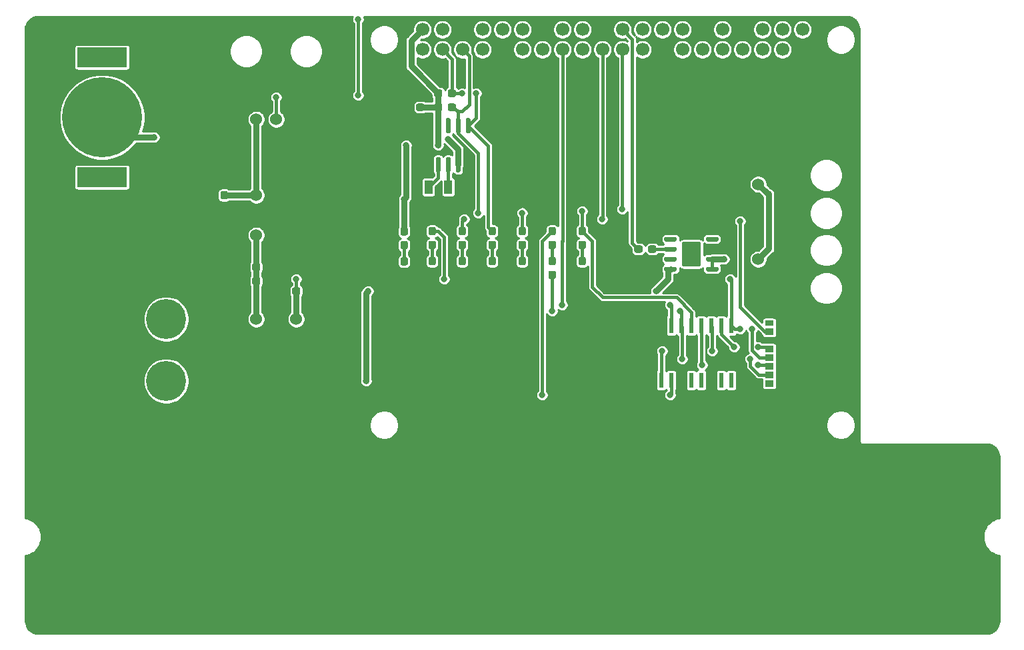
<source format=gbr>
G04 #@! TF.GenerationSoftware,KiCad,Pcbnew,(5.1.6)-1*
G04 #@! TF.CreationDate,2020-11-29T22:22:19-06:00*
G04 #@! TF.ProjectId,MultimediaAndBlackBoxBoard,4d756c74-696d-4656-9469-61416e64426c,rev?*
G04 #@! TF.SameCoordinates,Original*
G04 #@! TF.FileFunction,Copper,L1,Top*
G04 #@! TF.FilePolarity,Positive*
%FSLAX46Y46*%
G04 Gerber Fmt 4.6, Leading zero omitted, Abs format (unit mm)*
G04 Created by KiCad (PCBNEW (5.1.6)-1) date 2020-11-29 22:22:19*
%MOMM*%
%LPD*%
G01*
G04 APERTURE LIST*
G04 #@! TA.AperFunction,ComponentPad*
%ADD10C,1.700000*%
G04 #@! TD*
G04 #@! TA.AperFunction,SMDPad,CuDef*
%ADD11R,0.610000X1.970000*%
G04 #@! TD*
G04 #@! TA.AperFunction,SMDPad,CuDef*
%ADD12R,1.350000X1.550000*%
G04 #@! TD*
G04 #@! TA.AperFunction,SMDPad,CuDef*
%ADD13R,1.800000X1.170000*%
G04 #@! TD*
G04 #@! TA.AperFunction,SMDPad,CuDef*
%ADD14R,1.350000X1.900000*%
G04 #@! TD*
G04 #@! TA.AperFunction,SMDPad,CuDef*
%ADD15R,1.000000X1.200000*%
G04 #@! TD*
G04 #@! TA.AperFunction,SMDPad,CuDef*
%ADD16R,1.100000X0.850000*%
G04 #@! TD*
G04 #@! TA.AperFunction,SMDPad,CuDef*
%ADD17R,1.100000X0.750000*%
G04 #@! TD*
G04 #@! TA.AperFunction,ComponentPad*
%ADD18C,5.080000*%
G04 #@! TD*
G04 #@! TA.AperFunction,ComponentPad*
%ADD19C,1.524000*%
G04 #@! TD*
G04 #@! TA.AperFunction,SMDPad,CuDef*
%ADD20R,6.350000X2.540000*%
G04 #@! TD*
G04 #@! TA.AperFunction,SMDPad,CuDef*
%ADD21C,10.160000*%
G04 #@! TD*
G04 #@! TA.AperFunction,SMDPad,CuDef*
%ADD22R,1.000000X1.800000*%
G04 #@! TD*
G04 #@! TA.AperFunction,ViaPad*
%ADD23C,0.800000*%
G04 #@! TD*
G04 #@! TA.AperFunction,Conductor*
%ADD24C,0.762000*%
G04 #@! TD*
G04 #@! TA.AperFunction,Conductor*
%ADD25C,0.381000*%
G04 #@! TD*
G04 #@! TA.AperFunction,Conductor*
%ADD26C,0.250000*%
G04 #@! TD*
G04 #@! TA.AperFunction,Conductor*
%ADD27C,0.254000*%
G04 #@! TD*
G04 APERTURE END LIST*
D10*
X146583001Y-47015001D03*
X146583001Y-44475001D03*
X149123001Y-47015001D03*
X149123001Y-44475001D03*
X151663001Y-47015001D03*
X151663001Y-44475001D03*
X154203001Y-47015001D03*
X154203001Y-44475001D03*
X156743001Y-47015001D03*
X156743001Y-44475001D03*
X159283001Y-47015001D03*
X159283001Y-44475001D03*
X161823001Y-47015001D03*
X161823001Y-44475001D03*
X164363001Y-47015001D03*
X164363001Y-44475001D03*
X166903001Y-47015001D03*
X166903001Y-44475001D03*
X169443001Y-47015001D03*
X169443001Y-44475001D03*
X171983001Y-47015001D03*
X171983001Y-44475001D03*
X174523001Y-47015001D03*
X174523001Y-44475001D03*
X177063001Y-47015001D03*
X177063001Y-44475001D03*
X179603001Y-47015001D03*
X179603001Y-44475001D03*
X182143001Y-47015001D03*
X182143001Y-44475001D03*
X184683001Y-47015001D03*
X184683001Y-44475001D03*
X187223001Y-47015001D03*
X187223001Y-44475001D03*
X189763001Y-47015001D03*
X189763001Y-44475001D03*
X192303001Y-47015001D03*
X192303001Y-44475001D03*
X194843001Y-47015001D03*
X194843001Y-44475001D03*
D11*
X185801000Y-82133000D03*
X184531000Y-82133000D03*
X183261000Y-82133000D03*
X181991000Y-82133000D03*
X180721000Y-82133000D03*
X179451000Y-82133000D03*
X178181000Y-82133000D03*
X176911000Y-82133000D03*
X176911000Y-89063000D03*
X178181000Y-89063000D03*
X179451000Y-89063000D03*
X180721000Y-89063000D03*
X181991000Y-89063000D03*
X183261000Y-89063000D03*
X184531000Y-89063000D03*
X185801000Y-89063000D03*
D12*
X190763000Y-91925000D03*
D13*
X190988000Y-80605000D03*
D14*
X201463000Y-88600000D03*
X201463000Y-82630000D03*
D15*
X200488000Y-92100000D03*
X196788000Y-92100000D03*
D16*
X190638000Y-89465000D03*
X190638000Y-88365000D03*
X190638000Y-87265000D03*
X190638000Y-86165000D03*
X190638000Y-85065000D03*
X190638000Y-83965000D03*
X190638000Y-82865000D03*
D17*
X190638000Y-81815000D03*
G04 #@! TA.AperFunction,SMDPad,CuDef*
G36*
G01*
X124951000Y-74913500D02*
X124951000Y-74438500D01*
G75*
G02*
X125188500Y-74201000I237500J0D01*
G01*
X125763500Y-74201000D01*
G75*
G02*
X126001000Y-74438500I0J-237500D01*
G01*
X126001000Y-74913500D01*
G75*
G02*
X125763500Y-75151000I-237500J0D01*
G01*
X125188500Y-75151000D01*
G75*
G02*
X124951000Y-74913500I0J237500D01*
G01*
G37*
G04 #@! TD.AperFunction*
G04 #@! TA.AperFunction,SMDPad,CuDef*
G36*
G01*
X126701000Y-74913500D02*
X126701000Y-74438500D01*
G75*
G02*
X126938500Y-74201000I237500J0D01*
G01*
X127513500Y-74201000D01*
G75*
G02*
X127751000Y-74438500I0J-237500D01*
G01*
X127751000Y-74913500D01*
G75*
G02*
X127513500Y-75151000I-237500J0D01*
G01*
X126938500Y-75151000D01*
G75*
G02*
X126701000Y-74913500I0J237500D01*
G01*
G37*
G04 #@! TD.AperFunction*
G04 #@! TA.AperFunction,SMDPad,CuDef*
G36*
G01*
X121649500Y-64307000D02*
X121174500Y-64307000D01*
G75*
G02*
X120937000Y-64069500I0J237500D01*
G01*
X120937000Y-63494500D01*
G75*
G02*
X121174500Y-63257000I237500J0D01*
G01*
X121649500Y-63257000D01*
G75*
G02*
X121887000Y-63494500I0J-237500D01*
G01*
X121887000Y-64069500D01*
G75*
G02*
X121649500Y-64307000I-237500J0D01*
G01*
G37*
G04 #@! TD.AperFunction*
G04 #@! TA.AperFunction,SMDPad,CuDef*
G36*
G01*
X121649500Y-66057000D02*
X121174500Y-66057000D01*
G75*
G02*
X120937000Y-65819500I0J237500D01*
G01*
X120937000Y-65244500D01*
G75*
G02*
X121174500Y-65007000I237500J0D01*
G01*
X121649500Y-65007000D01*
G75*
G02*
X121887000Y-65244500I0J-237500D01*
G01*
X121887000Y-65819500D01*
G75*
G02*
X121649500Y-66057000I-237500J0D01*
G01*
G37*
G04 #@! TD.AperFunction*
G04 #@! TA.AperFunction,SMDPad,CuDef*
G36*
G01*
X124951000Y-76691500D02*
X124951000Y-76216500D01*
G75*
G02*
X125188500Y-75979000I237500J0D01*
G01*
X125763500Y-75979000D01*
G75*
G02*
X126001000Y-76216500I0J-237500D01*
G01*
X126001000Y-76691500D01*
G75*
G02*
X125763500Y-76929000I-237500J0D01*
G01*
X125188500Y-76929000D01*
G75*
G02*
X124951000Y-76691500I0J237500D01*
G01*
G37*
G04 #@! TD.AperFunction*
G04 #@! TA.AperFunction,SMDPad,CuDef*
G36*
G01*
X126701000Y-76691500D02*
X126701000Y-76216500D01*
G75*
G02*
X126938500Y-75979000I237500J0D01*
G01*
X127513500Y-75979000D01*
G75*
G02*
X127751000Y-76216500I0J-237500D01*
G01*
X127751000Y-76691500D01*
G75*
G02*
X127513500Y-76929000I-237500J0D01*
G01*
X126938500Y-76929000D01*
G75*
G02*
X126701000Y-76691500I0J237500D01*
G01*
G37*
G04 #@! TD.AperFunction*
G04 #@! TA.AperFunction,SMDPad,CuDef*
G36*
G01*
X131781000Y-77961500D02*
X131781000Y-77486500D01*
G75*
G02*
X132018500Y-77249000I237500J0D01*
G01*
X132593500Y-77249000D01*
G75*
G02*
X132831000Y-77486500I0J-237500D01*
G01*
X132831000Y-77961500D01*
G75*
G02*
X132593500Y-78199000I-237500J0D01*
G01*
X132018500Y-78199000D01*
G75*
G02*
X131781000Y-77961500I0J237500D01*
G01*
G37*
G04 #@! TD.AperFunction*
G04 #@! TA.AperFunction,SMDPad,CuDef*
G36*
G01*
X130031000Y-77961500D02*
X130031000Y-77486500D01*
G75*
G02*
X130268500Y-77249000I237500J0D01*
G01*
X130843500Y-77249000D01*
G75*
G02*
X131081000Y-77486500I0J-237500D01*
G01*
X131081000Y-77961500D01*
G75*
G02*
X130843500Y-78199000I-237500J0D01*
G01*
X130268500Y-78199000D01*
G75*
G02*
X130031000Y-77961500I0J237500D01*
G01*
G37*
G04 #@! TD.AperFunction*
G04 #@! TA.AperFunction,SMDPad,CuDef*
G36*
G01*
X146829000Y-54118500D02*
X146829000Y-54593500D01*
G75*
G02*
X146591500Y-54831000I-237500J0D01*
G01*
X146016500Y-54831000D01*
G75*
G02*
X145779000Y-54593500I0J237500D01*
G01*
X145779000Y-54118500D01*
G75*
G02*
X146016500Y-53881000I237500J0D01*
G01*
X146591500Y-53881000D01*
G75*
G02*
X146829000Y-54118500I0J-237500D01*
G01*
G37*
G04 #@! TD.AperFunction*
G04 #@! TA.AperFunction,SMDPad,CuDef*
G36*
G01*
X145079000Y-54118500D02*
X145079000Y-54593500D01*
G75*
G02*
X144841500Y-54831000I-237500J0D01*
G01*
X144266500Y-54831000D01*
G75*
G02*
X144029000Y-54593500I0J237500D01*
G01*
X144029000Y-54118500D01*
G75*
G02*
X144266500Y-53881000I237500J0D01*
G01*
X144841500Y-53881000D01*
G75*
G02*
X145079000Y-54118500I0J-237500D01*
G01*
G37*
G04 #@! TD.AperFunction*
D18*
X114046000Y-89154000D03*
X114046000Y-81280000D03*
X114046000Y-73406000D03*
D19*
X189230000Y-64137000D03*
X189230000Y-66677000D03*
X189230000Y-76200000D03*
X189230000Y-73660000D03*
X125476000Y-55880000D03*
X128016000Y-55880000D03*
X130556000Y-55880000D03*
D20*
X105918000Y-63246000D03*
X105918000Y-48006000D03*
D21*
X105918000Y-55626000D03*
G04 #@! TA.AperFunction,SMDPad,CuDef*
G36*
G01*
X163305500Y-74439000D02*
X162830500Y-74439000D01*
G75*
G02*
X162593000Y-74201500I0J237500D01*
G01*
X162593000Y-73626500D01*
G75*
G02*
X162830500Y-73389000I237500J0D01*
G01*
X163305500Y-73389000D01*
G75*
G02*
X163543000Y-73626500I0J-237500D01*
G01*
X163543000Y-74201500D01*
G75*
G02*
X163305500Y-74439000I-237500J0D01*
G01*
G37*
G04 #@! TD.AperFunction*
G04 #@! TA.AperFunction,SMDPad,CuDef*
G36*
G01*
X163305500Y-76189000D02*
X162830500Y-76189000D01*
G75*
G02*
X162593000Y-75951500I0J237500D01*
G01*
X162593000Y-75376500D01*
G75*
G02*
X162830500Y-75139000I237500J0D01*
G01*
X163305500Y-75139000D01*
G75*
G02*
X163543000Y-75376500I0J-237500D01*
G01*
X163543000Y-75951500D01*
G75*
G02*
X163305500Y-76189000I-237500J0D01*
G01*
G37*
G04 #@! TD.AperFunction*
G04 #@! TA.AperFunction,SMDPad,CuDef*
G36*
G01*
X148065500Y-76189000D02*
X147590500Y-76189000D01*
G75*
G02*
X147353000Y-75951500I0J237500D01*
G01*
X147353000Y-75376500D01*
G75*
G02*
X147590500Y-75139000I237500J0D01*
G01*
X148065500Y-75139000D01*
G75*
G02*
X148303000Y-75376500I0J-237500D01*
G01*
X148303000Y-75951500D01*
G75*
G02*
X148065500Y-76189000I-237500J0D01*
G01*
G37*
G04 #@! TD.AperFunction*
G04 #@! TA.AperFunction,SMDPad,CuDef*
G36*
G01*
X148065500Y-74439000D02*
X147590500Y-74439000D01*
G75*
G02*
X147353000Y-74201500I0J237500D01*
G01*
X147353000Y-73626500D01*
G75*
G02*
X147590500Y-73389000I237500J0D01*
G01*
X148065500Y-73389000D01*
G75*
G02*
X148303000Y-73626500I0J-237500D01*
G01*
X148303000Y-74201500D01*
G75*
G02*
X148065500Y-74439000I-237500J0D01*
G01*
G37*
G04 #@! TD.AperFunction*
G04 #@! TA.AperFunction,SMDPad,CuDef*
G36*
G01*
X144509500Y-76217000D02*
X144034500Y-76217000D01*
G75*
G02*
X143797000Y-75979500I0J237500D01*
G01*
X143797000Y-75404500D01*
G75*
G02*
X144034500Y-75167000I237500J0D01*
G01*
X144509500Y-75167000D01*
G75*
G02*
X144747000Y-75404500I0J-237500D01*
G01*
X144747000Y-75979500D01*
G75*
G02*
X144509500Y-76217000I-237500J0D01*
G01*
G37*
G04 #@! TD.AperFunction*
G04 #@! TA.AperFunction,SMDPad,CuDef*
G36*
G01*
X144509500Y-74467000D02*
X144034500Y-74467000D01*
G75*
G02*
X143797000Y-74229500I0J237500D01*
G01*
X143797000Y-73654500D01*
G75*
G02*
X144034500Y-73417000I237500J0D01*
G01*
X144509500Y-73417000D01*
G75*
G02*
X144747000Y-73654500I0J-237500D01*
G01*
X144747000Y-74229500D01*
G75*
G02*
X144509500Y-74467000I-237500J0D01*
G01*
G37*
G04 #@! TD.AperFunction*
G04 #@! TA.AperFunction,SMDPad,CuDef*
G36*
G01*
X159495500Y-76189000D02*
X159020500Y-76189000D01*
G75*
G02*
X158783000Y-75951500I0J237500D01*
G01*
X158783000Y-75376500D01*
G75*
G02*
X159020500Y-75139000I237500J0D01*
G01*
X159495500Y-75139000D01*
G75*
G02*
X159733000Y-75376500I0J-237500D01*
G01*
X159733000Y-75951500D01*
G75*
G02*
X159495500Y-76189000I-237500J0D01*
G01*
G37*
G04 #@! TD.AperFunction*
G04 #@! TA.AperFunction,SMDPad,CuDef*
G36*
G01*
X159495500Y-74439000D02*
X159020500Y-74439000D01*
G75*
G02*
X158783000Y-74201500I0J237500D01*
G01*
X158783000Y-73626500D01*
G75*
G02*
X159020500Y-73389000I237500J0D01*
G01*
X159495500Y-73389000D01*
G75*
G02*
X159733000Y-73626500I0J-237500D01*
G01*
X159733000Y-74201500D01*
G75*
G02*
X159495500Y-74439000I-237500J0D01*
G01*
G37*
G04 #@! TD.AperFunction*
G04 #@! TA.AperFunction,SMDPad,CuDef*
G36*
G01*
X155685500Y-74439000D02*
X155210500Y-74439000D01*
G75*
G02*
X154973000Y-74201500I0J237500D01*
G01*
X154973000Y-73626500D01*
G75*
G02*
X155210500Y-73389000I237500J0D01*
G01*
X155685500Y-73389000D01*
G75*
G02*
X155923000Y-73626500I0J-237500D01*
G01*
X155923000Y-74201500D01*
G75*
G02*
X155685500Y-74439000I-237500J0D01*
G01*
G37*
G04 #@! TD.AperFunction*
G04 #@! TA.AperFunction,SMDPad,CuDef*
G36*
G01*
X155685500Y-76189000D02*
X155210500Y-76189000D01*
G75*
G02*
X154973000Y-75951500I0J237500D01*
G01*
X154973000Y-75376500D01*
G75*
G02*
X155210500Y-75139000I237500J0D01*
G01*
X155685500Y-75139000D01*
G75*
G02*
X155923000Y-75376500I0J-237500D01*
G01*
X155923000Y-75951500D01*
G75*
G02*
X155685500Y-76189000I-237500J0D01*
G01*
G37*
G04 #@! TD.AperFunction*
G04 #@! TA.AperFunction,SMDPad,CuDef*
G36*
G01*
X151875500Y-74439000D02*
X151400500Y-74439000D01*
G75*
G02*
X151163000Y-74201500I0J237500D01*
G01*
X151163000Y-73626500D01*
G75*
G02*
X151400500Y-73389000I237500J0D01*
G01*
X151875500Y-73389000D01*
G75*
G02*
X152113000Y-73626500I0J-237500D01*
G01*
X152113000Y-74201500D01*
G75*
G02*
X151875500Y-74439000I-237500J0D01*
G01*
G37*
G04 #@! TD.AperFunction*
G04 #@! TA.AperFunction,SMDPad,CuDef*
G36*
G01*
X151875500Y-76189000D02*
X151400500Y-76189000D01*
G75*
G02*
X151163000Y-75951500I0J237500D01*
G01*
X151163000Y-75376500D01*
G75*
G02*
X151400500Y-75139000I237500J0D01*
G01*
X151875500Y-75139000D01*
G75*
G02*
X152113000Y-75376500I0J-237500D01*
G01*
X152113000Y-75951500D01*
G75*
G02*
X151875500Y-76189000I-237500J0D01*
G01*
G37*
G04 #@! TD.AperFunction*
G04 #@! TA.AperFunction,SMDPad,CuDef*
G36*
G01*
X167115500Y-76189000D02*
X166640500Y-76189000D01*
G75*
G02*
X166403000Y-75951500I0J237500D01*
G01*
X166403000Y-75376500D01*
G75*
G02*
X166640500Y-75139000I237500J0D01*
G01*
X167115500Y-75139000D01*
G75*
G02*
X167353000Y-75376500I0J-237500D01*
G01*
X167353000Y-75951500D01*
G75*
G02*
X167115500Y-76189000I-237500J0D01*
G01*
G37*
G04 #@! TD.AperFunction*
G04 #@! TA.AperFunction,SMDPad,CuDef*
G36*
G01*
X167115500Y-74439000D02*
X166640500Y-74439000D01*
G75*
G02*
X166403000Y-74201500I0J237500D01*
G01*
X166403000Y-73626500D01*
G75*
G02*
X166640500Y-73389000I237500J0D01*
G01*
X167115500Y-73389000D01*
G75*
G02*
X167353000Y-73626500I0J-237500D01*
G01*
X167353000Y-74201500D01*
G75*
G02*
X167115500Y-74439000I-237500J0D01*
G01*
G37*
G04 #@! TD.AperFunction*
G04 #@! TA.AperFunction,SMDPad,CuDef*
G36*
G01*
X173493000Y-72627500D02*
X173493000Y-72152500D01*
G75*
G02*
X173730500Y-71915000I237500J0D01*
G01*
X174305500Y-71915000D01*
G75*
G02*
X174543000Y-72152500I0J-237500D01*
G01*
X174543000Y-72627500D01*
G75*
G02*
X174305500Y-72865000I-237500J0D01*
G01*
X173730500Y-72865000D01*
G75*
G02*
X173493000Y-72627500I0J237500D01*
G01*
G37*
G04 #@! TD.AperFunction*
G04 #@! TA.AperFunction,SMDPad,CuDef*
G36*
G01*
X175243000Y-72627500D02*
X175243000Y-72152500D01*
G75*
G02*
X175480500Y-71915000I237500J0D01*
G01*
X176055500Y-71915000D01*
G75*
G02*
X176293000Y-72152500I0J-237500D01*
G01*
X176293000Y-72627500D01*
G75*
G02*
X176055500Y-72865000I-237500J0D01*
G01*
X175480500Y-72865000D01*
G75*
G02*
X175243000Y-72627500I0J237500D01*
G01*
G37*
G04 #@! TD.AperFunction*
G04 #@! TA.AperFunction,SMDPad,CuDef*
G36*
G01*
X148065000Y-52815500D02*
X148065000Y-52340500D01*
G75*
G02*
X148302500Y-52103000I237500J0D01*
G01*
X148877500Y-52103000D01*
G75*
G02*
X149115000Y-52340500I0J-237500D01*
G01*
X149115000Y-52815500D01*
G75*
G02*
X148877500Y-53053000I-237500J0D01*
G01*
X148302500Y-53053000D01*
G75*
G02*
X148065000Y-52815500I0J237500D01*
G01*
G37*
G04 #@! TD.AperFunction*
G04 #@! TA.AperFunction,SMDPad,CuDef*
G36*
G01*
X149815000Y-52815500D02*
X149815000Y-52340500D01*
G75*
G02*
X150052500Y-52103000I237500J0D01*
G01*
X150627500Y-52103000D01*
G75*
G02*
X150865000Y-52340500I0J-237500D01*
G01*
X150865000Y-52815500D01*
G75*
G02*
X150627500Y-53053000I-237500J0D01*
G01*
X150052500Y-53053000D01*
G75*
G02*
X149815000Y-52815500I0J237500D01*
G01*
G37*
G04 #@! TD.AperFunction*
G04 #@! TA.AperFunction,SMDPad,CuDef*
G36*
G01*
X149815000Y-54593500D02*
X149815000Y-54118500D01*
G75*
G02*
X150052500Y-53881000I237500J0D01*
G01*
X150627500Y-53881000D01*
G75*
G02*
X150865000Y-54118500I0J-237500D01*
G01*
X150865000Y-54593500D01*
G75*
G02*
X150627500Y-54831000I-237500J0D01*
G01*
X150052500Y-54831000D01*
G75*
G02*
X149815000Y-54593500I0J237500D01*
G01*
G37*
G04 #@! TD.AperFunction*
G04 #@! TA.AperFunction,SMDPad,CuDef*
G36*
G01*
X148065000Y-54593500D02*
X148065000Y-54118500D01*
G75*
G02*
X148302500Y-53881000I237500J0D01*
G01*
X148877500Y-53881000D01*
G75*
G02*
X149115000Y-54118500I0J-237500D01*
G01*
X149115000Y-54593500D01*
G75*
G02*
X148877500Y-54831000I-237500J0D01*
G01*
X148302500Y-54831000D01*
G75*
G02*
X148065000Y-54593500I0J237500D01*
G01*
G37*
G04 #@! TD.AperFunction*
G04 #@! TA.AperFunction,SMDPad,CuDef*
G36*
G01*
X163305500Y-70629000D02*
X162830500Y-70629000D01*
G75*
G02*
X162593000Y-70391500I0J237500D01*
G01*
X162593000Y-69816500D01*
G75*
G02*
X162830500Y-69579000I237500J0D01*
G01*
X163305500Y-69579000D01*
G75*
G02*
X163543000Y-69816500I0J-237500D01*
G01*
X163543000Y-70391500D01*
G75*
G02*
X163305500Y-70629000I-237500J0D01*
G01*
G37*
G04 #@! TD.AperFunction*
G04 #@! TA.AperFunction,SMDPad,CuDef*
G36*
G01*
X163305500Y-72379000D02*
X162830500Y-72379000D01*
G75*
G02*
X162593000Y-72141500I0J237500D01*
G01*
X162593000Y-71566500D01*
G75*
G02*
X162830500Y-71329000I237500J0D01*
G01*
X163305500Y-71329000D01*
G75*
G02*
X163543000Y-71566500I0J-237500D01*
G01*
X163543000Y-72141500D01*
G75*
G02*
X163305500Y-72379000I-237500J0D01*
G01*
G37*
G04 #@! TD.AperFunction*
G04 #@! TA.AperFunction,SMDPad,CuDef*
G36*
G01*
X148065500Y-70629000D02*
X147590500Y-70629000D01*
G75*
G02*
X147353000Y-70391500I0J237500D01*
G01*
X147353000Y-69816500D01*
G75*
G02*
X147590500Y-69579000I237500J0D01*
G01*
X148065500Y-69579000D01*
G75*
G02*
X148303000Y-69816500I0J-237500D01*
G01*
X148303000Y-70391500D01*
G75*
G02*
X148065500Y-70629000I-237500J0D01*
G01*
G37*
G04 #@! TD.AperFunction*
G04 #@! TA.AperFunction,SMDPad,CuDef*
G36*
G01*
X148065500Y-72379000D02*
X147590500Y-72379000D01*
G75*
G02*
X147353000Y-72141500I0J237500D01*
G01*
X147353000Y-71566500D01*
G75*
G02*
X147590500Y-71329000I237500J0D01*
G01*
X148065500Y-71329000D01*
G75*
G02*
X148303000Y-71566500I0J-237500D01*
G01*
X148303000Y-72141500D01*
G75*
G02*
X148065500Y-72379000I-237500J0D01*
G01*
G37*
G04 #@! TD.AperFunction*
G04 #@! TA.AperFunction,SMDPad,CuDef*
G36*
G01*
X144509500Y-72407000D02*
X144034500Y-72407000D01*
G75*
G02*
X143797000Y-72169500I0J237500D01*
G01*
X143797000Y-71594500D01*
G75*
G02*
X144034500Y-71357000I237500J0D01*
G01*
X144509500Y-71357000D01*
G75*
G02*
X144747000Y-71594500I0J-237500D01*
G01*
X144747000Y-72169500D01*
G75*
G02*
X144509500Y-72407000I-237500J0D01*
G01*
G37*
G04 #@! TD.AperFunction*
G04 #@! TA.AperFunction,SMDPad,CuDef*
G36*
G01*
X144509500Y-70657000D02*
X144034500Y-70657000D01*
G75*
G02*
X143797000Y-70419500I0J237500D01*
G01*
X143797000Y-69844500D01*
G75*
G02*
X144034500Y-69607000I237500J0D01*
G01*
X144509500Y-69607000D01*
G75*
G02*
X144747000Y-69844500I0J-237500D01*
G01*
X144747000Y-70419500D01*
G75*
G02*
X144509500Y-70657000I-237500J0D01*
G01*
G37*
G04 #@! TD.AperFunction*
G04 #@! TA.AperFunction,SMDPad,CuDef*
G36*
G01*
X167115500Y-70629000D02*
X166640500Y-70629000D01*
G75*
G02*
X166403000Y-70391500I0J237500D01*
G01*
X166403000Y-69816500D01*
G75*
G02*
X166640500Y-69579000I237500J0D01*
G01*
X167115500Y-69579000D01*
G75*
G02*
X167353000Y-69816500I0J-237500D01*
G01*
X167353000Y-70391500D01*
G75*
G02*
X167115500Y-70629000I-237500J0D01*
G01*
G37*
G04 #@! TD.AperFunction*
G04 #@! TA.AperFunction,SMDPad,CuDef*
G36*
G01*
X167115500Y-72379000D02*
X166640500Y-72379000D01*
G75*
G02*
X166403000Y-72141500I0J237500D01*
G01*
X166403000Y-71566500D01*
G75*
G02*
X166640500Y-71329000I237500J0D01*
G01*
X167115500Y-71329000D01*
G75*
G02*
X167353000Y-71566500I0J-237500D01*
G01*
X167353000Y-72141500D01*
G75*
G02*
X167115500Y-72379000I-237500J0D01*
G01*
G37*
G04 #@! TD.AperFunction*
G04 #@! TA.AperFunction,SMDPad,CuDef*
G36*
G01*
X151875500Y-70629000D02*
X151400500Y-70629000D01*
G75*
G02*
X151163000Y-70391500I0J237500D01*
G01*
X151163000Y-69816500D01*
G75*
G02*
X151400500Y-69579000I237500J0D01*
G01*
X151875500Y-69579000D01*
G75*
G02*
X152113000Y-69816500I0J-237500D01*
G01*
X152113000Y-70391500D01*
G75*
G02*
X151875500Y-70629000I-237500J0D01*
G01*
G37*
G04 #@! TD.AperFunction*
G04 #@! TA.AperFunction,SMDPad,CuDef*
G36*
G01*
X151875500Y-72379000D02*
X151400500Y-72379000D01*
G75*
G02*
X151163000Y-72141500I0J237500D01*
G01*
X151163000Y-71566500D01*
G75*
G02*
X151400500Y-71329000I237500J0D01*
G01*
X151875500Y-71329000D01*
G75*
G02*
X152113000Y-71566500I0J-237500D01*
G01*
X152113000Y-72141500D01*
G75*
G02*
X151875500Y-72379000I-237500J0D01*
G01*
G37*
G04 #@! TD.AperFunction*
G04 #@! TA.AperFunction,SMDPad,CuDef*
G36*
G01*
X155685500Y-72379000D02*
X155210500Y-72379000D01*
G75*
G02*
X154973000Y-72141500I0J237500D01*
G01*
X154973000Y-71566500D01*
G75*
G02*
X155210500Y-71329000I237500J0D01*
G01*
X155685500Y-71329000D01*
G75*
G02*
X155923000Y-71566500I0J-237500D01*
G01*
X155923000Y-72141500D01*
G75*
G02*
X155685500Y-72379000I-237500J0D01*
G01*
G37*
G04 #@! TD.AperFunction*
G04 #@! TA.AperFunction,SMDPad,CuDef*
G36*
G01*
X155685500Y-70629000D02*
X155210500Y-70629000D01*
G75*
G02*
X154973000Y-70391500I0J237500D01*
G01*
X154973000Y-69816500D01*
G75*
G02*
X155210500Y-69579000I237500J0D01*
G01*
X155685500Y-69579000D01*
G75*
G02*
X155923000Y-69816500I0J-237500D01*
G01*
X155923000Y-70391500D01*
G75*
G02*
X155685500Y-70629000I-237500J0D01*
G01*
G37*
G04 #@! TD.AperFunction*
G04 #@! TA.AperFunction,SMDPad,CuDef*
G36*
G01*
X159495500Y-72379000D02*
X159020500Y-72379000D01*
G75*
G02*
X158783000Y-72141500I0J237500D01*
G01*
X158783000Y-71566500D01*
G75*
G02*
X159020500Y-71329000I237500J0D01*
G01*
X159495500Y-71329000D01*
G75*
G02*
X159733000Y-71566500I0J-237500D01*
G01*
X159733000Y-72141500D01*
G75*
G02*
X159495500Y-72379000I-237500J0D01*
G01*
G37*
G04 #@! TD.AperFunction*
G04 #@! TA.AperFunction,SMDPad,CuDef*
G36*
G01*
X159495500Y-70629000D02*
X159020500Y-70629000D01*
G75*
G02*
X158783000Y-70391500I0J237500D01*
G01*
X158783000Y-69816500D01*
G75*
G02*
X159020500Y-69579000I237500J0D01*
G01*
X159495500Y-69579000D01*
G75*
G02*
X159733000Y-69816500I0J-237500D01*
G01*
X159733000Y-70391500D01*
G75*
G02*
X159495500Y-70629000I-237500J0D01*
G01*
G37*
G04 #@! TD.AperFunction*
D19*
X125476000Y-70612000D03*
X125476000Y-68072000D03*
X125476000Y-65532000D03*
X130556000Y-81280000D03*
X128016000Y-81280000D03*
X125476000Y-81280000D03*
G04 #@! TA.AperFunction,SMDPad,CuDef*
G36*
G01*
X181938000Y-71675000D02*
X181938000Y-74375000D01*
G75*
G02*
X181688000Y-74625000I-250000J0D01*
G01*
X179788000Y-74625000D01*
G75*
G02*
X179538000Y-74375000I0J250000D01*
G01*
X179538000Y-71675000D01*
G75*
G02*
X179788000Y-71425000I250000J0D01*
G01*
X181688000Y-71425000D01*
G75*
G02*
X181938000Y-71675000I0J-250000D01*
G01*
G37*
G04 #@! TD.AperFunction*
G04 #@! TA.AperFunction,SMDPad,CuDef*
G36*
G01*
X184188000Y-74780000D02*
X184188000Y-75080000D01*
G75*
G02*
X184038000Y-75230000I-150000J0D01*
G01*
X182738000Y-75230000D01*
G75*
G02*
X182588000Y-75080000I0J150000D01*
G01*
X182588000Y-74780000D01*
G75*
G02*
X182738000Y-74630000I150000J0D01*
G01*
X184038000Y-74630000D01*
G75*
G02*
X184188000Y-74780000I0J-150000D01*
G01*
G37*
G04 #@! TD.AperFunction*
G04 #@! TA.AperFunction,SMDPad,CuDef*
G36*
G01*
X184188000Y-73510000D02*
X184188000Y-73810000D01*
G75*
G02*
X184038000Y-73960000I-150000J0D01*
G01*
X182738000Y-73960000D01*
G75*
G02*
X182588000Y-73810000I0J150000D01*
G01*
X182588000Y-73510000D01*
G75*
G02*
X182738000Y-73360000I150000J0D01*
G01*
X184038000Y-73360000D01*
G75*
G02*
X184188000Y-73510000I0J-150000D01*
G01*
G37*
G04 #@! TD.AperFunction*
G04 #@! TA.AperFunction,SMDPad,CuDef*
G36*
G01*
X184188000Y-72240000D02*
X184188000Y-72540000D01*
G75*
G02*
X184038000Y-72690000I-150000J0D01*
G01*
X182738000Y-72690000D01*
G75*
G02*
X182588000Y-72540000I0J150000D01*
G01*
X182588000Y-72240000D01*
G75*
G02*
X182738000Y-72090000I150000J0D01*
G01*
X184038000Y-72090000D01*
G75*
G02*
X184188000Y-72240000I0J-150000D01*
G01*
G37*
G04 #@! TD.AperFunction*
G04 #@! TA.AperFunction,SMDPad,CuDef*
G36*
G01*
X184188000Y-70970000D02*
X184188000Y-71270000D01*
G75*
G02*
X184038000Y-71420000I-150000J0D01*
G01*
X182738000Y-71420000D01*
G75*
G02*
X182588000Y-71270000I0J150000D01*
G01*
X182588000Y-70970000D01*
G75*
G02*
X182738000Y-70820000I150000J0D01*
G01*
X184038000Y-70820000D01*
G75*
G02*
X184188000Y-70970000I0J-150000D01*
G01*
G37*
G04 #@! TD.AperFunction*
G04 #@! TA.AperFunction,SMDPad,CuDef*
G36*
G01*
X178888000Y-70970000D02*
X178888000Y-71270000D01*
G75*
G02*
X178738000Y-71420000I-150000J0D01*
G01*
X177438000Y-71420000D01*
G75*
G02*
X177288000Y-71270000I0J150000D01*
G01*
X177288000Y-70970000D01*
G75*
G02*
X177438000Y-70820000I150000J0D01*
G01*
X178738000Y-70820000D01*
G75*
G02*
X178888000Y-70970000I0J-150000D01*
G01*
G37*
G04 #@! TD.AperFunction*
G04 #@! TA.AperFunction,SMDPad,CuDef*
G36*
G01*
X178888000Y-72240000D02*
X178888000Y-72540000D01*
G75*
G02*
X178738000Y-72690000I-150000J0D01*
G01*
X177438000Y-72690000D01*
G75*
G02*
X177288000Y-72540000I0J150000D01*
G01*
X177288000Y-72240000D01*
G75*
G02*
X177438000Y-72090000I150000J0D01*
G01*
X178738000Y-72090000D01*
G75*
G02*
X178888000Y-72240000I0J-150000D01*
G01*
G37*
G04 #@! TD.AperFunction*
G04 #@! TA.AperFunction,SMDPad,CuDef*
G36*
G01*
X178888000Y-73510000D02*
X178888000Y-73810000D01*
G75*
G02*
X178738000Y-73960000I-150000J0D01*
G01*
X177438000Y-73960000D01*
G75*
G02*
X177288000Y-73810000I0J150000D01*
G01*
X177288000Y-73510000D01*
G75*
G02*
X177438000Y-73360000I150000J0D01*
G01*
X178738000Y-73360000D01*
G75*
G02*
X178888000Y-73510000I0J-150000D01*
G01*
G37*
G04 #@! TD.AperFunction*
G04 #@! TA.AperFunction,SMDPad,CuDef*
G36*
G01*
X178888000Y-74780000D02*
X178888000Y-75080000D01*
G75*
G02*
X178738000Y-75230000I-150000J0D01*
G01*
X177438000Y-75230000D01*
G75*
G02*
X177288000Y-75080000I0J150000D01*
G01*
X177288000Y-74780000D01*
G75*
G02*
X177438000Y-74630000I150000J0D01*
G01*
X178738000Y-74630000D01*
G75*
G02*
X178888000Y-74780000I0J-150000D01*
G01*
G37*
G04 #@! TD.AperFunction*
G04 #@! TA.AperFunction,SMDPad,CuDef*
G36*
G01*
X148740000Y-62632000D02*
X148440000Y-62632000D01*
G75*
G02*
X148290000Y-62482000I0J150000D01*
G01*
X148290000Y-60832000D01*
G75*
G02*
X148440000Y-60682000I150000J0D01*
G01*
X148740000Y-60682000D01*
G75*
G02*
X148890000Y-60832000I0J-150000D01*
G01*
X148890000Y-62482000D01*
G75*
G02*
X148740000Y-62632000I-150000J0D01*
G01*
G37*
G04 #@! TD.AperFunction*
G04 #@! TA.AperFunction,SMDPad,CuDef*
G36*
G01*
X150010000Y-62632000D02*
X149710000Y-62632000D01*
G75*
G02*
X149560000Y-62482000I0J150000D01*
G01*
X149560000Y-60832000D01*
G75*
G02*
X149710000Y-60682000I150000J0D01*
G01*
X150010000Y-60682000D01*
G75*
G02*
X150160000Y-60832000I0J-150000D01*
G01*
X150160000Y-62482000D01*
G75*
G02*
X150010000Y-62632000I-150000J0D01*
G01*
G37*
G04 #@! TD.AperFunction*
G04 #@! TA.AperFunction,SMDPad,CuDef*
G36*
G01*
X151280000Y-62632000D02*
X150980000Y-62632000D01*
G75*
G02*
X150830000Y-62482000I0J150000D01*
G01*
X150830000Y-60832000D01*
G75*
G02*
X150980000Y-60682000I150000J0D01*
G01*
X151280000Y-60682000D01*
G75*
G02*
X151430000Y-60832000I0J-150000D01*
G01*
X151430000Y-62482000D01*
G75*
G02*
X151280000Y-62632000I-150000J0D01*
G01*
G37*
G04 #@! TD.AperFunction*
G04 #@! TA.AperFunction,SMDPad,CuDef*
G36*
G01*
X152550000Y-62632000D02*
X152250000Y-62632000D01*
G75*
G02*
X152100000Y-62482000I0J150000D01*
G01*
X152100000Y-60832000D01*
G75*
G02*
X152250000Y-60682000I150000J0D01*
G01*
X152550000Y-60682000D01*
G75*
G02*
X152700000Y-60832000I0J-150000D01*
G01*
X152700000Y-62482000D01*
G75*
G02*
X152550000Y-62632000I-150000J0D01*
G01*
G37*
G04 #@! TD.AperFunction*
G04 #@! TA.AperFunction,SMDPad,CuDef*
G36*
G01*
X152550000Y-57682000D02*
X152250000Y-57682000D01*
G75*
G02*
X152100000Y-57532000I0J150000D01*
G01*
X152100000Y-55882000D01*
G75*
G02*
X152250000Y-55732000I150000J0D01*
G01*
X152550000Y-55732000D01*
G75*
G02*
X152700000Y-55882000I0J-150000D01*
G01*
X152700000Y-57532000D01*
G75*
G02*
X152550000Y-57682000I-150000J0D01*
G01*
G37*
G04 #@! TD.AperFunction*
G04 #@! TA.AperFunction,SMDPad,CuDef*
G36*
G01*
X151280000Y-57682000D02*
X150980000Y-57682000D01*
G75*
G02*
X150830000Y-57532000I0J150000D01*
G01*
X150830000Y-55882000D01*
G75*
G02*
X150980000Y-55732000I150000J0D01*
G01*
X151280000Y-55732000D01*
G75*
G02*
X151430000Y-55882000I0J-150000D01*
G01*
X151430000Y-57532000D01*
G75*
G02*
X151280000Y-57682000I-150000J0D01*
G01*
G37*
G04 #@! TD.AperFunction*
G04 #@! TA.AperFunction,SMDPad,CuDef*
G36*
G01*
X150010000Y-57682000D02*
X149710000Y-57682000D01*
G75*
G02*
X149560000Y-57532000I0J150000D01*
G01*
X149560000Y-55882000D01*
G75*
G02*
X149710000Y-55732000I150000J0D01*
G01*
X150010000Y-55732000D01*
G75*
G02*
X150160000Y-55882000I0J-150000D01*
G01*
X150160000Y-57532000D01*
G75*
G02*
X150010000Y-57682000I-150000J0D01*
G01*
G37*
G04 #@! TD.AperFunction*
G04 #@! TA.AperFunction,SMDPad,CuDef*
G36*
G01*
X148740000Y-57682000D02*
X148440000Y-57682000D01*
G75*
G02*
X148290000Y-57532000I0J150000D01*
G01*
X148290000Y-55882000D01*
G75*
G02*
X148440000Y-55732000I150000J0D01*
G01*
X148740000Y-55732000D01*
G75*
G02*
X148890000Y-55882000I0J-150000D01*
G01*
X148890000Y-57532000D01*
G75*
G02*
X148740000Y-57682000I-150000J0D01*
G01*
G37*
G04 #@! TD.AperFunction*
D22*
X149860000Y-64516000D03*
X147360000Y-64516000D03*
D23*
X189230000Y-68834000D03*
X189230000Y-71120000D03*
X151384000Y-49784000D03*
X144272000Y-66040000D03*
X148590000Y-59182000D03*
X144526000Y-59182000D03*
X188468000Y-82550000D03*
X186944000Y-82550000D03*
X130556000Y-76200000D03*
X185674000Y-76200000D03*
X149352000Y-76200000D03*
X139446000Y-89154000D03*
X139700000Y-77724000D03*
X176276000Y-77724000D03*
X184912000Y-73660000D03*
X128016000Y-53086000D03*
X138430000Y-52832000D03*
X138430000Y-43180000D03*
X188214000Y-86331500D03*
X179578000Y-86360000D03*
X179324000Y-80264000D03*
X163068000Y-80264000D03*
X186944000Y-68834000D03*
X169418000Y-68580000D03*
X151892000Y-68580000D03*
X186182000Y-84836000D03*
X189230000Y-84836000D03*
X151638000Y-52578000D03*
X153416000Y-52578000D03*
X153670000Y-67789500D03*
X159258000Y-67789500D03*
X178054000Y-90932000D03*
X161798000Y-90932000D03*
X166878000Y-67564000D03*
X171958000Y-67310000D03*
X178054000Y-79473500D03*
X164338000Y-79473500D03*
X177038000Y-85344000D03*
X183388000Y-85344000D03*
X182118000Y-87122000D03*
X189230000Y-87122000D03*
X149860000Y-58420000D03*
X112522000Y-58166000D03*
D24*
X125476000Y-81280000D02*
X125476000Y-76454000D01*
X125476000Y-74676000D02*
X125476000Y-76454000D01*
X125476000Y-74676000D02*
X125476000Y-70612000D01*
X125476000Y-65532000D02*
X121412000Y-65532000D01*
X125476000Y-65532000D02*
X125476000Y-55880000D01*
X148590000Y-56707000D02*
X148590000Y-52578000D01*
X148590000Y-54356000D02*
X146304000Y-54356000D01*
X145152000Y-49140000D02*
X148590000Y-52578000D01*
X145152000Y-45906002D02*
X145152000Y-49140000D01*
X146583001Y-44475001D02*
X145152000Y-45906002D01*
X144272000Y-70132000D02*
X144272000Y-66040000D01*
X148590000Y-56707000D02*
X148590000Y-59182000D01*
X144526000Y-65786000D02*
X144272000Y-66040000D01*
X144526000Y-59182000D02*
X144526000Y-65786000D01*
X130556000Y-77724000D02*
X130556000Y-81280000D01*
D25*
X188439499Y-82578501D02*
X188468000Y-82550000D01*
X190638000Y-86165000D02*
X189389058Y-86165000D01*
X188439499Y-85215441D02*
X188439499Y-82578501D01*
X189389058Y-86165000D02*
X188439499Y-85215441D01*
X186218000Y-82550000D02*
X185801000Y-82133000D01*
X186944000Y-82550000D02*
X186218000Y-82550000D01*
X130556000Y-77724000D02*
X130556000Y-76200000D01*
X185801000Y-82133000D02*
X185801000Y-76327000D01*
X185801000Y-76327000D02*
X185674000Y-76200000D01*
X147828000Y-70104000D02*
X148590000Y-70104000D01*
X149352000Y-70866000D02*
X149352000Y-76200000D01*
X148590000Y-70104000D02*
X149352000Y-70866000D01*
D24*
X139446000Y-89154000D02*
X139446000Y-77978000D01*
X139446000Y-77978000D02*
X139700000Y-77724000D01*
X176276000Y-77724000D02*
X177800000Y-76200000D01*
X177800000Y-75218000D02*
X178088000Y-74930000D01*
X177800000Y-76200000D02*
X177800000Y-75218000D01*
D25*
X183388000Y-74930000D02*
X183388000Y-73660000D01*
D24*
X190382501Y-65289501D02*
X189230000Y-64137000D01*
X189230000Y-73660000D02*
X190382501Y-72507499D01*
X183388000Y-73660000D02*
X184912000Y-73660000D01*
X190382501Y-65289501D02*
X190511501Y-65289501D01*
X190511501Y-65289501D02*
X190573001Y-65351001D01*
X190573001Y-72316999D02*
X190382501Y-72507499D01*
X190573001Y-65351001D02*
X190573001Y-72316999D01*
D25*
X128016000Y-55880000D02*
X128016000Y-53086000D01*
X138430000Y-52832000D02*
X138430000Y-43434000D01*
X138430000Y-43434000D02*
X138430000Y-43180000D01*
X163068000Y-73914000D02*
X163068000Y-71854000D01*
X188214000Y-87275942D02*
X188214000Y-86331500D01*
X190638000Y-88365000D02*
X189303058Y-88365000D01*
X189303058Y-88365000D02*
X188214000Y-87275942D01*
X179578000Y-82260000D02*
X179451000Y-82133000D01*
X179578000Y-86360000D02*
X179578000Y-82260000D01*
X179451000Y-82133000D02*
X179451000Y-80391000D01*
X179451000Y-80391000D02*
X179324000Y-80264000D01*
X163068000Y-75664000D02*
X163068000Y-80264000D01*
X147828000Y-73914000D02*
X147828000Y-71854000D01*
X144272000Y-73942000D02*
X144272000Y-71882000D01*
X159258000Y-73914000D02*
X159258000Y-71854000D01*
X155448000Y-73914000D02*
X155448000Y-71854000D01*
X151638000Y-73914000D02*
X151638000Y-71854000D01*
X166878000Y-73914000D02*
X166878000Y-71854000D01*
X186944000Y-79748902D02*
X186944000Y-68834000D01*
X190638000Y-82865000D02*
X190060098Y-82865000D01*
X190060098Y-82865000D02*
X186944000Y-79748902D01*
X169443001Y-68554999D02*
X169418000Y-68580000D01*
X169443001Y-47015001D02*
X169443001Y-68554999D01*
X151638000Y-70104000D02*
X151638000Y-68834000D01*
X151638000Y-68834000D02*
X151892000Y-68580000D01*
X184531000Y-82133000D02*
X184531000Y-83185000D01*
X184531000Y-83185000D02*
X186182000Y-84836000D01*
X190409000Y-84836000D02*
X190638000Y-85065000D01*
X189230000Y-84836000D02*
X190409000Y-84836000D01*
X173223502Y-71595502D02*
X174018000Y-72390000D01*
X173223502Y-45715502D02*
X173223502Y-71595502D01*
X171983001Y-44475001D02*
X173223502Y-45715502D01*
X175768000Y-72390000D02*
X178088000Y-72390000D01*
X150340000Y-48232000D02*
X149123001Y-47015001D01*
X150340000Y-52578000D02*
X150340000Y-48232000D01*
X150340000Y-52578000D02*
X151130000Y-52578000D01*
X151130000Y-52578000D02*
X151638000Y-52578000D01*
X153416000Y-55691000D02*
X152400000Y-56707000D01*
X153416000Y-52578000D02*
X153416000Y-55691000D01*
X154940000Y-69596000D02*
X155448000Y-70104000D01*
X152400000Y-56707000D02*
X154940000Y-59247000D01*
X154940000Y-59247000D02*
X154940000Y-69596000D01*
X151130000Y-54864000D02*
X150368000Y-54356000D01*
X151130000Y-56707000D02*
X151130000Y-54864000D01*
X152513000Y-47865000D02*
X152513000Y-53989000D01*
X151663001Y-47015001D02*
X152513000Y-47865000D01*
X151638000Y-54864000D02*
X151130000Y-54864000D01*
X152513000Y-53989000D02*
X151638000Y-54864000D01*
X151130000Y-57682000D02*
X151130000Y-56707000D01*
X153670000Y-60222000D02*
X151130000Y-57682000D01*
X153670000Y-64516000D02*
X153670000Y-60222000D01*
X153670000Y-64516000D02*
X153670000Y-67789500D01*
X159258000Y-67789500D02*
X159258000Y-70104000D01*
X178181000Y-89063000D02*
X178181000Y-90805000D01*
X178181000Y-90805000D02*
X178054000Y-90932000D01*
X163068000Y-70104000D02*
X161798000Y-71374000D01*
X161798000Y-71374000D02*
X161798000Y-90932000D01*
X180721000Y-82133000D02*
X180721000Y-80391000D01*
X178844501Y-78514501D02*
X169446501Y-78514501D01*
X180721000Y-80391000D02*
X178844501Y-78514501D01*
X169446501Y-78514501D02*
X168148000Y-77216000D01*
X168148000Y-71374000D02*
X166878000Y-70104000D01*
X168148000Y-77216000D02*
X168148000Y-71374000D01*
X166878000Y-70104000D02*
X166878000Y-67564000D01*
X171958000Y-47040002D02*
X171983001Y-47015001D01*
X171958000Y-67310000D02*
X171958000Y-47040002D01*
X178181000Y-82133000D02*
X178181000Y-79600500D01*
X178181000Y-79600500D02*
X178054000Y-79473500D01*
X164338000Y-79473500D02*
X164338000Y-71374000D01*
X164363001Y-47015001D02*
X164363001Y-68808999D01*
D26*
X164363001Y-71348999D02*
X164338000Y-71374000D01*
D25*
X164363001Y-68808999D02*
X164363001Y-71348999D01*
X148590000Y-63286000D02*
X147360000Y-64516000D01*
X148590000Y-61657000D02*
X148590000Y-63286000D01*
X149860000Y-61657000D02*
X149860000Y-64516000D01*
X176911000Y-89063000D02*
X176911000Y-85471000D01*
X176911000Y-85471000D02*
X177038000Y-85344000D01*
X183388000Y-82260000D02*
X183261000Y-82133000D01*
X183388000Y-85344000D02*
X183388000Y-82260000D01*
X181991000Y-82133000D02*
X181991000Y-86995000D01*
X181991000Y-86995000D02*
X182118000Y-87122000D01*
X190495000Y-87122000D02*
X190638000Y-87265000D01*
X189230000Y-87122000D02*
X190495000Y-87122000D01*
D24*
X151130000Y-59690000D02*
X151130000Y-61657000D01*
X149860000Y-58420000D02*
X151130000Y-59690000D01*
X108458000Y-58166000D02*
X105918000Y-55626000D01*
X112522000Y-58166000D02*
X108458000Y-58166000D01*
D27*
G36*
X137679013Y-42952191D02*
G01*
X137649000Y-43103078D01*
X137649000Y-43256922D01*
X137679013Y-43407809D01*
X137737887Y-43549942D01*
X137823358Y-43677859D01*
X137858501Y-43713002D01*
X137858500Y-52298999D01*
X137823358Y-52334141D01*
X137737887Y-52462058D01*
X137679013Y-52604191D01*
X137649000Y-52755078D01*
X137649000Y-52908922D01*
X137679013Y-53059809D01*
X137737887Y-53201942D01*
X137823358Y-53329859D01*
X137932141Y-53438642D01*
X138060058Y-53524113D01*
X138202191Y-53582987D01*
X138353078Y-53613000D01*
X138506922Y-53613000D01*
X138657809Y-53582987D01*
X138799942Y-53524113D01*
X138927859Y-53438642D01*
X139036642Y-53329859D01*
X139122113Y-53201942D01*
X139180987Y-53059809D01*
X139211000Y-52908922D01*
X139211000Y-52755078D01*
X139180987Y-52604191D01*
X139122113Y-52462058D01*
X139036642Y-52334141D01*
X139001500Y-52298999D01*
X139001500Y-45559739D01*
X139832001Y-45559739D01*
X139832001Y-45930263D01*
X139904287Y-46293668D01*
X140046081Y-46635988D01*
X140251933Y-46944068D01*
X140513934Y-47206069D01*
X140822014Y-47411921D01*
X141164334Y-47553715D01*
X141527739Y-47626001D01*
X141898263Y-47626001D01*
X142261668Y-47553715D01*
X142603988Y-47411921D01*
X142912068Y-47206069D01*
X143174069Y-46944068D01*
X143379921Y-46635988D01*
X143521715Y-46293668D01*
X143594001Y-45930263D01*
X143594001Y-45906002D01*
X144386314Y-45906002D01*
X144390000Y-45943425D01*
X144390001Y-49102567D01*
X144386314Y-49140000D01*
X144401027Y-49289378D01*
X144444599Y-49433015D01*
X144515355Y-49565392D01*
X144586012Y-49651487D01*
X144610579Y-49681422D01*
X144639649Y-49705279D01*
X147682157Y-52747788D01*
X147682157Y-52815500D01*
X147694077Y-52936523D01*
X147729378Y-53052895D01*
X147786704Y-53160144D01*
X147828001Y-53210465D01*
X147828001Y-53594000D01*
X146919860Y-53594000D01*
X146828895Y-53545378D01*
X146712523Y-53510077D01*
X146591500Y-53498157D01*
X146016500Y-53498157D01*
X145895477Y-53510077D01*
X145779105Y-53545378D01*
X145671856Y-53602704D01*
X145577851Y-53679851D01*
X145500704Y-53773856D01*
X145443378Y-53881105D01*
X145408077Y-53997477D01*
X145396157Y-54118500D01*
X145396157Y-54593500D01*
X145408077Y-54714523D01*
X145443378Y-54830895D01*
X145500704Y-54938144D01*
X145577851Y-55032149D01*
X145671856Y-55109296D01*
X145779105Y-55166622D01*
X145895477Y-55201923D01*
X146016500Y-55213843D01*
X146591500Y-55213843D01*
X146712523Y-55201923D01*
X146828895Y-55166622D01*
X146919860Y-55118000D01*
X147828000Y-55118000D01*
X147828000Y-56669575D01*
X147828001Y-59009553D01*
X147809000Y-59105078D01*
X147809000Y-59258922D01*
X147839013Y-59409809D01*
X147897887Y-59551942D01*
X147983358Y-59679859D01*
X148092141Y-59788642D01*
X148220058Y-59874113D01*
X148362191Y-59932987D01*
X148513078Y-59963000D01*
X148666922Y-59963000D01*
X148817809Y-59932987D01*
X148959942Y-59874113D01*
X149087859Y-59788642D01*
X149196642Y-59679859D01*
X149282113Y-59551942D01*
X149340987Y-59409809D01*
X149371000Y-59258922D01*
X149371000Y-59105078D01*
X149353724Y-59018225D01*
X149362141Y-59026642D01*
X149443120Y-59080750D01*
X150368000Y-60005631D01*
X150368000Y-60439813D01*
X150306032Y-60388957D01*
X150213910Y-60339717D01*
X150113953Y-60309395D01*
X150010000Y-60299157D01*
X149710000Y-60299157D01*
X149606047Y-60309395D01*
X149506090Y-60339717D01*
X149413968Y-60388957D01*
X149333223Y-60455223D01*
X149266957Y-60535968D01*
X149225000Y-60614464D01*
X149183043Y-60535968D01*
X149116777Y-60455223D01*
X149036032Y-60388957D01*
X148943910Y-60339717D01*
X148843953Y-60309395D01*
X148740000Y-60299157D01*
X148440000Y-60299157D01*
X148336047Y-60309395D01*
X148236090Y-60339717D01*
X148143968Y-60388957D01*
X148063223Y-60455223D01*
X147996957Y-60535968D01*
X147947717Y-60628090D01*
X147917395Y-60728047D01*
X147907157Y-60832000D01*
X147907157Y-62482000D01*
X147917395Y-62585953D01*
X147947717Y-62685910D01*
X147996957Y-62778032D01*
X148018501Y-62804283D01*
X148018501Y-63049276D01*
X147834620Y-63233157D01*
X146860000Y-63233157D01*
X146785311Y-63240513D01*
X146713492Y-63262299D01*
X146647304Y-63297678D01*
X146589289Y-63345289D01*
X146541678Y-63403304D01*
X146506299Y-63469492D01*
X146484513Y-63541311D01*
X146477157Y-63616000D01*
X146477157Y-65416000D01*
X146484513Y-65490689D01*
X146506299Y-65562508D01*
X146541678Y-65628696D01*
X146589289Y-65686711D01*
X146647304Y-65734322D01*
X146713492Y-65769701D01*
X146785311Y-65791487D01*
X146860000Y-65798843D01*
X147860000Y-65798843D01*
X147934689Y-65791487D01*
X148006508Y-65769701D01*
X148072696Y-65734322D01*
X148130711Y-65686711D01*
X148178322Y-65628696D01*
X148213701Y-65562508D01*
X148235487Y-65490689D01*
X148242843Y-65416000D01*
X148242843Y-64441379D01*
X148974257Y-63709966D01*
X148977157Y-63707586D01*
X148977157Y-65416000D01*
X148984513Y-65490689D01*
X149006299Y-65562508D01*
X149041678Y-65628696D01*
X149089289Y-65686711D01*
X149147304Y-65734322D01*
X149213492Y-65769701D01*
X149285311Y-65791487D01*
X149360000Y-65798843D01*
X150360000Y-65798843D01*
X150434689Y-65791487D01*
X150506508Y-65769701D01*
X150572696Y-65734322D01*
X150630711Y-65686711D01*
X150678322Y-65628696D01*
X150713701Y-65562508D01*
X150735487Y-65490689D01*
X150742843Y-65416000D01*
X150742843Y-63616000D01*
X150735487Y-63541311D01*
X150713701Y-63469492D01*
X150678322Y-63403304D01*
X150630711Y-63345289D01*
X150572696Y-63297678D01*
X150506508Y-63262299D01*
X150434689Y-63240513D01*
X150431500Y-63240199D01*
X150431500Y-62804282D01*
X150453043Y-62778032D01*
X150495000Y-62699536D01*
X150536957Y-62778032D01*
X150603223Y-62858777D01*
X150683968Y-62925043D01*
X150776090Y-62974283D01*
X150876047Y-63004605D01*
X150980000Y-63014843D01*
X151280000Y-63014843D01*
X151383953Y-63004605D01*
X151483910Y-62974283D01*
X151576032Y-62925043D01*
X151656777Y-62858777D01*
X151723043Y-62778032D01*
X151772283Y-62685910D01*
X151802605Y-62585953D01*
X151812843Y-62482000D01*
X151812843Y-61995962D01*
X151837402Y-61950015D01*
X151880974Y-61806378D01*
X151892000Y-61694426D01*
X151892000Y-59727422D01*
X151895686Y-59689999D01*
X151887550Y-59607392D01*
X151880974Y-59540622D01*
X151837402Y-59396985D01*
X151766645Y-59264608D01*
X151671422Y-59148578D01*
X151642353Y-59124722D01*
X150520750Y-58003120D01*
X150466642Y-57922141D01*
X150416753Y-57872252D01*
X150453043Y-57828032D01*
X150495000Y-57749536D01*
X150536957Y-57828032D01*
X150603152Y-57908690D01*
X150652516Y-58001044D01*
X150723933Y-58088067D01*
X150745748Y-58105970D01*
X153098501Y-60458724D01*
X153098500Y-64487926D01*
X153098500Y-64487927D01*
X153098501Y-67256498D01*
X153063358Y-67291641D01*
X152977887Y-67419558D01*
X152919013Y-67561691D01*
X152889000Y-67712578D01*
X152889000Y-67866422D01*
X152919013Y-68017309D01*
X152977887Y-68159442D01*
X153063358Y-68287359D01*
X153172141Y-68396142D01*
X153300058Y-68481613D01*
X153442191Y-68540487D01*
X153593078Y-68570500D01*
X153746922Y-68570500D01*
X153897809Y-68540487D01*
X154039942Y-68481613D01*
X154167859Y-68396142D01*
X154276642Y-68287359D01*
X154362113Y-68159442D01*
X154368501Y-68144021D01*
X154368501Y-69567916D01*
X154365735Y-69596000D01*
X154376769Y-69708033D01*
X154409448Y-69815761D01*
X154462516Y-69915044D01*
X154476341Y-69931890D01*
X154533934Y-70002067D01*
X154555743Y-70019966D01*
X154590157Y-70054379D01*
X154590157Y-70391500D01*
X154602077Y-70512523D01*
X154637378Y-70628895D01*
X154694704Y-70736144D01*
X154771851Y-70830149D01*
X154865856Y-70907296D01*
X154973105Y-70964622D01*
X155020503Y-70979000D01*
X154973105Y-70993378D01*
X154865856Y-71050704D01*
X154771851Y-71127851D01*
X154694704Y-71221856D01*
X154637378Y-71329105D01*
X154602077Y-71445477D01*
X154590157Y-71566500D01*
X154590157Y-72141500D01*
X154602077Y-72262523D01*
X154637378Y-72378895D01*
X154694704Y-72486144D01*
X154771851Y-72580149D01*
X154865856Y-72657296D01*
X154876501Y-72662986D01*
X154876500Y-73105014D01*
X154865856Y-73110704D01*
X154771851Y-73187851D01*
X154694704Y-73281856D01*
X154637378Y-73389105D01*
X154602077Y-73505477D01*
X154590157Y-73626500D01*
X154590157Y-74201500D01*
X154602077Y-74322523D01*
X154637378Y-74438895D01*
X154694704Y-74546144D01*
X154771851Y-74640149D01*
X154865856Y-74717296D01*
X154973105Y-74774622D01*
X155089477Y-74809923D01*
X155210500Y-74821843D01*
X155685500Y-74821843D01*
X155806523Y-74809923D01*
X155922895Y-74774622D01*
X156030144Y-74717296D01*
X156124149Y-74640149D01*
X156201296Y-74546144D01*
X156258622Y-74438895D01*
X156293923Y-74322523D01*
X156305843Y-74201500D01*
X156305843Y-73626500D01*
X156293923Y-73505477D01*
X156258622Y-73389105D01*
X156201296Y-73281856D01*
X156124149Y-73187851D01*
X156030144Y-73110704D01*
X156019500Y-73105015D01*
X156019500Y-72662985D01*
X156030144Y-72657296D01*
X156124149Y-72580149D01*
X156201296Y-72486144D01*
X156258622Y-72378895D01*
X156293923Y-72262523D01*
X156305843Y-72141500D01*
X156305843Y-71566500D01*
X156293923Y-71445477D01*
X156258622Y-71329105D01*
X156201296Y-71221856D01*
X156124149Y-71127851D01*
X156030144Y-71050704D01*
X155922895Y-70993378D01*
X155875497Y-70979000D01*
X155922895Y-70964622D01*
X156030144Y-70907296D01*
X156124149Y-70830149D01*
X156201296Y-70736144D01*
X156258622Y-70628895D01*
X156293923Y-70512523D01*
X156305843Y-70391500D01*
X156305843Y-69816500D01*
X158400157Y-69816500D01*
X158400157Y-70391500D01*
X158412077Y-70512523D01*
X158447378Y-70628895D01*
X158504704Y-70736144D01*
X158581851Y-70830149D01*
X158675856Y-70907296D01*
X158783105Y-70964622D01*
X158830503Y-70979000D01*
X158783105Y-70993378D01*
X158675856Y-71050704D01*
X158581851Y-71127851D01*
X158504704Y-71221856D01*
X158447378Y-71329105D01*
X158412077Y-71445477D01*
X158400157Y-71566500D01*
X158400157Y-72141500D01*
X158412077Y-72262523D01*
X158447378Y-72378895D01*
X158504704Y-72486144D01*
X158581851Y-72580149D01*
X158675856Y-72657296D01*
X158686501Y-72662986D01*
X158686500Y-73105014D01*
X158675856Y-73110704D01*
X158581851Y-73187851D01*
X158504704Y-73281856D01*
X158447378Y-73389105D01*
X158412077Y-73505477D01*
X158400157Y-73626500D01*
X158400157Y-74201500D01*
X158412077Y-74322523D01*
X158447378Y-74438895D01*
X158504704Y-74546144D01*
X158581851Y-74640149D01*
X158675856Y-74717296D01*
X158783105Y-74774622D01*
X158899477Y-74809923D01*
X159020500Y-74821843D01*
X159495500Y-74821843D01*
X159616523Y-74809923D01*
X159732895Y-74774622D01*
X159840144Y-74717296D01*
X159934149Y-74640149D01*
X160011296Y-74546144D01*
X160068622Y-74438895D01*
X160103923Y-74322523D01*
X160115843Y-74201500D01*
X160115843Y-73626500D01*
X160103923Y-73505477D01*
X160068622Y-73389105D01*
X160011296Y-73281856D01*
X159934149Y-73187851D01*
X159840144Y-73110704D01*
X159829500Y-73105015D01*
X159829500Y-72662985D01*
X159840144Y-72657296D01*
X159934149Y-72580149D01*
X160011296Y-72486144D01*
X160068622Y-72378895D01*
X160103923Y-72262523D01*
X160115843Y-72141500D01*
X160115843Y-71566500D01*
X160103923Y-71445477D01*
X160068622Y-71329105D01*
X160011296Y-71221856D01*
X159934149Y-71127851D01*
X159840144Y-71050704D01*
X159732895Y-70993378D01*
X159685497Y-70979000D01*
X159732895Y-70964622D01*
X159840144Y-70907296D01*
X159934149Y-70830149D01*
X160011296Y-70736144D01*
X160068622Y-70628895D01*
X160103923Y-70512523D01*
X160115843Y-70391500D01*
X160115843Y-69816500D01*
X160103923Y-69695477D01*
X160068622Y-69579105D01*
X160011296Y-69471856D01*
X159934149Y-69377851D01*
X159840144Y-69300704D01*
X159829500Y-69295015D01*
X159829500Y-68322501D01*
X159864642Y-68287359D01*
X159950113Y-68159442D01*
X160008987Y-68017309D01*
X160039000Y-67866422D01*
X160039000Y-67712578D01*
X160008987Y-67561691D01*
X159950113Y-67419558D01*
X159864642Y-67291641D01*
X159755859Y-67182858D01*
X159627942Y-67097387D01*
X159485809Y-67038513D01*
X159334922Y-67008500D01*
X159181078Y-67008500D01*
X159030191Y-67038513D01*
X158888058Y-67097387D01*
X158760141Y-67182858D01*
X158651358Y-67291641D01*
X158565887Y-67419558D01*
X158507013Y-67561691D01*
X158477000Y-67712578D01*
X158477000Y-67866422D01*
X158507013Y-68017309D01*
X158565887Y-68159442D01*
X158651358Y-68287359D01*
X158686500Y-68322501D01*
X158686501Y-69295014D01*
X158675856Y-69300704D01*
X158581851Y-69377851D01*
X158504704Y-69471856D01*
X158447378Y-69579105D01*
X158412077Y-69695477D01*
X158400157Y-69816500D01*
X156305843Y-69816500D01*
X156293923Y-69695477D01*
X156258622Y-69579105D01*
X156201296Y-69471856D01*
X156124149Y-69377851D01*
X156030144Y-69300704D01*
X155922895Y-69243378D01*
X155806523Y-69208077D01*
X155685500Y-69196157D01*
X155511500Y-69196157D01*
X155511500Y-59275071D01*
X155514265Y-59246999D01*
X155511500Y-59218926D01*
X155503231Y-59134966D01*
X155470552Y-59027238D01*
X155417484Y-58927955D01*
X155346067Y-58840933D01*
X155324258Y-58823035D01*
X153208222Y-56707000D01*
X153800257Y-56114966D01*
X153822067Y-56097067D01*
X153893484Y-56010045D01*
X153946552Y-55910762D01*
X153979231Y-55803034D01*
X153987500Y-55719074D01*
X153990265Y-55691000D01*
X153987500Y-55662926D01*
X153987500Y-53111001D01*
X154022642Y-53075859D01*
X154108113Y-52947942D01*
X154166987Y-52805809D01*
X154197000Y-52654922D01*
X154197000Y-52501078D01*
X154166987Y-52350191D01*
X154108113Y-52208058D01*
X154022642Y-52080141D01*
X153913859Y-51971358D01*
X153785942Y-51885887D01*
X153643809Y-51827013D01*
X153492922Y-51797000D01*
X153339078Y-51797000D01*
X153188191Y-51827013D01*
X153084500Y-51869964D01*
X153084500Y-47893071D01*
X153087265Y-47864999D01*
X153080835Y-47799718D01*
X153076231Y-47752966D01*
X153043552Y-47645238D01*
X152990484Y-47545955D01*
X152919067Y-47458933D01*
X152897258Y-47441035D01*
X152841890Y-47385667D01*
X152846694Y-47374070D01*
X152894001Y-47136244D01*
X152894001Y-46893758D01*
X152972001Y-46893758D01*
X152972001Y-47136244D01*
X153019308Y-47374070D01*
X153112103Y-47598098D01*
X153246821Y-47799718D01*
X153418284Y-47971181D01*
X153619904Y-48105899D01*
X153843932Y-48198694D01*
X154081758Y-48246001D01*
X154324244Y-48246001D01*
X154562070Y-48198694D01*
X154786098Y-48105899D01*
X154987718Y-47971181D01*
X155159181Y-47799718D01*
X155293899Y-47598098D01*
X155386694Y-47374070D01*
X155434001Y-47136244D01*
X155434001Y-46893758D01*
X158052001Y-46893758D01*
X158052001Y-47136244D01*
X158099308Y-47374070D01*
X158192103Y-47598098D01*
X158326821Y-47799718D01*
X158498284Y-47971181D01*
X158699904Y-48105899D01*
X158923932Y-48198694D01*
X159161758Y-48246001D01*
X159404244Y-48246001D01*
X159642070Y-48198694D01*
X159866098Y-48105899D01*
X160067718Y-47971181D01*
X160239181Y-47799718D01*
X160373899Y-47598098D01*
X160466694Y-47374070D01*
X160514001Y-47136244D01*
X160514001Y-46893758D01*
X160592001Y-46893758D01*
X160592001Y-47136244D01*
X160639308Y-47374070D01*
X160732103Y-47598098D01*
X160866821Y-47799718D01*
X161038284Y-47971181D01*
X161239904Y-48105899D01*
X161463932Y-48198694D01*
X161701758Y-48246001D01*
X161944244Y-48246001D01*
X162182070Y-48198694D01*
X162406098Y-48105899D01*
X162607718Y-47971181D01*
X162779181Y-47799718D01*
X162913899Y-47598098D01*
X163006694Y-47374070D01*
X163054001Y-47136244D01*
X163054001Y-46893758D01*
X163006694Y-46655932D01*
X162913899Y-46431904D01*
X162779181Y-46230284D01*
X162607718Y-46058821D01*
X162406098Y-45924103D01*
X162182070Y-45831308D01*
X161944244Y-45784001D01*
X161701758Y-45784001D01*
X161463932Y-45831308D01*
X161239904Y-45924103D01*
X161038284Y-46058821D01*
X160866821Y-46230284D01*
X160732103Y-46431904D01*
X160639308Y-46655932D01*
X160592001Y-46893758D01*
X160514001Y-46893758D01*
X160466694Y-46655932D01*
X160373899Y-46431904D01*
X160239181Y-46230284D01*
X160067718Y-46058821D01*
X159866098Y-45924103D01*
X159642070Y-45831308D01*
X159404244Y-45784001D01*
X159161758Y-45784001D01*
X158923932Y-45831308D01*
X158699904Y-45924103D01*
X158498284Y-46058821D01*
X158326821Y-46230284D01*
X158192103Y-46431904D01*
X158099308Y-46655932D01*
X158052001Y-46893758D01*
X155434001Y-46893758D01*
X155386694Y-46655932D01*
X155293899Y-46431904D01*
X155159181Y-46230284D01*
X154987718Y-46058821D01*
X154786098Y-45924103D01*
X154562070Y-45831308D01*
X154324244Y-45784001D01*
X154081758Y-45784001D01*
X153843932Y-45831308D01*
X153619904Y-45924103D01*
X153418284Y-46058821D01*
X153246821Y-46230284D01*
X153112103Y-46431904D01*
X153019308Y-46655932D01*
X152972001Y-46893758D01*
X152894001Y-46893758D01*
X152846694Y-46655932D01*
X152753899Y-46431904D01*
X152619181Y-46230284D01*
X152447718Y-46058821D01*
X152246098Y-45924103D01*
X152022070Y-45831308D01*
X151784244Y-45784001D01*
X151541758Y-45784001D01*
X151303932Y-45831308D01*
X151079904Y-45924103D01*
X150878284Y-46058821D01*
X150706821Y-46230284D01*
X150572103Y-46431904D01*
X150479308Y-46655932D01*
X150432001Y-46893758D01*
X150432001Y-47136244D01*
X150479308Y-47374070D01*
X150572103Y-47598098D01*
X150688457Y-47772234D01*
X150301890Y-47385668D01*
X150306694Y-47374070D01*
X150354001Y-47136244D01*
X150354001Y-46893758D01*
X150306694Y-46655932D01*
X150213899Y-46431904D01*
X150079181Y-46230284D01*
X149907718Y-46058821D01*
X149706098Y-45924103D01*
X149482070Y-45831308D01*
X149244244Y-45784001D01*
X149001758Y-45784001D01*
X148763932Y-45831308D01*
X148539904Y-45924103D01*
X148338284Y-46058821D01*
X148166821Y-46230284D01*
X148032103Y-46431904D01*
X147939308Y-46655932D01*
X147892001Y-46893758D01*
X147892001Y-47136244D01*
X147939308Y-47374070D01*
X148032103Y-47598098D01*
X148166821Y-47799718D01*
X148338284Y-47971181D01*
X148539904Y-48105899D01*
X148763932Y-48198694D01*
X149001758Y-48246001D01*
X149244244Y-48246001D01*
X149482070Y-48198694D01*
X149493668Y-48193890D01*
X149768501Y-48468724D01*
X149768500Y-51792289D01*
X149707856Y-51824704D01*
X149613851Y-51901851D01*
X149536704Y-51995856D01*
X149479378Y-52103105D01*
X149465000Y-52150503D01*
X149450622Y-52103105D01*
X149393296Y-51995856D01*
X149316149Y-51901851D01*
X149222144Y-51824704D01*
X149114895Y-51767378D01*
X148998523Y-51732077D01*
X148877500Y-51720157D01*
X148809788Y-51720157D01*
X145914000Y-48824370D01*
X145914000Y-48048500D01*
X145999904Y-48105899D01*
X146223932Y-48198694D01*
X146461758Y-48246001D01*
X146704244Y-48246001D01*
X146942070Y-48198694D01*
X147166098Y-48105899D01*
X147367718Y-47971181D01*
X147539181Y-47799718D01*
X147673899Y-47598098D01*
X147766694Y-47374070D01*
X147814001Y-47136244D01*
X147814001Y-46893758D01*
X147766694Y-46655932D01*
X147673899Y-46431904D01*
X147539181Y-46230284D01*
X147367718Y-46058821D01*
X147166098Y-45924103D01*
X146942070Y-45831308D01*
X146704244Y-45784001D01*
X146461758Y-45784001D01*
X146324286Y-45811346D01*
X146434962Y-45700671D01*
X146461758Y-45706001D01*
X146704244Y-45706001D01*
X146942070Y-45658694D01*
X147166098Y-45565899D01*
X147367718Y-45431181D01*
X147539181Y-45259718D01*
X147673899Y-45058098D01*
X147766694Y-44834070D01*
X147814001Y-44596244D01*
X147814001Y-44353758D01*
X147892001Y-44353758D01*
X147892001Y-44596244D01*
X147939308Y-44834070D01*
X148032103Y-45058098D01*
X148166821Y-45259718D01*
X148338284Y-45431181D01*
X148539904Y-45565899D01*
X148763932Y-45658694D01*
X149001758Y-45706001D01*
X149244244Y-45706001D01*
X149482070Y-45658694D01*
X149706098Y-45565899D01*
X149907718Y-45431181D01*
X150079181Y-45259718D01*
X150213899Y-45058098D01*
X150306694Y-44834070D01*
X150354001Y-44596244D01*
X150354001Y-44353758D01*
X152972001Y-44353758D01*
X152972001Y-44596244D01*
X153019308Y-44834070D01*
X153112103Y-45058098D01*
X153246821Y-45259718D01*
X153418284Y-45431181D01*
X153619904Y-45565899D01*
X153843932Y-45658694D01*
X154081758Y-45706001D01*
X154324244Y-45706001D01*
X154562070Y-45658694D01*
X154786098Y-45565899D01*
X154987718Y-45431181D01*
X155159181Y-45259718D01*
X155293899Y-45058098D01*
X155386694Y-44834070D01*
X155434001Y-44596244D01*
X155434001Y-44353758D01*
X155512001Y-44353758D01*
X155512001Y-44596244D01*
X155559308Y-44834070D01*
X155652103Y-45058098D01*
X155786821Y-45259718D01*
X155958284Y-45431181D01*
X156159904Y-45565899D01*
X156383932Y-45658694D01*
X156621758Y-45706001D01*
X156864244Y-45706001D01*
X157102070Y-45658694D01*
X157326098Y-45565899D01*
X157527718Y-45431181D01*
X157699181Y-45259718D01*
X157833899Y-45058098D01*
X157926694Y-44834070D01*
X157974001Y-44596244D01*
X157974001Y-44353758D01*
X158052001Y-44353758D01*
X158052001Y-44596244D01*
X158099308Y-44834070D01*
X158192103Y-45058098D01*
X158326821Y-45259718D01*
X158498284Y-45431181D01*
X158699904Y-45565899D01*
X158923932Y-45658694D01*
X159161758Y-45706001D01*
X159404244Y-45706001D01*
X159642070Y-45658694D01*
X159866098Y-45565899D01*
X160067718Y-45431181D01*
X160239181Y-45259718D01*
X160373899Y-45058098D01*
X160466694Y-44834070D01*
X160514001Y-44596244D01*
X160514001Y-44353758D01*
X163132001Y-44353758D01*
X163132001Y-44596244D01*
X163179308Y-44834070D01*
X163272103Y-45058098D01*
X163406821Y-45259718D01*
X163578284Y-45431181D01*
X163779904Y-45565899D01*
X164003932Y-45658694D01*
X164241758Y-45706001D01*
X164484244Y-45706001D01*
X164722070Y-45658694D01*
X164946098Y-45565899D01*
X165147718Y-45431181D01*
X165319181Y-45259718D01*
X165453899Y-45058098D01*
X165546694Y-44834070D01*
X165594001Y-44596244D01*
X165594001Y-44353758D01*
X165672001Y-44353758D01*
X165672001Y-44596244D01*
X165719308Y-44834070D01*
X165812103Y-45058098D01*
X165946821Y-45259718D01*
X166118284Y-45431181D01*
X166319904Y-45565899D01*
X166543932Y-45658694D01*
X166781758Y-45706001D01*
X167024244Y-45706001D01*
X167262070Y-45658694D01*
X167486098Y-45565899D01*
X167687718Y-45431181D01*
X167859181Y-45259718D01*
X167993899Y-45058098D01*
X168086694Y-44834070D01*
X168134001Y-44596244D01*
X168134001Y-44353758D01*
X168086694Y-44115932D01*
X167993899Y-43891904D01*
X167859181Y-43690284D01*
X167687718Y-43518821D01*
X167486098Y-43384103D01*
X167262070Y-43291308D01*
X167024244Y-43244001D01*
X166781758Y-43244001D01*
X166543932Y-43291308D01*
X166319904Y-43384103D01*
X166118284Y-43518821D01*
X165946821Y-43690284D01*
X165812103Y-43891904D01*
X165719308Y-44115932D01*
X165672001Y-44353758D01*
X165594001Y-44353758D01*
X165546694Y-44115932D01*
X165453899Y-43891904D01*
X165319181Y-43690284D01*
X165147718Y-43518821D01*
X164946098Y-43384103D01*
X164722070Y-43291308D01*
X164484244Y-43244001D01*
X164241758Y-43244001D01*
X164003932Y-43291308D01*
X163779904Y-43384103D01*
X163578284Y-43518821D01*
X163406821Y-43690284D01*
X163272103Y-43891904D01*
X163179308Y-44115932D01*
X163132001Y-44353758D01*
X160514001Y-44353758D01*
X160466694Y-44115932D01*
X160373899Y-43891904D01*
X160239181Y-43690284D01*
X160067718Y-43518821D01*
X159866098Y-43384103D01*
X159642070Y-43291308D01*
X159404244Y-43244001D01*
X159161758Y-43244001D01*
X158923932Y-43291308D01*
X158699904Y-43384103D01*
X158498284Y-43518821D01*
X158326821Y-43690284D01*
X158192103Y-43891904D01*
X158099308Y-44115932D01*
X158052001Y-44353758D01*
X157974001Y-44353758D01*
X157926694Y-44115932D01*
X157833899Y-43891904D01*
X157699181Y-43690284D01*
X157527718Y-43518821D01*
X157326098Y-43384103D01*
X157102070Y-43291308D01*
X156864244Y-43244001D01*
X156621758Y-43244001D01*
X156383932Y-43291308D01*
X156159904Y-43384103D01*
X155958284Y-43518821D01*
X155786821Y-43690284D01*
X155652103Y-43891904D01*
X155559308Y-44115932D01*
X155512001Y-44353758D01*
X155434001Y-44353758D01*
X155386694Y-44115932D01*
X155293899Y-43891904D01*
X155159181Y-43690284D01*
X154987718Y-43518821D01*
X154786098Y-43384103D01*
X154562070Y-43291308D01*
X154324244Y-43244001D01*
X154081758Y-43244001D01*
X153843932Y-43291308D01*
X153619904Y-43384103D01*
X153418284Y-43518821D01*
X153246821Y-43690284D01*
X153112103Y-43891904D01*
X153019308Y-44115932D01*
X152972001Y-44353758D01*
X150354001Y-44353758D01*
X150306694Y-44115932D01*
X150213899Y-43891904D01*
X150079181Y-43690284D01*
X149907718Y-43518821D01*
X149706098Y-43384103D01*
X149482070Y-43291308D01*
X149244244Y-43244001D01*
X149001758Y-43244001D01*
X148763932Y-43291308D01*
X148539904Y-43384103D01*
X148338284Y-43518821D01*
X148166821Y-43690284D01*
X148032103Y-43891904D01*
X147939308Y-44115932D01*
X147892001Y-44353758D01*
X147814001Y-44353758D01*
X147766694Y-44115932D01*
X147673899Y-43891904D01*
X147539181Y-43690284D01*
X147367718Y-43518821D01*
X147166098Y-43384103D01*
X146942070Y-43291308D01*
X146704244Y-43244001D01*
X146461758Y-43244001D01*
X146223932Y-43291308D01*
X145999904Y-43384103D01*
X145798284Y-43518821D01*
X145626821Y-43690284D01*
X145492103Y-43891904D01*
X145399308Y-44115932D01*
X145352001Y-44353758D01*
X145352001Y-44596244D01*
X145357331Y-44623040D01*
X144639654Y-45340718D01*
X144610578Y-45364580D01*
X144584418Y-45396457D01*
X144515355Y-45480610D01*
X144477535Y-45551367D01*
X144444598Y-45612988D01*
X144401026Y-45756625D01*
X144393671Y-45831308D01*
X144386314Y-45906002D01*
X143594001Y-45906002D01*
X143594001Y-45559739D01*
X143521715Y-45196334D01*
X143379921Y-44854014D01*
X143174069Y-44545934D01*
X142912068Y-44283933D01*
X142603988Y-44078081D01*
X142261668Y-43936287D01*
X141898263Y-43864001D01*
X141527739Y-43864001D01*
X141164334Y-43936287D01*
X140822014Y-44078081D01*
X140513934Y-44283933D01*
X140251933Y-44545934D01*
X140046081Y-44854014D01*
X139904287Y-45196334D01*
X139832001Y-45559739D01*
X139001500Y-45559739D01*
X139001500Y-43713001D01*
X139036642Y-43677859D01*
X139122113Y-43549942D01*
X139180987Y-43407809D01*
X139211000Y-43256922D01*
X139211000Y-43103078D01*
X139180987Y-42952191D01*
X139127888Y-42824000D01*
X200386146Y-42824000D01*
X200721444Y-42856876D01*
X201024878Y-42948488D01*
X201304734Y-43097290D01*
X201550363Y-43297620D01*
X201752402Y-43541843D01*
X201903155Y-43820654D01*
X201996882Y-44123439D01*
X202032000Y-44457568D01*
X202032001Y-96754049D01*
X202030036Y-96774000D01*
X202037875Y-96853590D01*
X202061090Y-96930121D01*
X202098790Y-97000653D01*
X202149526Y-97062474D01*
X202211347Y-97113210D01*
X202281879Y-97150910D01*
X202358410Y-97174125D01*
X202418059Y-97180000D01*
X202418060Y-97180000D01*
X202438000Y-97181964D01*
X202457941Y-97180000D01*
X218166146Y-97180000D01*
X218501444Y-97212876D01*
X218804878Y-97304488D01*
X219084734Y-97453290D01*
X219330363Y-97653620D01*
X219532402Y-97897843D01*
X219683155Y-98176654D01*
X219776882Y-98479439D01*
X219812001Y-98813577D01*
X219812000Y-106568010D01*
X219750267Y-106574934D01*
X219714209Y-106582598D01*
X219678177Y-106589733D01*
X219672771Y-106591406D01*
X219672761Y-106591408D01*
X219672752Y-106591412D01*
X219294748Y-106711322D01*
X219260926Y-106725818D01*
X219226906Y-106739840D01*
X219221923Y-106742534D01*
X219221918Y-106742536D01*
X219221914Y-106742539D01*
X218874395Y-106933588D01*
X218844014Y-106954390D01*
X218813383Y-106974742D01*
X218809015Y-106978355D01*
X218505220Y-107233270D01*
X218479461Y-107259575D01*
X218453364Y-107285490D01*
X218449786Y-107289877D01*
X218449780Y-107289883D01*
X218449776Y-107289890D01*
X218201284Y-107598951D01*
X218181131Y-107629748D01*
X218160558Y-107660248D01*
X218157897Y-107665253D01*
X217974164Y-108016700D01*
X217960385Y-108050803D01*
X217946119Y-108084742D01*
X217944480Y-108090169D01*
X217832510Y-108470611D01*
X217825611Y-108506780D01*
X217818216Y-108542803D01*
X217817663Y-108548445D01*
X217781721Y-108943390D01*
X217781978Y-108980186D01*
X217781721Y-109016982D01*
X217782274Y-109022624D01*
X217823727Y-109417028D01*
X217831129Y-109453087D01*
X217838022Y-109489220D01*
X217839660Y-109494647D01*
X217956931Y-109873490D01*
X217971218Y-109907478D01*
X217984976Y-109941530D01*
X217987632Y-109946527D01*
X217987636Y-109946536D01*
X217987641Y-109946543D01*
X218176259Y-110295384D01*
X218196836Y-110325890D01*
X218216984Y-110356680D01*
X218220567Y-110361074D01*
X218473354Y-110666642D01*
X218499471Y-110692577D01*
X218525211Y-110718862D01*
X218529579Y-110722476D01*
X218836904Y-110973124D01*
X218867580Y-110993505D01*
X218897916Y-111014276D01*
X218902902Y-111016973D01*
X219253059Y-111203154D01*
X219287087Y-111217180D01*
X219320903Y-111231673D01*
X219326314Y-111233349D01*
X219326320Y-111233351D01*
X219705969Y-111347973D01*
X219742101Y-111355127D01*
X219778059Y-111362770D01*
X219783688Y-111363362D01*
X219783698Y-111363364D01*
X219783707Y-111363364D01*
X219812000Y-111366138D01*
X219812001Y-119614136D01*
X219779124Y-119949444D01*
X219687512Y-120252880D01*
X219538706Y-120532740D01*
X219338379Y-120778365D01*
X219094158Y-120980401D01*
X218815345Y-121131155D01*
X218512562Y-121224882D01*
X218178432Y-121260000D01*
X97809854Y-121260000D01*
X97474556Y-121227124D01*
X97171120Y-121135512D01*
X96891260Y-120986706D01*
X96645635Y-120786379D01*
X96443599Y-120542158D01*
X96292845Y-120263345D01*
X96199118Y-119960562D01*
X96164000Y-119626432D01*
X96164000Y-111363990D01*
X96225733Y-111357066D01*
X96261777Y-111349405D01*
X96297824Y-111342267D01*
X96303231Y-111340594D01*
X96303238Y-111340592D01*
X96303244Y-111340589D01*
X96681253Y-111220678D01*
X96715086Y-111206177D01*
X96749095Y-111192160D01*
X96754078Y-111189466D01*
X96754083Y-111189464D01*
X96754087Y-111189461D01*
X97101605Y-110998412D01*
X97132002Y-110977599D01*
X97162617Y-110957258D01*
X97166985Y-110953645D01*
X97470780Y-110698729D01*
X97496537Y-110672428D01*
X97522636Y-110646510D01*
X97526214Y-110642123D01*
X97526220Y-110642117D01*
X97526224Y-110642110D01*
X97774716Y-110333049D01*
X97794876Y-110302241D01*
X97815441Y-110271752D01*
X97818103Y-110266747D01*
X98001836Y-109915300D01*
X98015609Y-109881210D01*
X98029881Y-109847259D01*
X98031520Y-109841831D01*
X98143489Y-109461390D01*
X98150382Y-109425256D01*
X98157784Y-109389197D01*
X98158337Y-109383555D01*
X98194279Y-108988610D01*
X98194022Y-108951814D01*
X98194279Y-108915018D01*
X98193726Y-108909376D01*
X98152273Y-108514972D01*
X98144868Y-108478900D01*
X98137978Y-108442780D01*
X98136340Y-108437353D01*
X98019069Y-108058511D01*
X98004792Y-108024548D01*
X97991024Y-107990470D01*
X97988363Y-107985464D01*
X97799741Y-107636616D01*
X97779164Y-107606110D01*
X97759016Y-107575320D01*
X97755433Y-107570927D01*
X97755432Y-107570925D01*
X97755428Y-107570921D01*
X97502646Y-107265358D01*
X97476494Y-107239388D01*
X97450789Y-107213139D01*
X97446427Y-107209530D01*
X97446422Y-107209525D01*
X97446417Y-107209521D01*
X97139096Y-106958876D01*
X97108389Y-106938474D01*
X97078084Y-106917724D01*
X97073102Y-106915030D01*
X97073098Y-106915027D01*
X97073094Y-106915025D01*
X96722941Y-106728845D01*
X96688892Y-106714811D01*
X96655097Y-106700327D01*
X96649682Y-106698650D01*
X96270031Y-106584027D01*
X96233899Y-106576873D01*
X96197941Y-106569230D01*
X96192312Y-106568638D01*
X96192302Y-106568636D01*
X96192293Y-106568636D01*
X96164000Y-106565862D01*
X96164000Y-94559739D01*
X139832001Y-94559739D01*
X139832001Y-94930263D01*
X139904287Y-95293668D01*
X140046081Y-95635988D01*
X140251933Y-95944068D01*
X140513934Y-96206069D01*
X140822014Y-96411921D01*
X141164334Y-96553715D01*
X141527739Y-96626001D01*
X141898263Y-96626001D01*
X142261668Y-96553715D01*
X142603988Y-96411921D01*
X142912068Y-96206069D01*
X143174069Y-95944068D01*
X143379921Y-95635988D01*
X143521715Y-95293668D01*
X143594001Y-94930263D01*
X143594001Y-94559739D01*
X197832001Y-94559739D01*
X197832001Y-94930263D01*
X197904287Y-95293668D01*
X198046081Y-95635988D01*
X198251933Y-95944068D01*
X198513934Y-96206069D01*
X198822014Y-96411921D01*
X199164334Y-96553715D01*
X199527739Y-96626001D01*
X199898263Y-96626001D01*
X200261668Y-96553715D01*
X200603988Y-96411921D01*
X200912068Y-96206069D01*
X201174069Y-95944068D01*
X201379921Y-95635988D01*
X201521715Y-95293668D01*
X201594001Y-94930263D01*
X201594001Y-94559739D01*
X201521715Y-94196334D01*
X201379921Y-93854014D01*
X201174069Y-93545934D01*
X200912068Y-93283933D01*
X200603988Y-93078081D01*
X200261668Y-92936287D01*
X199898263Y-92864001D01*
X199527739Y-92864001D01*
X199164334Y-92936287D01*
X198822014Y-93078081D01*
X198513934Y-93283933D01*
X198251933Y-93545934D01*
X198046081Y-93854014D01*
X197904287Y-94196334D01*
X197832001Y-94559739D01*
X143594001Y-94559739D01*
X143521715Y-94196334D01*
X143379921Y-93854014D01*
X143174069Y-93545934D01*
X142912068Y-93283933D01*
X142603988Y-93078081D01*
X142261668Y-92936287D01*
X141898263Y-92864001D01*
X141527739Y-92864001D01*
X141164334Y-92936287D01*
X140822014Y-93078081D01*
X140513934Y-93283933D01*
X140251933Y-93545934D01*
X140046081Y-93854014D01*
X139904287Y-94196334D01*
X139832001Y-94559739D01*
X96164000Y-94559739D01*
X96164000Y-88866307D01*
X111125000Y-88866307D01*
X111125000Y-89441693D01*
X111237253Y-90006024D01*
X111457444Y-90537612D01*
X111777112Y-91016029D01*
X112183971Y-91422888D01*
X112662388Y-91742556D01*
X113193976Y-91962747D01*
X113758307Y-92075000D01*
X114333693Y-92075000D01*
X114898024Y-91962747D01*
X115429612Y-91742556D01*
X115908029Y-91422888D01*
X116314888Y-91016029D01*
X116422432Y-90855078D01*
X161017000Y-90855078D01*
X161017000Y-91008922D01*
X161047013Y-91159809D01*
X161105887Y-91301942D01*
X161191358Y-91429859D01*
X161300141Y-91538642D01*
X161428058Y-91624113D01*
X161570191Y-91682987D01*
X161721078Y-91713000D01*
X161874922Y-91713000D01*
X162025809Y-91682987D01*
X162167942Y-91624113D01*
X162295859Y-91538642D01*
X162404642Y-91429859D01*
X162490113Y-91301942D01*
X162548987Y-91159809D01*
X162579000Y-91008922D01*
X162579000Y-90855078D01*
X162548987Y-90704191D01*
X162490113Y-90562058D01*
X162404642Y-90434141D01*
X162369500Y-90398999D01*
X162369500Y-88078000D01*
X176223157Y-88078000D01*
X176223157Y-90048000D01*
X176230513Y-90122689D01*
X176252299Y-90194508D01*
X176287678Y-90260696D01*
X176335289Y-90318711D01*
X176393304Y-90366322D01*
X176459492Y-90401701D01*
X176531311Y-90423487D01*
X176606000Y-90430843D01*
X177216000Y-90430843D01*
X177290689Y-90423487D01*
X177362508Y-90401701D01*
X177428696Y-90366322D01*
X177486711Y-90318711D01*
X177534322Y-90260696D01*
X177546000Y-90238848D01*
X177557678Y-90260696D01*
X177591406Y-90301795D01*
X177556141Y-90325358D01*
X177447358Y-90434141D01*
X177361887Y-90562058D01*
X177303013Y-90704191D01*
X177273000Y-90855078D01*
X177273000Y-91008922D01*
X177303013Y-91159809D01*
X177361887Y-91301942D01*
X177447358Y-91429859D01*
X177556141Y-91538642D01*
X177684058Y-91624113D01*
X177826191Y-91682987D01*
X177977078Y-91713000D01*
X178130922Y-91713000D01*
X178281809Y-91682987D01*
X178423942Y-91624113D01*
X178551859Y-91538642D01*
X178660642Y-91429859D01*
X178746113Y-91301942D01*
X178804987Y-91159809D01*
X178835000Y-91008922D01*
X178835000Y-90855078D01*
X178804987Y-90704191D01*
X178752500Y-90577477D01*
X178752500Y-90322167D01*
X178756711Y-90318711D01*
X178804322Y-90260696D01*
X178839701Y-90194508D01*
X178861487Y-90122689D01*
X178868843Y-90048000D01*
X178868843Y-88078000D01*
X178861487Y-88003311D01*
X178839701Y-87931492D01*
X178804322Y-87865304D01*
X178756711Y-87807289D01*
X178698696Y-87759678D01*
X178632508Y-87724299D01*
X178560689Y-87702513D01*
X178486000Y-87695157D01*
X177876000Y-87695157D01*
X177801311Y-87702513D01*
X177729492Y-87724299D01*
X177663304Y-87759678D01*
X177605289Y-87807289D01*
X177557678Y-87865304D01*
X177546000Y-87887152D01*
X177534322Y-87865304D01*
X177486711Y-87807289D01*
X177482500Y-87803833D01*
X177482500Y-85986295D01*
X177535859Y-85950642D01*
X177644642Y-85841859D01*
X177730113Y-85713942D01*
X177788987Y-85571809D01*
X177819000Y-85420922D01*
X177819000Y-85267078D01*
X177788987Y-85116191D01*
X177730113Y-84974058D01*
X177644642Y-84846141D01*
X177535859Y-84737358D01*
X177407942Y-84651887D01*
X177265809Y-84593013D01*
X177114922Y-84563000D01*
X176961078Y-84563000D01*
X176810191Y-84593013D01*
X176668058Y-84651887D01*
X176540141Y-84737358D01*
X176431358Y-84846141D01*
X176345887Y-84974058D01*
X176287013Y-85116191D01*
X176257000Y-85267078D01*
X176257000Y-85420922D01*
X176287013Y-85571809D01*
X176339501Y-85698525D01*
X176339500Y-87803833D01*
X176335289Y-87807289D01*
X176287678Y-87865304D01*
X176252299Y-87931492D01*
X176230513Y-88003311D01*
X176223157Y-88078000D01*
X162369500Y-88078000D01*
X162369500Y-80618523D01*
X162375887Y-80633942D01*
X162461358Y-80761859D01*
X162570141Y-80870642D01*
X162698058Y-80956113D01*
X162840191Y-81014987D01*
X162991078Y-81045000D01*
X163144922Y-81045000D01*
X163295809Y-81014987D01*
X163437942Y-80956113D01*
X163565859Y-80870642D01*
X163674642Y-80761859D01*
X163760113Y-80633942D01*
X163818987Y-80491809D01*
X163849000Y-80340922D01*
X163849000Y-80187078D01*
X163824647Y-80064648D01*
X163840141Y-80080142D01*
X163968058Y-80165613D01*
X164110191Y-80224487D01*
X164261078Y-80254500D01*
X164414922Y-80254500D01*
X164565809Y-80224487D01*
X164707942Y-80165613D01*
X164835859Y-80080142D01*
X164944642Y-79971359D01*
X165030113Y-79843442D01*
X165088987Y-79701309D01*
X165119000Y-79550422D01*
X165119000Y-79396578D01*
X165088987Y-79245691D01*
X165030113Y-79103558D01*
X164944642Y-78975641D01*
X164909500Y-78940499D01*
X164909500Y-71516191D01*
X164926232Y-71461033D01*
X164934501Y-71377073D01*
X164934501Y-69816500D01*
X166020157Y-69816500D01*
X166020157Y-70391500D01*
X166032077Y-70512523D01*
X166067378Y-70628895D01*
X166124704Y-70736144D01*
X166201851Y-70830149D01*
X166295856Y-70907296D01*
X166403105Y-70964622D01*
X166450503Y-70979000D01*
X166403105Y-70993378D01*
X166295856Y-71050704D01*
X166201851Y-71127851D01*
X166124704Y-71221856D01*
X166067378Y-71329105D01*
X166032077Y-71445477D01*
X166020157Y-71566500D01*
X166020157Y-72141500D01*
X166032077Y-72262523D01*
X166067378Y-72378895D01*
X166124704Y-72486144D01*
X166201851Y-72580149D01*
X166295856Y-72657296D01*
X166306501Y-72662986D01*
X166306500Y-73105014D01*
X166295856Y-73110704D01*
X166201851Y-73187851D01*
X166124704Y-73281856D01*
X166067378Y-73389105D01*
X166032077Y-73505477D01*
X166020157Y-73626500D01*
X166020157Y-74201500D01*
X166032077Y-74322523D01*
X166067378Y-74438895D01*
X166124704Y-74546144D01*
X166201851Y-74640149D01*
X166295856Y-74717296D01*
X166403105Y-74774622D01*
X166519477Y-74809923D01*
X166640500Y-74821843D01*
X167115500Y-74821843D01*
X167236523Y-74809923D01*
X167352895Y-74774622D01*
X167460144Y-74717296D01*
X167554149Y-74640149D01*
X167576500Y-74612913D01*
X167576500Y-77187926D01*
X167573735Y-77216000D01*
X167583174Y-77311843D01*
X167584769Y-77328033D01*
X167617448Y-77435761D01*
X167670516Y-77535044D01*
X167741933Y-77622067D01*
X167763748Y-77639970D01*
X169022537Y-78898761D01*
X169040434Y-78920568D01*
X169062238Y-78938462D01*
X169062240Y-78938464D01*
X169127456Y-78991985D01*
X169226739Y-79045053D01*
X169334467Y-79077732D01*
X169446501Y-79088766D01*
X169474575Y-79086001D01*
X177373618Y-79086001D01*
X177361887Y-79103558D01*
X177303013Y-79245691D01*
X177273000Y-79396578D01*
X177273000Y-79550422D01*
X177303013Y-79701309D01*
X177361887Y-79843442D01*
X177447358Y-79971359D01*
X177556141Y-80080142D01*
X177609501Y-80115796D01*
X177609500Y-80873833D01*
X177605289Y-80877289D01*
X177557678Y-80935304D01*
X177522299Y-81001492D01*
X177500513Y-81073311D01*
X177493157Y-81148000D01*
X177493157Y-83118000D01*
X177500513Y-83192689D01*
X177522299Y-83264508D01*
X177557678Y-83330696D01*
X177605289Y-83388711D01*
X177663304Y-83436322D01*
X177729492Y-83471701D01*
X177801311Y-83493487D01*
X177876000Y-83500843D01*
X178486000Y-83500843D01*
X178560689Y-83493487D01*
X178632508Y-83471701D01*
X178698696Y-83436322D01*
X178756711Y-83388711D01*
X178804322Y-83330696D01*
X178816000Y-83308848D01*
X178827678Y-83330696D01*
X178875289Y-83388711D01*
X178933304Y-83436322D01*
X178999492Y-83471701D01*
X179006501Y-83473827D01*
X179006500Y-85826999D01*
X178971358Y-85862141D01*
X178885887Y-85990058D01*
X178827013Y-86132191D01*
X178797000Y-86283078D01*
X178797000Y-86436922D01*
X178827013Y-86587809D01*
X178885887Y-86729942D01*
X178971358Y-86857859D01*
X179080141Y-86966642D01*
X179208058Y-87052113D01*
X179350191Y-87110987D01*
X179501078Y-87141000D01*
X179654922Y-87141000D01*
X179805809Y-87110987D01*
X179947942Y-87052113D01*
X180075859Y-86966642D01*
X180184642Y-86857859D01*
X180270113Y-86729942D01*
X180328987Y-86587809D01*
X180359000Y-86436922D01*
X180359000Y-86283078D01*
X180328987Y-86132191D01*
X180270113Y-85990058D01*
X180184642Y-85862141D01*
X180149500Y-85826999D01*
X180149500Y-83392167D01*
X180203304Y-83436322D01*
X180269492Y-83471701D01*
X180341311Y-83493487D01*
X180416000Y-83500843D01*
X181026000Y-83500843D01*
X181100689Y-83493487D01*
X181172508Y-83471701D01*
X181238696Y-83436322D01*
X181296711Y-83388711D01*
X181344322Y-83330696D01*
X181356000Y-83308848D01*
X181367678Y-83330696D01*
X181415289Y-83388711D01*
X181419500Y-83392167D01*
X181419501Y-86767475D01*
X181367013Y-86894191D01*
X181337000Y-87045078D01*
X181337000Y-87198922D01*
X181367013Y-87349809D01*
X181425887Y-87491942D01*
X181511358Y-87619859D01*
X181598038Y-87706539D01*
X181539492Y-87724299D01*
X181473304Y-87759678D01*
X181415289Y-87807289D01*
X181367678Y-87865304D01*
X181356000Y-87887152D01*
X181344322Y-87865304D01*
X181296711Y-87807289D01*
X181238696Y-87759678D01*
X181172508Y-87724299D01*
X181100689Y-87702513D01*
X181026000Y-87695157D01*
X180416000Y-87695157D01*
X180341311Y-87702513D01*
X180269492Y-87724299D01*
X180203304Y-87759678D01*
X180145289Y-87807289D01*
X180097678Y-87865304D01*
X180062299Y-87931492D01*
X180040513Y-88003311D01*
X180033157Y-88078000D01*
X180033157Y-90048000D01*
X180040513Y-90122689D01*
X180062299Y-90194508D01*
X180097678Y-90260696D01*
X180145289Y-90318711D01*
X180203304Y-90366322D01*
X180269492Y-90401701D01*
X180341311Y-90423487D01*
X180416000Y-90430843D01*
X181026000Y-90430843D01*
X181100689Y-90423487D01*
X181172508Y-90401701D01*
X181238696Y-90366322D01*
X181296711Y-90318711D01*
X181344322Y-90260696D01*
X181356000Y-90238848D01*
X181367678Y-90260696D01*
X181415289Y-90318711D01*
X181473304Y-90366322D01*
X181539492Y-90401701D01*
X181611311Y-90423487D01*
X181686000Y-90430843D01*
X182296000Y-90430843D01*
X182370689Y-90423487D01*
X182442508Y-90401701D01*
X182508696Y-90366322D01*
X182566711Y-90318711D01*
X182614322Y-90260696D01*
X182649701Y-90194508D01*
X182671487Y-90122689D01*
X182678843Y-90048000D01*
X182678843Y-88078000D01*
X183843157Y-88078000D01*
X183843157Y-90048000D01*
X183850513Y-90122689D01*
X183872299Y-90194508D01*
X183907678Y-90260696D01*
X183955289Y-90318711D01*
X184013304Y-90366322D01*
X184079492Y-90401701D01*
X184151311Y-90423487D01*
X184226000Y-90430843D01*
X184836000Y-90430843D01*
X184910689Y-90423487D01*
X184982508Y-90401701D01*
X185048696Y-90366322D01*
X185106711Y-90318711D01*
X185154322Y-90260696D01*
X185166000Y-90238848D01*
X185177678Y-90260696D01*
X185225289Y-90318711D01*
X185283304Y-90366322D01*
X185349492Y-90401701D01*
X185421311Y-90423487D01*
X185496000Y-90430843D01*
X186106000Y-90430843D01*
X186180689Y-90423487D01*
X186252508Y-90401701D01*
X186318696Y-90366322D01*
X186376711Y-90318711D01*
X186424322Y-90260696D01*
X186459701Y-90194508D01*
X186481487Y-90122689D01*
X186488843Y-90048000D01*
X186488843Y-88078000D01*
X186481487Y-88003311D01*
X186459701Y-87931492D01*
X186424322Y-87865304D01*
X186376711Y-87807289D01*
X186318696Y-87759678D01*
X186252508Y-87724299D01*
X186180689Y-87702513D01*
X186106000Y-87695157D01*
X185496000Y-87695157D01*
X185421311Y-87702513D01*
X185349492Y-87724299D01*
X185283304Y-87759678D01*
X185225289Y-87807289D01*
X185177678Y-87865304D01*
X185166000Y-87887152D01*
X185154322Y-87865304D01*
X185106711Y-87807289D01*
X185048696Y-87759678D01*
X184982508Y-87724299D01*
X184910689Y-87702513D01*
X184836000Y-87695157D01*
X184226000Y-87695157D01*
X184151311Y-87702513D01*
X184079492Y-87724299D01*
X184013304Y-87759678D01*
X183955289Y-87807289D01*
X183907678Y-87865304D01*
X183872299Y-87931492D01*
X183850513Y-88003311D01*
X183843157Y-88078000D01*
X182678843Y-88078000D01*
X182671487Y-88003311D01*
X182649701Y-87931492D01*
X182614322Y-87865304D01*
X182566711Y-87807289D01*
X182535944Y-87782039D01*
X182615859Y-87728642D01*
X182724642Y-87619859D01*
X182810113Y-87491942D01*
X182868987Y-87349809D01*
X182899000Y-87198922D01*
X182899000Y-87045078D01*
X182868987Y-86894191D01*
X182810113Y-86752058D01*
X182724642Y-86624141D01*
X182615859Y-86515358D01*
X182562500Y-86479705D01*
X182562500Y-83392167D01*
X182566711Y-83388711D01*
X182614322Y-83330696D01*
X182626000Y-83308848D01*
X182637678Y-83330696D01*
X182685289Y-83388711D01*
X182743304Y-83436322D01*
X182809492Y-83471701D01*
X182816501Y-83473827D01*
X182816500Y-84810999D01*
X182781358Y-84846141D01*
X182695887Y-84974058D01*
X182637013Y-85116191D01*
X182607000Y-85267078D01*
X182607000Y-85420922D01*
X182637013Y-85571809D01*
X182695887Y-85713942D01*
X182781358Y-85841859D01*
X182890141Y-85950642D01*
X183018058Y-86036113D01*
X183160191Y-86094987D01*
X183311078Y-86125000D01*
X183464922Y-86125000D01*
X183615809Y-86094987D01*
X183757942Y-86036113D01*
X183885859Y-85950642D01*
X183994642Y-85841859D01*
X184080113Y-85713942D01*
X184138987Y-85571809D01*
X184169000Y-85420922D01*
X184169000Y-85267078D01*
X184138987Y-85116191D01*
X184080113Y-84974058D01*
X183994642Y-84846141D01*
X183959500Y-84810999D01*
X183959500Y-83392167D01*
X184013304Y-83436322D01*
X184018923Y-83439326D01*
X184053516Y-83504044D01*
X184053517Y-83504045D01*
X184124934Y-83591067D01*
X184146744Y-83608966D01*
X185401000Y-84863223D01*
X185401000Y-84912922D01*
X185431013Y-85063809D01*
X185489887Y-85205942D01*
X185575358Y-85333859D01*
X185684141Y-85442642D01*
X185812058Y-85528113D01*
X185954191Y-85586987D01*
X186105078Y-85617000D01*
X186258922Y-85617000D01*
X186409809Y-85586987D01*
X186551942Y-85528113D01*
X186679859Y-85442642D01*
X186788642Y-85333859D01*
X186874113Y-85205942D01*
X186932987Y-85063809D01*
X186963000Y-84912922D01*
X186963000Y-84759078D01*
X186932987Y-84608191D01*
X186874113Y-84466058D01*
X186788642Y-84338141D01*
X186679859Y-84229358D01*
X186551942Y-84143887D01*
X186409809Y-84085013D01*
X186258922Y-84055000D01*
X186209223Y-84055000D01*
X185655065Y-83500843D01*
X186106000Y-83500843D01*
X186180689Y-83493487D01*
X186252508Y-83471701D01*
X186318696Y-83436322D01*
X186376711Y-83388711D01*
X186424322Y-83330696D01*
X186459701Y-83264508D01*
X186481487Y-83192689D01*
X186482636Y-83181027D01*
X186574058Y-83242113D01*
X186716191Y-83300987D01*
X186867078Y-83331000D01*
X187020922Y-83331000D01*
X187171809Y-83300987D01*
X187313942Y-83242113D01*
X187441859Y-83156642D01*
X187550642Y-83047859D01*
X187636113Y-82919942D01*
X187694987Y-82777809D01*
X187706000Y-82722442D01*
X187717013Y-82777809D01*
X187775887Y-82919942D01*
X187861358Y-83047859D01*
X187868000Y-83054501D01*
X187867999Y-85187367D01*
X187865234Y-85215441D01*
X187867999Y-85243514D01*
X187876268Y-85327474D01*
X187908947Y-85435202D01*
X187962015Y-85534485D01*
X187997881Y-85578188D01*
X187986191Y-85580513D01*
X187844058Y-85639387D01*
X187716141Y-85724858D01*
X187607358Y-85833641D01*
X187521887Y-85961558D01*
X187463013Y-86103691D01*
X187433000Y-86254578D01*
X187433000Y-86408422D01*
X187463013Y-86559309D01*
X187521887Y-86701442D01*
X187607358Y-86829359D01*
X187642500Y-86864501D01*
X187642500Y-87247867D01*
X187639735Y-87275942D01*
X187646218Y-87341762D01*
X187650769Y-87387975D01*
X187683448Y-87495703D01*
X187736516Y-87594986D01*
X187807933Y-87682009D01*
X187829748Y-87699912D01*
X188879092Y-88749257D01*
X188896991Y-88771067D01*
X188965516Y-88827304D01*
X188984013Y-88842484D01*
X189083296Y-88895552D01*
X189191024Y-88928231D01*
X189303058Y-88939265D01*
X189331132Y-88936500D01*
X189721253Y-88936500D01*
X189712513Y-88965311D01*
X189705157Y-89040000D01*
X189705157Y-89890000D01*
X189712513Y-89964689D01*
X189734299Y-90036508D01*
X189769678Y-90102696D01*
X189817289Y-90160711D01*
X189875304Y-90208322D01*
X189941492Y-90243701D01*
X190013311Y-90265487D01*
X190088000Y-90272843D01*
X191188000Y-90272843D01*
X191262689Y-90265487D01*
X191334508Y-90243701D01*
X191400696Y-90208322D01*
X191458711Y-90160711D01*
X191506322Y-90102696D01*
X191541701Y-90036508D01*
X191563487Y-89964689D01*
X191570843Y-89890000D01*
X191570843Y-89040000D01*
X191563487Y-88965311D01*
X191548225Y-88915000D01*
X191563487Y-88864689D01*
X191570843Y-88790000D01*
X191570843Y-87940000D01*
X191563487Y-87865311D01*
X191548225Y-87815000D01*
X191563487Y-87764689D01*
X191570843Y-87690000D01*
X191570843Y-86840000D01*
X191563487Y-86765311D01*
X191548225Y-86715000D01*
X191563487Y-86664689D01*
X191570843Y-86590000D01*
X191570843Y-85740000D01*
X191563487Y-85665311D01*
X191548225Y-85615000D01*
X191563487Y-85564689D01*
X191570843Y-85490000D01*
X191570843Y-84640000D01*
X191563487Y-84565311D01*
X191541701Y-84493492D01*
X191506322Y-84427304D01*
X191458711Y-84369289D01*
X191400696Y-84321678D01*
X191334508Y-84286299D01*
X191262689Y-84264513D01*
X191188000Y-84257157D01*
X190088000Y-84257157D01*
X190013443Y-84264500D01*
X189763001Y-84264500D01*
X189727859Y-84229358D01*
X189599942Y-84143887D01*
X189457809Y-84085013D01*
X189306922Y-84055000D01*
X189153078Y-84055000D01*
X189010999Y-84083261D01*
X189010999Y-83111502D01*
X189074642Y-83047859D01*
X189160113Y-82919942D01*
X189203082Y-82816207D01*
X189636132Y-83249257D01*
X189654031Y-83271067D01*
X189690489Y-83300987D01*
X189707624Y-83315049D01*
X189712513Y-83364689D01*
X189734299Y-83436508D01*
X189769678Y-83502696D01*
X189817289Y-83560711D01*
X189875304Y-83608322D01*
X189941492Y-83643701D01*
X190013311Y-83665487D01*
X190088000Y-83672843D01*
X191188000Y-83672843D01*
X191262689Y-83665487D01*
X191334508Y-83643701D01*
X191400696Y-83608322D01*
X191458711Y-83560711D01*
X191506322Y-83502696D01*
X191541701Y-83436508D01*
X191563487Y-83364689D01*
X191570843Y-83290000D01*
X191570843Y-82440000D01*
X191563487Y-82365311D01*
X191548225Y-82315000D01*
X191563487Y-82264689D01*
X191570843Y-82190000D01*
X191570843Y-81440000D01*
X191563487Y-81365311D01*
X191541701Y-81293492D01*
X191506322Y-81227304D01*
X191458711Y-81169289D01*
X191400696Y-81121678D01*
X191334508Y-81086299D01*
X191262689Y-81064513D01*
X191188000Y-81057157D01*
X190088000Y-81057157D01*
X190013311Y-81064513D01*
X189941492Y-81086299D01*
X189875304Y-81121678D01*
X189817289Y-81169289D01*
X189769678Y-81227304D01*
X189734299Y-81293492D01*
X189712513Y-81365311D01*
X189705157Y-81440000D01*
X189705157Y-81701836D01*
X187515500Y-79512180D01*
X187515500Y-77135577D01*
X195760000Y-77135577D01*
X195760000Y-77550423D01*
X195840932Y-77957298D01*
X195999687Y-78340565D01*
X196230163Y-78685497D01*
X196523503Y-78978837D01*
X196868435Y-79209313D01*
X197251702Y-79368068D01*
X197658577Y-79449000D01*
X198073423Y-79449000D01*
X198480298Y-79368068D01*
X198863565Y-79209313D01*
X199208497Y-78978837D01*
X199501837Y-78685497D01*
X199732313Y-78340565D01*
X199891068Y-77957298D01*
X199972000Y-77550423D01*
X199972000Y-77135577D01*
X199891068Y-76728702D01*
X199732313Y-76345435D01*
X199501837Y-76000503D01*
X199208497Y-75707163D01*
X198863565Y-75476687D01*
X198480298Y-75317932D01*
X198073423Y-75237000D01*
X197658577Y-75237000D01*
X197251702Y-75317932D01*
X196868435Y-75476687D01*
X196523503Y-75707163D01*
X196230163Y-76000503D01*
X195999687Y-76345435D01*
X195840932Y-76728702D01*
X195760000Y-77135577D01*
X187515500Y-77135577D01*
X187515500Y-69367001D01*
X187550642Y-69331859D01*
X187636113Y-69203942D01*
X187694987Y-69061809D01*
X187725000Y-68910922D01*
X187725000Y-68757078D01*
X187694987Y-68606191D01*
X187636113Y-68464058D01*
X187550642Y-68336141D01*
X187441859Y-68227358D01*
X187313942Y-68141887D01*
X187171809Y-68083013D01*
X187020922Y-68053000D01*
X186867078Y-68053000D01*
X186716191Y-68083013D01*
X186574058Y-68141887D01*
X186446141Y-68227358D01*
X186337358Y-68336141D01*
X186251887Y-68464058D01*
X186193013Y-68606191D01*
X186163000Y-68757078D01*
X186163000Y-68910922D01*
X186193013Y-69061809D01*
X186251887Y-69203942D01*
X186337358Y-69331859D01*
X186372501Y-69367002D01*
X186372500Y-75845478D01*
X186366113Y-75830058D01*
X186280642Y-75702141D01*
X186171859Y-75593358D01*
X186043942Y-75507887D01*
X185901809Y-75449013D01*
X185750922Y-75419000D01*
X185597078Y-75419000D01*
X185446191Y-75449013D01*
X185304058Y-75507887D01*
X185176141Y-75593358D01*
X185067358Y-75702141D01*
X184981887Y-75830058D01*
X184923013Y-75972191D01*
X184893000Y-76123078D01*
X184893000Y-76276922D01*
X184923013Y-76427809D01*
X184981887Y-76569942D01*
X185067358Y-76697859D01*
X185176141Y-76806642D01*
X185229501Y-76842296D01*
X185229500Y-80873833D01*
X185225289Y-80877289D01*
X185177678Y-80935304D01*
X185166000Y-80957152D01*
X185154322Y-80935304D01*
X185106711Y-80877289D01*
X185048696Y-80829678D01*
X184982508Y-80794299D01*
X184910689Y-80772513D01*
X184836000Y-80765157D01*
X184226000Y-80765157D01*
X184151311Y-80772513D01*
X184079492Y-80794299D01*
X184013304Y-80829678D01*
X183955289Y-80877289D01*
X183907678Y-80935304D01*
X183896000Y-80957152D01*
X183884322Y-80935304D01*
X183836711Y-80877289D01*
X183778696Y-80829678D01*
X183712508Y-80794299D01*
X183640689Y-80772513D01*
X183566000Y-80765157D01*
X182956000Y-80765157D01*
X182881311Y-80772513D01*
X182809492Y-80794299D01*
X182743304Y-80829678D01*
X182685289Y-80877289D01*
X182637678Y-80935304D01*
X182626000Y-80957152D01*
X182614322Y-80935304D01*
X182566711Y-80877289D01*
X182508696Y-80829678D01*
X182442508Y-80794299D01*
X182370689Y-80772513D01*
X182296000Y-80765157D01*
X181686000Y-80765157D01*
X181611311Y-80772513D01*
X181539492Y-80794299D01*
X181473304Y-80829678D01*
X181415289Y-80877289D01*
X181367678Y-80935304D01*
X181356000Y-80957152D01*
X181344322Y-80935304D01*
X181296711Y-80877289D01*
X181292500Y-80873833D01*
X181292500Y-80419071D01*
X181295265Y-80390999D01*
X181288584Y-80323167D01*
X181284231Y-80278966D01*
X181251552Y-80171238D01*
X181198484Y-80071955D01*
X181127067Y-79984933D01*
X181105257Y-79967034D01*
X179268471Y-78130249D01*
X179250568Y-78108434D01*
X179163546Y-78037017D01*
X179064263Y-77983949D01*
X178956535Y-77951270D01*
X178872575Y-77943001D01*
X178844501Y-77940236D01*
X178816427Y-77943001D01*
X177134629Y-77943001D01*
X178312353Y-76765278D01*
X178341422Y-76741422D01*
X178436645Y-76625392D01*
X178507402Y-76493015D01*
X178550974Y-76349378D01*
X178562000Y-76237426D01*
X178562000Y-76237424D01*
X178565686Y-76200001D01*
X178562000Y-76162578D01*
X178562000Y-75612843D01*
X178738000Y-75612843D01*
X178841953Y-75602605D01*
X178941910Y-75572283D01*
X179034032Y-75523043D01*
X179114777Y-75456777D01*
X179181043Y-75376032D01*
X179230283Y-75283910D01*
X179260605Y-75183953D01*
X179270843Y-75080000D01*
X179270843Y-74780000D01*
X179266097Y-74731813D01*
X179340512Y-74822488D01*
X179436411Y-74901190D01*
X179545821Y-74959671D01*
X179664538Y-74995683D01*
X179788000Y-75007843D01*
X181688000Y-75007843D01*
X181811462Y-74995683D01*
X181930179Y-74959671D01*
X182039589Y-74901190D01*
X182135488Y-74822488D01*
X182209903Y-74731813D01*
X182205157Y-74780000D01*
X182205157Y-75080000D01*
X182215395Y-75183953D01*
X182245717Y-75283910D01*
X182294957Y-75376032D01*
X182361223Y-75456777D01*
X182441968Y-75523043D01*
X182534090Y-75572283D01*
X182634047Y-75602605D01*
X182738000Y-75612843D01*
X184038000Y-75612843D01*
X184141953Y-75602605D01*
X184241910Y-75572283D01*
X184334032Y-75523043D01*
X184414777Y-75456777D01*
X184481043Y-75376032D01*
X184530283Y-75283910D01*
X184560605Y-75183953D01*
X184570843Y-75080000D01*
X184570843Y-74780000D01*
X184560605Y-74676047D01*
X184530283Y-74576090D01*
X184481043Y-74483968D01*
X184430187Y-74422000D01*
X184739558Y-74422000D01*
X184835078Y-74441000D01*
X184988922Y-74441000D01*
X185139809Y-74410987D01*
X185281942Y-74352113D01*
X185409859Y-74266642D01*
X185518642Y-74157859D01*
X185604113Y-74029942D01*
X185662987Y-73887809D01*
X185693000Y-73736922D01*
X185693000Y-73583078D01*
X185662987Y-73432191D01*
X185604113Y-73290058D01*
X185518642Y-73162141D01*
X185409859Y-73053358D01*
X185281942Y-72967887D01*
X185139809Y-72909013D01*
X184988922Y-72879000D01*
X184835078Y-72879000D01*
X184739558Y-72898000D01*
X183350574Y-72898000D01*
X183238622Y-72909026D01*
X183094985Y-72952598D01*
X183049038Y-72977157D01*
X182738000Y-72977157D01*
X182634047Y-72987395D01*
X182534090Y-73017717D01*
X182441968Y-73066957D01*
X182361223Y-73133223D01*
X182320843Y-73182426D01*
X182320843Y-71675000D01*
X182312177Y-71587015D01*
X182361223Y-71646777D01*
X182441968Y-71713043D01*
X182534090Y-71762283D01*
X182634047Y-71792605D01*
X182738000Y-71802843D01*
X184038000Y-71802843D01*
X184141953Y-71792605D01*
X184241910Y-71762283D01*
X184334032Y-71713043D01*
X184414777Y-71646777D01*
X184481043Y-71566032D01*
X184530283Y-71473910D01*
X184560605Y-71373953D01*
X184570843Y-71270000D01*
X184570843Y-70970000D01*
X184560605Y-70866047D01*
X184530283Y-70766090D01*
X184481043Y-70673968D01*
X184414777Y-70593223D01*
X184334032Y-70526957D01*
X184241910Y-70477717D01*
X184141953Y-70447395D01*
X184038000Y-70437157D01*
X182738000Y-70437157D01*
X182634047Y-70447395D01*
X182534090Y-70477717D01*
X182441968Y-70526957D01*
X182361223Y-70593223D01*
X182294957Y-70673968D01*
X182245717Y-70766090D01*
X182215395Y-70866047D01*
X182205157Y-70970000D01*
X182205157Y-71270000D01*
X182209903Y-71318187D01*
X182135488Y-71227512D01*
X182039589Y-71148810D01*
X181930179Y-71090329D01*
X181811462Y-71054317D01*
X181688000Y-71042157D01*
X179788000Y-71042157D01*
X179664538Y-71054317D01*
X179545821Y-71090329D01*
X179436411Y-71148810D01*
X179340512Y-71227512D01*
X179266097Y-71318187D01*
X179270843Y-71270000D01*
X179270843Y-70970000D01*
X179260605Y-70866047D01*
X179230283Y-70766090D01*
X179181043Y-70673968D01*
X179114777Y-70593223D01*
X179034032Y-70526957D01*
X178941910Y-70477717D01*
X178841953Y-70447395D01*
X178738000Y-70437157D01*
X177438000Y-70437157D01*
X177334047Y-70447395D01*
X177234090Y-70477717D01*
X177141968Y-70526957D01*
X177061223Y-70593223D01*
X176994957Y-70673968D01*
X176945717Y-70766090D01*
X176915395Y-70866047D01*
X176905157Y-70970000D01*
X176905157Y-71270000D01*
X176915395Y-71373953D01*
X176945717Y-71473910D01*
X176994957Y-71566032D01*
X177061223Y-71646777D01*
X177141968Y-71713043D01*
X177220464Y-71755000D01*
X177141968Y-71796957D01*
X177115718Y-71818500D01*
X176576985Y-71818500D01*
X176571296Y-71807856D01*
X176494149Y-71713851D01*
X176400144Y-71636704D01*
X176292895Y-71579378D01*
X176176523Y-71544077D01*
X176055500Y-71532157D01*
X175480500Y-71532157D01*
X175359477Y-71544077D01*
X175243105Y-71579378D01*
X175135856Y-71636704D01*
X175041851Y-71713851D01*
X174964704Y-71807856D01*
X174907378Y-71915105D01*
X174893000Y-71962503D01*
X174878622Y-71915105D01*
X174821296Y-71807856D01*
X174744149Y-71713851D01*
X174650144Y-71636704D01*
X174542895Y-71579378D01*
X174426523Y-71544077D01*
X174305500Y-71532157D01*
X173968379Y-71532157D01*
X173795002Y-71358780D01*
X173795002Y-64024424D01*
X188087000Y-64024424D01*
X188087000Y-64249576D01*
X188130925Y-64470401D01*
X188217087Y-64678413D01*
X188342174Y-64865620D01*
X188501380Y-65024826D01*
X188688587Y-65149913D01*
X188896599Y-65236075D01*
X189117424Y-65280000D01*
X189295370Y-65280000D01*
X189811001Y-65795631D01*
X189811002Y-72001368D01*
X189295370Y-72517000D01*
X189117424Y-72517000D01*
X188896599Y-72560925D01*
X188688587Y-72647087D01*
X188501380Y-72772174D01*
X188342174Y-72931380D01*
X188217087Y-73118587D01*
X188130925Y-73326599D01*
X188087000Y-73547424D01*
X188087000Y-73772576D01*
X188130925Y-73993401D01*
X188217087Y-74201413D01*
X188342174Y-74388620D01*
X188501380Y-74547826D01*
X188688587Y-74672913D01*
X188896599Y-74759075D01*
X189117424Y-74803000D01*
X189342576Y-74803000D01*
X189563401Y-74759075D01*
X189771413Y-74672913D01*
X189958620Y-74547826D01*
X190117826Y-74388620D01*
X190242913Y-74201413D01*
X190329075Y-73993401D01*
X190373000Y-73772576D01*
X190373000Y-73594630D01*
X190947781Y-73019849D01*
X191085343Y-72882286D01*
X191114423Y-72858421D01*
X191209646Y-72742391D01*
X191280403Y-72610014D01*
X191323975Y-72466377D01*
X191335001Y-72354425D01*
X191335001Y-72354422D01*
X191338687Y-72316999D01*
X191337759Y-72307577D01*
X195764000Y-72307577D01*
X195764000Y-72722423D01*
X195844932Y-73129298D01*
X196003687Y-73512565D01*
X196234163Y-73857497D01*
X196527503Y-74150837D01*
X196872435Y-74381313D01*
X197255702Y-74540068D01*
X197662577Y-74621000D01*
X198077423Y-74621000D01*
X198484298Y-74540068D01*
X198867565Y-74381313D01*
X199212497Y-74150837D01*
X199505837Y-73857497D01*
X199736313Y-73512565D01*
X199895068Y-73129298D01*
X199976000Y-72722423D01*
X199976000Y-72307577D01*
X199895068Y-71900702D01*
X199736313Y-71517435D01*
X199505837Y-71172503D01*
X199212497Y-70879163D01*
X198867565Y-70648687D01*
X198484298Y-70489932D01*
X198077423Y-70409000D01*
X197662577Y-70409000D01*
X197255702Y-70489932D01*
X196872435Y-70648687D01*
X196527503Y-70879163D01*
X196234163Y-71172503D01*
X196003687Y-71517435D01*
X195844932Y-71900702D01*
X195764000Y-72307577D01*
X191337759Y-72307577D01*
X191335001Y-72279576D01*
X191335001Y-67612577D01*
X195760000Y-67612577D01*
X195760000Y-68027423D01*
X195840932Y-68434298D01*
X195999687Y-68817565D01*
X196230163Y-69162497D01*
X196523503Y-69455837D01*
X196868435Y-69686313D01*
X197251702Y-69845068D01*
X197658577Y-69926000D01*
X198073423Y-69926000D01*
X198480298Y-69845068D01*
X198863565Y-69686313D01*
X199208497Y-69455837D01*
X199501837Y-69162497D01*
X199732313Y-68817565D01*
X199891068Y-68434298D01*
X199972000Y-68027423D01*
X199972000Y-67612577D01*
X199891068Y-67205702D01*
X199732313Y-66822435D01*
X199501837Y-66477503D01*
X199208497Y-66184163D01*
X198863565Y-65953687D01*
X198480298Y-65794932D01*
X198073423Y-65714000D01*
X197658577Y-65714000D01*
X197251702Y-65794932D01*
X196868435Y-65953687D01*
X196523503Y-66184163D01*
X196230163Y-66477503D01*
X195999687Y-66822435D01*
X195840932Y-67205702D01*
X195760000Y-67612577D01*
X191335001Y-67612577D01*
X191335001Y-65388423D01*
X191338687Y-65351000D01*
X191331134Y-65274314D01*
X191323975Y-65201623D01*
X191280403Y-65057986D01*
X191209646Y-64925609D01*
X191114423Y-64809579D01*
X191085348Y-64785718D01*
X191076785Y-64777155D01*
X191052923Y-64748079D01*
X190936893Y-64652856D01*
X190804516Y-64582099D01*
X190730179Y-64559549D01*
X190373000Y-64202370D01*
X190373000Y-64024424D01*
X190329075Y-63803599D01*
X190242913Y-63595587D01*
X190117826Y-63408380D01*
X189958620Y-63249174D01*
X189771413Y-63124087D01*
X189563401Y-63037925D01*
X189342576Y-62994000D01*
X189117424Y-62994000D01*
X188896599Y-63037925D01*
X188688587Y-63124087D01*
X188501380Y-63249174D01*
X188342174Y-63408380D01*
X188217087Y-63595587D01*
X188130925Y-63803599D01*
X188087000Y-64024424D01*
X173795002Y-64024424D01*
X173795002Y-62784577D01*
X195764000Y-62784577D01*
X195764000Y-63199423D01*
X195844932Y-63606298D01*
X196003687Y-63989565D01*
X196234163Y-64334497D01*
X196527503Y-64627837D01*
X196872435Y-64858313D01*
X197255702Y-65017068D01*
X197662577Y-65098000D01*
X198077423Y-65098000D01*
X198484298Y-65017068D01*
X198867565Y-64858313D01*
X199212497Y-64627837D01*
X199505837Y-64334497D01*
X199736313Y-63989565D01*
X199895068Y-63606298D01*
X199976000Y-63199423D01*
X199976000Y-62784577D01*
X199895068Y-62377702D01*
X199736313Y-61994435D01*
X199505837Y-61649503D01*
X199212497Y-61356163D01*
X198867565Y-61125687D01*
X198484298Y-60966932D01*
X198077423Y-60886000D01*
X197662577Y-60886000D01*
X197255702Y-60966932D01*
X196872435Y-61125687D01*
X196527503Y-61356163D01*
X196234163Y-61649503D01*
X196003687Y-61994435D01*
X195844932Y-62377702D01*
X195764000Y-62784577D01*
X173795002Y-62784577D01*
X173795002Y-48009079D01*
X173939904Y-48105899D01*
X174163932Y-48198694D01*
X174401758Y-48246001D01*
X174644244Y-48246001D01*
X174882070Y-48198694D01*
X175106098Y-48105899D01*
X175307718Y-47971181D01*
X175479181Y-47799718D01*
X175613899Y-47598098D01*
X175706694Y-47374070D01*
X175754001Y-47136244D01*
X175754001Y-46893758D01*
X178372001Y-46893758D01*
X178372001Y-47136244D01*
X178419308Y-47374070D01*
X178512103Y-47598098D01*
X178646821Y-47799718D01*
X178818284Y-47971181D01*
X179019904Y-48105899D01*
X179243932Y-48198694D01*
X179481758Y-48246001D01*
X179724244Y-48246001D01*
X179962070Y-48198694D01*
X180186098Y-48105899D01*
X180387718Y-47971181D01*
X180559181Y-47799718D01*
X180693899Y-47598098D01*
X180786694Y-47374070D01*
X180834001Y-47136244D01*
X180834001Y-46893758D01*
X180912001Y-46893758D01*
X180912001Y-47136244D01*
X180959308Y-47374070D01*
X181052103Y-47598098D01*
X181186821Y-47799718D01*
X181358284Y-47971181D01*
X181559904Y-48105899D01*
X181783932Y-48198694D01*
X182021758Y-48246001D01*
X182264244Y-48246001D01*
X182502070Y-48198694D01*
X182726098Y-48105899D01*
X182927718Y-47971181D01*
X183099181Y-47799718D01*
X183233899Y-47598098D01*
X183326694Y-47374070D01*
X183374001Y-47136244D01*
X183374001Y-46893758D01*
X183452001Y-46893758D01*
X183452001Y-47136244D01*
X183499308Y-47374070D01*
X183592103Y-47598098D01*
X183726821Y-47799718D01*
X183898284Y-47971181D01*
X184099904Y-48105899D01*
X184323932Y-48198694D01*
X184561758Y-48246001D01*
X184804244Y-48246001D01*
X185042070Y-48198694D01*
X185266098Y-48105899D01*
X185467718Y-47971181D01*
X185639181Y-47799718D01*
X185773899Y-47598098D01*
X185866694Y-47374070D01*
X185914001Y-47136244D01*
X185914001Y-46893758D01*
X185992001Y-46893758D01*
X185992001Y-47136244D01*
X186039308Y-47374070D01*
X186132103Y-47598098D01*
X186266821Y-47799718D01*
X186438284Y-47971181D01*
X186639904Y-48105899D01*
X186863932Y-48198694D01*
X187101758Y-48246001D01*
X187344244Y-48246001D01*
X187582070Y-48198694D01*
X187806098Y-48105899D01*
X188007718Y-47971181D01*
X188179181Y-47799718D01*
X188313899Y-47598098D01*
X188406694Y-47374070D01*
X188454001Y-47136244D01*
X188454001Y-46893758D01*
X188532001Y-46893758D01*
X188532001Y-47136244D01*
X188579308Y-47374070D01*
X188672103Y-47598098D01*
X188806821Y-47799718D01*
X188978284Y-47971181D01*
X189179904Y-48105899D01*
X189403932Y-48198694D01*
X189641758Y-48246001D01*
X189884244Y-48246001D01*
X190122070Y-48198694D01*
X190346098Y-48105899D01*
X190547718Y-47971181D01*
X190719181Y-47799718D01*
X190853899Y-47598098D01*
X190946694Y-47374070D01*
X190994001Y-47136244D01*
X190994001Y-46893758D01*
X191072001Y-46893758D01*
X191072001Y-47136244D01*
X191119308Y-47374070D01*
X191212103Y-47598098D01*
X191346821Y-47799718D01*
X191518284Y-47971181D01*
X191719904Y-48105899D01*
X191943932Y-48198694D01*
X192181758Y-48246001D01*
X192424244Y-48246001D01*
X192662070Y-48198694D01*
X192886098Y-48105899D01*
X193087718Y-47971181D01*
X193259181Y-47799718D01*
X193393899Y-47598098D01*
X193486694Y-47374070D01*
X193534001Y-47136244D01*
X193534001Y-46893758D01*
X193486694Y-46655932D01*
X193393899Y-46431904D01*
X193259181Y-46230284D01*
X193087718Y-46058821D01*
X192886098Y-45924103D01*
X192662070Y-45831308D01*
X192424244Y-45784001D01*
X192181758Y-45784001D01*
X191943932Y-45831308D01*
X191719904Y-45924103D01*
X191518284Y-46058821D01*
X191346821Y-46230284D01*
X191212103Y-46431904D01*
X191119308Y-46655932D01*
X191072001Y-46893758D01*
X190994001Y-46893758D01*
X190946694Y-46655932D01*
X190853899Y-46431904D01*
X190719181Y-46230284D01*
X190547718Y-46058821D01*
X190346098Y-45924103D01*
X190122070Y-45831308D01*
X189884244Y-45784001D01*
X189641758Y-45784001D01*
X189403932Y-45831308D01*
X189179904Y-45924103D01*
X188978284Y-46058821D01*
X188806821Y-46230284D01*
X188672103Y-46431904D01*
X188579308Y-46655932D01*
X188532001Y-46893758D01*
X188454001Y-46893758D01*
X188406694Y-46655932D01*
X188313899Y-46431904D01*
X188179181Y-46230284D01*
X188007718Y-46058821D01*
X187806098Y-45924103D01*
X187582070Y-45831308D01*
X187344244Y-45784001D01*
X187101758Y-45784001D01*
X186863932Y-45831308D01*
X186639904Y-45924103D01*
X186438284Y-46058821D01*
X186266821Y-46230284D01*
X186132103Y-46431904D01*
X186039308Y-46655932D01*
X185992001Y-46893758D01*
X185914001Y-46893758D01*
X185866694Y-46655932D01*
X185773899Y-46431904D01*
X185639181Y-46230284D01*
X185467718Y-46058821D01*
X185266098Y-45924103D01*
X185042070Y-45831308D01*
X184804244Y-45784001D01*
X184561758Y-45784001D01*
X184323932Y-45831308D01*
X184099904Y-45924103D01*
X183898284Y-46058821D01*
X183726821Y-46230284D01*
X183592103Y-46431904D01*
X183499308Y-46655932D01*
X183452001Y-46893758D01*
X183374001Y-46893758D01*
X183326694Y-46655932D01*
X183233899Y-46431904D01*
X183099181Y-46230284D01*
X182927718Y-46058821D01*
X182726098Y-45924103D01*
X182502070Y-45831308D01*
X182264244Y-45784001D01*
X182021758Y-45784001D01*
X181783932Y-45831308D01*
X181559904Y-45924103D01*
X181358284Y-46058821D01*
X181186821Y-46230284D01*
X181052103Y-46431904D01*
X180959308Y-46655932D01*
X180912001Y-46893758D01*
X180834001Y-46893758D01*
X180786694Y-46655932D01*
X180693899Y-46431904D01*
X180559181Y-46230284D01*
X180387718Y-46058821D01*
X180186098Y-45924103D01*
X179962070Y-45831308D01*
X179724244Y-45784001D01*
X179481758Y-45784001D01*
X179243932Y-45831308D01*
X179019904Y-45924103D01*
X178818284Y-46058821D01*
X178646821Y-46230284D01*
X178512103Y-46431904D01*
X178419308Y-46655932D01*
X178372001Y-46893758D01*
X175754001Y-46893758D01*
X175706694Y-46655932D01*
X175613899Y-46431904D01*
X175479181Y-46230284D01*
X175307718Y-46058821D01*
X175106098Y-45924103D01*
X174882070Y-45831308D01*
X174644244Y-45784001D01*
X174401758Y-45784001D01*
X174163932Y-45831308D01*
X173939904Y-45924103D01*
X173795002Y-46020923D01*
X173795002Y-45743573D01*
X173797767Y-45715501D01*
X173792172Y-45658694D01*
X173786733Y-45603468D01*
X173754054Y-45495740D01*
X173700986Y-45396457D01*
X173689206Y-45382103D01*
X173738284Y-45431181D01*
X173939904Y-45565899D01*
X174163932Y-45658694D01*
X174401758Y-45706001D01*
X174644244Y-45706001D01*
X174882070Y-45658694D01*
X175106098Y-45565899D01*
X175307718Y-45431181D01*
X175479181Y-45259718D01*
X175613899Y-45058098D01*
X175706694Y-44834070D01*
X175754001Y-44596244D01*
X175754001Y-44353758D01*
X175832001Y-44353758D01*
X175832001Y-44596244D01*
X175879308Y-44834070D01*
X175972103Y-45058098D01*
X176106821Y-45259718D01*
X176278284Y-45431181D01*
X176479904Y-45565899D01*
X176703932Y-45658694D01*
X176941758Y-45706001D01*
X177184244Y-45706001D01*
X177422070Y-45658694D01*
X177646098Y-45565899D01*
X177847718Y-45431181D01*
X178019181Y-45259718D01*
X178153899Y-45058098D01*
X178246694Y-44834070D01*
X178294001Y-44596244D01*
X178294001Y-44353758D01*
X178372001Y-44353758D01*
X178372001Y-44596244D01*
X178419308Y-44834070D01*
X178512103Y-45058098D01*
X178646821Y-45259718D01*
X178818284Y-45431181D01*
X179019904Y-45565899D01*
X179243932Y-45658694D01*
X179481758Y-45706001D01*
X179724244Y-45706001D01*
X179962070Y-45658694D01*
X180186098Y-45565899D01*
X180387718Y-45431181D01*
X180559181Y-45259718D01*
X180693899Y-45058098D01*
X180786694Y-44834070D01*
X180834001Y-44596244D01*
X180834001Y-44353758D01*
X183452001Y-44353758D01*
X183452001Y-44596244D01*
X183499308Y-44834070D01*
X183592103Y-45058098D01*
X183726821Y-45259718D01*
X183898284Y-45431181D01*
X184099904Y-45565899D01*
X184323932Y-45658694D01*
X184561758Y-45706001D01*
X184804244Y-45706001D01*
X185042070Y-45658694D01*
X185266098Y-45565899D01*
X185467718Y-45431181D01*
X185639181Y-45259718D01*
X185773899Y-45058098D01*
X185866694Y-44834070D01*
X185914001Y-44596244D01*
X185914001Y-44353758D01*
X188532001Y-44353758D01*
X188532001Y-44596244D01*
X188579308Y-44834070D01*
X188672103Y-45058098D01*
X188806821Y-45259718D01*
X188978284Y-45431181D01*
X189179904Y-45565899D01*
X189403932Y-45658694D01*
X189641758Y-45706001D01*
X189884244Y-45706001D01*
X190122070Y-45658694D01*
X190346098Y-45565899D01*
X190547718Y-45431181D01*
X190719181Y-45259718D01*
X190853899Y-45058098D01*
X190946694Y-44834070D01*
X190994001Y-44596244D01*
X190994001Y-44353758D01*
X191072001Y-44353758D01*
X191072001Y-44596244D01*
X191119308Y-44834070D01*
X191212103Y-45058098D01*
X191346821Y-45259718D01*
X191518284Y-45431181D01*
X191719904Y-45565899D01*
X191943932Y-45658694D01*
X192181758Y-45706001D01*
X192424244Y-45706001D01*
X192662070Y-45658694D01*
X192886098Y-45565899D01*
X193087718Y-45431181D01*
X193259181Y-45259718D01*
X193393899Y-45058098D01*
X193486694Y-44834070D01*
X193534001Y-44596244D01*
X193534001Y-44353758D01*
X193612001Y-44353758D01*
X193612001Y-44596244D01*
X193659308Y-44834070D01*
X193752103Y-45058098D01*
X193886821Y-45259718D01*
X194058284Y-45431181D01*
X194259904Y-45565899D01*
X194483932Y-45658694D01*
X194721758Y-45706001D01*
X194964244Y-45706001D01*
X195202070Y-45658694D01*
X195426098Y-45565899D01*
X195435317Y-45559739D01*
X197832001Y-45559739D01*
X197832001Y-45930263D01*
X197904287Y-46293668D01*
X198046081Y-46635988D01*
X198251933Y-46944068D01*
X198513934Y-47206069D01*
X198822014Y-47411921D01*
X199164334Y-47553715D01*
X199527739Y-47626001D01*
X199898263Y-47626001D01*
X200261668Y-47553715D01*
X200603988Y-47411921D01*
X200912068Y-47206069D01*
X201174069Y-46944068D01*
X201379921Y-46635988D01*
X201521715Y-46293668D01*
X201594001Y-45930263D01*
X201594001Y-45559739D01*
X201521715Y-45196334D01*
X201379921Y-44854014D01*
X201174069Y-44545934D01*
X200912068Y-44283933D01*
X200603988Y-44078081D01*
X200261668Y-43936287D01*
X199898263Y-43864001D01*
X199527739Y-43864001D01*
X199164334Y-43936287D01*
X198822014Y-44078081D01*
X198513934Y-44283933D01*
X198251933Y-44545934D01*
X198046081Y-44854014D01*
X197904287Y-45196334D01*
X197832001Y-45559739D01*
X195435317Y-45559739D01*
X195627718Y-45431181D01*
X195799181Y-45259718D01*
X195933899Y-45058098D01*
X196026694Y-44834070D01*
X196074001Y-44596244D01*
X196074001Y-44353758D01*
X196026694Y-44115932D01*
X195933899Y-43891904D01*
X195799181Y-43690284D01*
X195627718Y-43518821D01*
X195426098Y-43384103D01*
X195202070Y-43291308D01*
X194964244Y-43244001D01*
X194721758Y-43244001D01*
X194483932Y-43291308D01*
X194259904Y-43384103D01*
X194058284Y-43518821D01*
X193886821Y-43690284D01*
X193752103Y-43891904D01*
X193659308Y-44115932D01*
X193612001Y-44353758D01*
X193534001Y-44353758D01*
X193486694Y-44115932D01*
X193393899Y-43891904D01*
X193259181Y-43690284D01*
X193087718Y-43518821D01*
X192886098Y-43384103D01*
X192662070Y-43291308D01*
X192424244Y-43244001D01*
X192181758Y-43244001D01*
X191943932Y-43291308D01*
X191719904Y-43384103D01*
X191518284Y-43518821D01*
X191346821Y-43690284D01*
X191212103Y-43891904D01*
X191119308Y-44115932D01*
X191072001Y-44353758D01*
X190994001Y-44353758D01*
X190946694Y-44115932D01*
X190853899Y-43891904D01*
X190719181Y-43690284D01*
X190547718Y-43518821D01*
X190346098Y-43384103D01*
X190122070Y-43291308D01*
X189884244Y-43244001D01*
X189641758Y-43244001D01*
X189403932Y-43291308D01*
X189179904Y-43384103D01*
X188978284Y-43518821D01*
X188806821Y-43690284D01*
X188672103Y-43891904D01*
X188579308Y-44115932D01*
X188532001Y-44353758D01*
X185914001Y-44353758D01*
X185866694Y-44115932D01*
X185773899Y-43891904D01*
X185639181Y-43690284D01*
X185467718Y-43518821D01*
X185266098Y-43384103D01*
X185042070Y-43291308D01*
X184804244Y-43244001D01*
X184561758Y-43244001D01*
X184323932Y-43291308D01*
X184099904Y-43384103D01*
X183898284Y-43518821D01*
X183726821Y-43690284D01*
X183592103Y-43891904D01*
X183499308Y-44115932D01*
X183452001Y-44353758D01*
X180834001Y-44353758D01*
X180786694Y-44115932D01*
X180693899Y-43891904D01*
X180559181Y-43690284D01*
X180387718Y-43518821D01*
X180186098Y-43384103D01*
X179962070Y-43291308D01*
X179724244Y-43244001D01*
X179481758Y-43244001D01*
X179243932Y-43291308D01*
X179019904Y-43384103D01*
X178818284Y-43518821D01*
X178646821Y-43690284D01*
X178512103Y-43891904D01*
X178419308Y-44115932D01*
X178372001Y-44353758D01*
X178294001Y-44353758D01*
X178246694Y-44115932D01*
X178153899Y-43891904D01*
X178019181Y-43690284D01*
X177847718Y-43518821D01*
X177646098Y-43384103D01*
X177422070Y-43291308D01*
X177184244Y-43244001D01*
X176941758Y-43244001D01*
X176703932Y-43291308D01*
X176479904Y-43384103D01*
X176278284Y-43518821D01*
X176106821Y-43690284D01*
X175972103Y-43891904D01*
X175879308Y-44115932D01*
X175832001Y-44353758D01*
X175754001Y-44353758D01*
X175706694Y-44115932D01*
X175613899Y-43891904D01*
X175479181Y-43690284D01*
X175307718Y-43518821D01*
X175106098Y-43384103D01*
X174882070Y-43291308D01*
X174644244Y-43244001D01*
X174401758Y-43244001D01*
X174163932Y-43291308D01*
X173939904Y-43384103D01*
X173738284Y-43518821D01*
X173566821Y-43690284D01*
X173432103Y-43891904D01*
X173339308Y-44115932D01*
X173292001Y-44353758D01*
X173292001Y-44596244D01*
X173339308Y-44834070D01*
X173432103Y-45058098D01*
X173548457Y-45232234D01*
X173161890Y-44845668D01*
X173166694Y-44834070D01*
X173214001Y-44596244D01*
X173214001Y-44353758D01*
X173166694Y-44115932D01*
X173073899Y-43891904D01*
X172939181Y-43690284D01*
X172767718Y-43518821D01*
X172566098Y-43384103D01*
X172342070Y-43291308D01*
X172104244Y-43244001D01*
X171861758Y-43244001D01*
X171623932Y-43291308D01*
X171399904Y-43384103D01*
X171198284Y-43518821D01*
X171026821Y-43690284D01*
X170892103Y-43891904D01*
X170799308Y-44115932D01*
X170752001Y-44353758D01*
X170752001Y-44596244D01*
X170799308Y-44834070D01*
X170892103Y-45058098D01*
X171026821Y-45259718D01*
X171198284Y-45431181D01*
X171399904Y-45565899D01*
X171623932Y-45658694D01*
X171861758Y-45706001D01*
X172104244Y-45706001D01*
X172342070Y-45658694D01*
X172353668Y-45653890D01*
X172652002Y-45952225D01*
X172652002Y-45981502D01*
X172566098Y-45924103D01*
X172342070Y-45831308D01*
X172104244Y-45784001D01*
X171861758Y-45784001D01*
X171623932Y-45831308D01*
X171399904Y-45924103D01*
X171198284Y-46058821D01*
X171026821Y-46230284D01*
X170892103Y-46431904D01*
X170799308Y-46655932D01*
X170752001Y-46893758D01*
X170752001Y-47136244D01*
X170799308Y-47374070D01*
X170892103Y-47598098D01*
X171026821Y-47799718D01*
X171198284Y-47971181D01*
X171386501Y-48096943D01*
X171386500Y-66776999D01*
X171351358Y-66812141D01*
X171265887Y-66940058D01*
X171207013Y-67082191D01*
X171177000Y-67233078D01*
X171177000Y-67386922D01*
X171207013Y-67537809D01*
X171265887Y-67679942D01*
X171351358Y-67807859D01*
X171460141Y-67916642D01*
X171588058Y-68002113D01*
X171730191Y-68060987D01*
X171881078Y-68091000D01*
X172034922Y-68091000D01*
X172185809Y-68060987D01*
X172327942Y-68002113D01*
X172455859Y-67916642D01*
X172564642Y-67807859D01*
X172650113Y-67679942D01*
X172652003Y-67675380D01*
X172652003Y-71567418D01*
X172649237Y-71595502D01*
X172660271Y-71707535D01*
X172692950Y-71815263D01*
X172744933Y-71912516D01*
X172746019Y-71914547D01*
X172817436Y-72001569D01*
X172839246Y-72019468D01*
X173110157Y-72290379D01*
X173110157Y-72627500D01*
X173122077Y-72748523D01*
X173157378Y-72864895D01*
X173214704Y-72972144D01*
X173291851Y-73066149D01*
X173385856Y-73143296D01*
X173493105Y-73200622D01*
X173609477Y-73235923D01*
X173730500Y-73247843D01*
X174305500Y-73247843D01*
X174426523Y-73235923D01*
X174542895Y-73200622D01*
X174650144Y-73143296D01*
X174744149Y-73066149D01*
X174821296Y-72972144D01*
X174878622Y-72864895D01*
X174893000Y-72817497D01*
X174907378Y-72864895D01*
X174964704Y-72972144D01*
X175041851Y-73066149D01*
X175135856Y-73143296D01*
X175243105Y-73200622D01*
X175359477Y-73235923D01*
X175480500Y-73247843D01*
X176055500Y-73247843D01*
X176176523Y-73235923D01*
X176292895Y-73200622D01*
X176400144Y-73143296D01*
X176494149Y-73066149D01*
X176571296Y-72972144D01*
X176576985Y-72961500D01*
X177115718Y-72961500D01*
X177141968Y-72983043D01*
X177220464Y-73025000D01*
X177141968Y-73066957D01*
X177061223Y-73133223D01*
X176994957Y-73213968D01*
X176945717Y-73306090D01*
X176915395Y-73406047D01*
X176905157Y-73510000D01*
X176905157Y-73810000D01*
X176915395Y-73913953D01*
X176945717Y-74013910D01*
X176994957Y-74106032D01*
X177061223Y-74186777D01*
X177141968Y-74253043D01*
X177220464Y-74295000D01*
X177141968Y-74336957D01*
X177061223Y-74403223D01*
X176994957Y-74483968D01*
X176945717Y-74576090D01*
X176915395Y-74676047D01*
X176905157Y-74780000D01*
X176905157Y-75080000D01*
X176915395Y-75183953D01*
X176945717Y-75283910D01*
X176994957Y-75376032D01*
X177038001Y-75428481D01*
X177038000Y-75884369D01*
X175859120Y-77063250D01*
X175778141Y-77117358D01*
X175669358Y-77226141D01*
X175583887Y-77354058D01*
X175525013Y-77496191D01*
X175495000Y-77647078D01*
X175495000Y-77800922D01*
X175523261Y-77943001D01*
X169683225Y-77943001D01*
X168719500Y-76979278D01*
X168719500Y-71402071D01*
X168722265Y-71373999D01*
X168717286Y-71323448D01*
X168711231Y-71261966D01*
X168678552Y-71154238D01*
X168625484Y-71054955D01*
X168554067Y-70967933D01*
X168532257Y-70950034D01*
X167735843Y-70153621D01*
X167735843Y-69816500D01*
X167723923Y-69695477D01*
X167688622Y-69579105D01*
X167631296Y-69471856D01*
X167554149Y-69377851D01*
X167460144Y-69300704D01*
X167449500Y-69295015D01*
X167449500Y-68097001D01*
X167484642Y-68061859D01*
X167570113Y-67933942D01*
X167628987Y-67791809D01*
X167659000Y-67640922D01*
X167659000Y-67487078D01*
X167628987Y-67336191D01*
X167570113Y-67194058D01*
X167484642Y-67066141D01*
X167375859Y-66957358D01*
X167247942Y-66871887D01*
X167105809Y-66813013D01*
X166954922Y-66783000D01*
X166801078Y-66783000D01*
X166650191Y-66813013D01*
X166508058Y-66871887D01*
X166380141Y-66957358D01*
X166271358Y-67066141D01*
X166185887Y-67194058D01*
X166127013Y-67336191D01*
X166097000Y-67487078D01*
X166097000Y-67640922D01*
X166127013Y-67791809D01*
X166185887Y-67933942D01*
X166271358Y-68061859D01*
X166306501Y-68097002D01*
X166306500Y-69295014D01*
X166295856Y-69300704D01*
X166201851Y-69377851D01*
X166124704Y-69471856D01*
X166067378Y-69579105D01*
X166032077Y-69695477D01*
X166020157Y-69816500D01*
X164934501Y-69816500D01*
X164934501Y-48110703D01*
X164946098Y-48105899D01*
X165147718Y-47971181D01*
X165319181Y-47799718D01*
X165453899Y-47598098D01*
X165546694Y-47374070D01*
X165594001Y-47136244D01*
X165594001Y-46893758D01*
X165672001Y-46893758D01*
X165672001Y-47136244D01*
X165719308Y-47374070D01*
X165812103Y-47598098D01*
X165946821Y-47799718D01*
X166118284Y-47971181D01*
X166319904Y-48105899D01*
X166543932Y-48198694D01*
X166781758Y-48246001D01*
X167024244Y-48246001D01*
X167262070Y-48198694D01*
X167486098Y-48105899D01*
X167687718Y-47971181D01*
X167859181Y-47799718D01*
X167993899Y-47598098D01*
X168086694Y-47374070D01*
X168134001Y-47136244D01*
X168134001Y-46893758D01*
X168212001Y-46893758D01*
X168212001Y-47136244D01*
X168259308Y-47374070D01*
X168352103Y-47598098D01*
X168486821Y-47799718D01*
X168658284Y-47971181D01*
X168859904Y-48105899D01*
X168871501Y-48110703D01*
X168871502Y-68021997D01*
X168811358Y-68082141D01*
X168725887Y-68210058D01*
X168667013Y-68352191D01*
X168637000Y-68503078D01*
X168637000Y-68656922D01*
X168667013Y-68807809D01*
X168725887Y-68949942D01*
X168811358Y-69077859D01*
X168920141Y-69186642D01*
X169048058Y-69272113D01*
X169190191Y-69330987D01*
X169341078Y-69361000D01*
X169494922Y-69361000D01*
X169645809Y-69330987D01*
X169787942Y-69272113D01*
X169915859Y-69186642D01*
X170024642Y-69077859D01*
X170110113Y-68949942D01*
X170168987Y-68807809D01*
X170199000Y-68656922D01*
X170199000Y-68503078D01*
X170168987Y-68352191D01*
X170110113Y-68210058D01*
X170024642Y-68082141D01*
X170014501Y-68072000D01*
X170014501Y-48110703D01*
X170026098Y-48105899D01*
X170227718Y-47971181D01*
X170399181Y-47799718D01*
X170533899Y-47598098D01*
X170626694Y-47374070D01*
X170674001Y-47136244D01*
X170674001Y-46893758D01*
X170626694Y-46655932D01*
X170533899Y-46431904D01*
X170399181Y-46230284D01*
X170227718Y-46058821D01*
X170026098Y-45924103D01*
X169802070Y-45831308D01*
X169564244Y-45784001D01*
X169321758Y-45784001D01*
X169083932Y-45831308D01*
X168859904Y-45924103D01*
X168658284Y-46058821D01*
X168486821Y-46230284D01*
X168352103Y-46431904D01*
X168259308Y-46655932D01*
X168212001Y-46893758D01*
X168134001Y-46893758D01*
X168086694Y-46655932D01*
X167993899Y-46431904D01*
X167859181Y-46230284D01*
X167687718Y-46058821D01*
X167486098Y-45924103D01*
X167262070Y-45831308D01*
X167024244Y-45784001D01*
X166781758Y-45784001D01*
X166543932Y-45831308D01*
X166319904Y-45924103D01*
X166118284Y-46058821D01*
X165946821Y-46230284D01*
X165812103Y-46431904D01*
X165719308Y-46655932D01*
X165672001Y-46893758D01*
X165594001Y-46893758D01*
X165546694Y-46655932D01*
X165453899Y-46431904D01*
X165319181Y-46230284D01*
X165147718Y-46058821D01*
X164946098Y-45924103D01*
X164722070Y-45831308D01*
X164484244Y-45784001D01*
X164241758Y-45784001D01*
X164003932Y-45831308D01*
X163779904Y-45924103D01*
X163578284Y-46058821D01*
X163406821Y-46230284D01*
X163272103Y-46431904D01*
X163179308Y-46655932D01*
X163132001Y-46893758D01*
X163132001Y-47136244D01*
X163179308Y-47374070D01*
X163272103Y-47598098D01*
X163406821Y-47799718D01*
X163578284Y-47971181D01*
X163779904Y-48105899D01*
X163791501Y-48110703D01*
X163791502Y-68780916D01*
X163791501Y-68780926D01*
X163791501Y-69435551D01*
X163744149Y-69377851D01*
X163650144Y-69300704D01*
X163542895Y-69243378D01*
X163426523Y-69208077D01*
X163305500Y-69196157D01*
X162830500Y-69196157D01*
X162709477Y-69208077D01*
X162593105Y-69243378D01*
X162485856Y-69300704D01*
X162391851Y-69377851D01*
X162314704Y-69471856D01*
X162257378Y-69579105D01*
X162222077Y-69695477D01*
X162210157Y-69816500D01*
X162210157Y-70153620D01*
X161413748Y-70950030D01*
X161391933Y-70967933D01*
X161321040Y-71054317D01*
X161320516Y-71054956D01*
X161267448Y-71154239D01*
X161234769Y-71261967D01*
X161223735Y-71374000D01*
X161226500Y-71402074D01*
X161226501Y-90398998D01*
X161191358Y-90434141D01*
X161105887Y-90562058D01*
X161047013Y-90704191D01*
X161017000Y-90855078D01*
X116422432Y-90855078D01*
X116634556Y-90537612D01*
X116854747Y-90006024D01*
X116967000Y-89441693D01*
X116967000Y-89077078D01*
X138665000Y-89077078D01*
X138665000Y-89230922D01*
X138695013Y-89381809D01*
X138753887Y-89523942D01*
X138839358Y-89651859D01*
X138948141Y-89760642D01*
X139076058Y-89846113D01*
X139218191Y-89904987D01*
X139369078Y-89935000D01*
X139522922Y-89935000D01*
X139673809Y-89904987D01*
X139815942Y-89846113D01*
X139943859Y-89760642D01*
X140052642Y-89651859D01*
X140138113Y-89523942D01*
X140196987Y-89381809D01*
X140227000Y-89230922D01*
X140227000Y-89077078D01*
X140208000Y-88981558D01*
X140208000Y-78320501D01*
X140306642Y-78221859D01*
X140392113Y-78093942D01*
X140450987Y-77951809D01*
X140481000Y-77800922D01*
X140481000Y-77647078D01*
X140450987Y-77496191D01*
X140392113Y-77354058D01*
X140306642Y-77226141D01*
X140197859Y-77117358D01*
X140069942Y-77031887D01*
X139927809Y-76973013D01*
X139776922Y-76943000D01*
X139623078Y-76943000D01*
X139472191Y-76973013D01*
X139330058Y-77031887D01*
X139202141Y-77117358D01*
X139093358Y-77226141D01*
X139039249Y-77307121D01*
X138933649Y-77412721D01*
X138904579Y-77436578D01*
X138880722Y-77465648D01*
X138880721Y-77465649D01*
X138809355Y-77552608D01*
X138738599Y-77684985D01*
X138695027Y-77828622D01*
X138680314Y-77978000D01*
X138684001Y-78015433D01*
X138684000Y-88981558D01*
X138665000Y-89077078D01*
X116967000Y-89077078D01*
X116967000Y-88866307D01*
X116854747Y-88301976D01*
X116634556Y-87770388D01*
X116314888Y-87291971D01*
X115908029Y-86885112D01*
X115429612Y-86565444D01*
X114898024Y-86345253D01*
X114333693Y-86233000D01*
X113758307Y-86233000D01*
X113193976Y-86345253D01*
X112662388Y-86565444D01*
X112183971Y-86885112D01*
X111777112Y-87291971D01*
X111457444Y-87770388D01*
X111237253Y-88301976D01*
X111125000Y-88866307D01*
X96164000Y-88866307D01*
X96164000Y-80992307D01*
X111125000Y-80992307D01*
X111125000Y-81567693D01*
X111237253Y-82132024D01*
X111457444Y-82663612D01*
X111777112Y-83142029D01*
X112183971Y-83548888D01*
X112662388Y-83868556D01*
X113193976Y-84088747D01*
X113758307Y-84201000D01*
X114333693Y-84201000D01*
X114898024Y-84088747D01*
X115429612Y-83868556D01*
X115908029Y-83548888D01*
X116314888Y-83142029D01*
X116634556Y-82663612D01*
X116854747Y-82132024D01*
X116967000Y-81567693D01*
X116967000Y-80992307D01*
X116854747Y-80427976D01*
X116634556Y-79896388D01*
X116314888Y-79417971D01*
X115908029Y-79011112D01*
X115429612Y-78691444D01*
X114898024Y-78471253D01*
X114333693Y-78359000D01*
X113758307Y-78359000D01*
X113193976Y-78471253D01*
X112662388Y-78691444D01*
X112183971Y-79011112D01*
X111777112Y-79417971D01*
X111457444Y-79896388D01*
X111237253Y-80427976D01*
X111125000Y-80992307D01*
X96164000Y-80992307D01*
X96164000Y-70499424D01*
X124333000Y-70499424D01*
X124333000Y-70724576D01*
X124376925Y-70945401D01*
X124463087Y-71153413D01*
X124588174Y-71340620D01*
X124714001Y-71466447D01*
X124714000Y-74043536D01*
X124672704Y-74093856D01*
X124615378Y-74201105D01*
X124580077Y-74317477D01*
X124568157Y-74438500D01*
X124568157Y-74913500D01*
X124580077Y-75034523D01*
X124615378Y-75150895D01*
X124672704Y-75258144D01*
X124714000Y-75308464D01*
X124714001Y-75821535D01*
X124672704Y-75871856D01*
X124615378Y-75979105D01*
X124580077Y-76095477D01*
X124568157Y-76216500D01*
X124568157Y-76691500D01*
X124580077Y-76812523D01*
X124615378Y-76928895D01*
X124672704Y-77036144D01*
X124714001Y-77086465D01*
X124714000Y-80425554D01*
X124588174Y-80551380D01*
X124463087Y-80738587D01*
X124376925Y-80946599D01*
X124333000Y-81167424D01*
X124333000Y-81392576D01*
X124376925Y-81613401D01*
X124463087Y-81821413D01*
X124588174Y-82008620D01*
X124747380Y-82167826D01*
X124934587Y-82292913D01*
X125142599Y-82379075D01*
X125363424Y-82423000D01*
X125588576Y-82423000D01*
X125809401Y-82379075D01*
X126017413Y-82292913D01*
X126204620Y-82167826D01*
X126363826Y-82008620D01*
X126488913Y-81821413D01*
X126575075Y-81613401D01*
X126619000Y-81392576D01*
X126619000Y-81167424D01*
X129413000Y-81167424D01*
X129413000Y-81392576D01*
X129456925Y-81613401D01*
X129543087Y-81821413D01*
X129668174Y-82008620D01*
X129827380Y-82167826D01*
X130014587Y-82292913D01*
X130222599Y-82379075D01*
X130443424Y-82423000D01*
X130668576Y-82423000D01*
X130889401Y-82379075D01*
X131097413Y-82292913D01*
X131284620Y-82167826D01*
X131443826Y-82008620D01*
X131568913Y-81821413D01*
X131655075Y-81613401D01*
X131699000Y-81392576D01*
X131699000Y-81167424D01*
X131655075Y-80946599D01*
X131568913Y-80738587D01*
X131443826Y-80551380D01*
X131318000Y-80425554D01*
X131318000Y-78356464D01*
X131359296Y-78306144D01*
X131416622Y-78198895D01*
X131451923Y-78082523D01*
X131463843Y-77961500D01*
X131463843Y-77486500D01*
X131451923Y-77365477D01*
X131416622Y-77249105D01*
X131359296Y-77141856D01*
X131282149Y-77047851D01*
X131188144Y-76970704D01*
X131127500Y-76938289D01*
X131127500Y-76733001D01*
X131162642Y-76697859D01*
X131248113Y-76569942D01*
X131306987Y-76427809D01*
X131337000Y-76276922D01*
X131337000Y-76123078D01*
X131306987Y-75972191D01*
X131248113Y-75830058D01*
X131162642Y-75702141D01*
X131053859Y-75593358D01*
X130925942Y-75507887D01*
X130783809Y-75449013D01*
X130632922Y-75419000D01*
X130479078Y-75419000D01*
X130328191Y-75449013D01*
X130186058Y-75507887D01*
X130058141Y-75593358D01*
X129949358Y-75702141D01*
X129863887Y-75830058D01*
X129805013Y-75972191D01*
X129775000Y-76123078D01*
X129775000Y-76276922D01*
X129805013Y-76427809D01*
X129863887Y-76569942D01*
X129949358Y-76697859D01*
X129984501Y-76733002D01*
X129984501Y-76938289D01*
X129923856Y-76970704D01*
X129829851Y-77047851D01*
X129752704Y-77141856D01*
X129695378Y-77249105D01*
X129660077Y-77365477D01*
X129648157Y-77486500D01*
X129648157Y-77961500D01*
X129660077Y-78082523D01*
X129695378Y-78198895D01*
X129752704Y-78306144D01*
X129794000Y-78356464D01*
X129794001Y-80425553D01*
X129668174Y-80551380D01*
X129543087Y-80738587D01*
X129456925Y-80946599D01*
X129413000Y-81167424D01*
X126619000Y-81167424D01*
X126575075Y-80946599D01*
X126488913Y-80738587D01*
X126363826Y-80551380D01*
X126238000Y-80425554D01*
X126238000Y-77086464D01*
X126279296Y-77036144D01*
X126336622Y-76928895D01*
X126371923Y-76812523D01*
X126383843Y-76691500D01*
X126383843Y-76216500D01*
X126371923Y-76095477D01*
X126336622Y-75979105D01*
X126279296Y-75871856D01*
X126238000Y-75821536D01*
X126238000Y-75308464D01*
X126279296Y-75258144D01*
X126336622Y-75150895D01*
X126371923Y-75034523D01*
X126383843Y-74913500D01*
X126383843Y-74438500D01*
X126371923Y-74317477D01*
X126336622Y-74201105D01*
X126279296Y-74093856D01*
X126238000Y-74043536D01*
X126238000Y-71466446D01*
X126363826Y-71340620D01*
X126488913Y-71153413D01*
X126575075Y-70945401D01*
X126619000Y-70724576D01*
X126619000Y-70499424D01*
X126575075Y-70278599D01*
X126488913Y-70070587D01*
X126363826Y-69883380D01*
X126324946Y-69844500D01*
X143414157Y-69844500D01*
X143414157Y-70419500D01*
X143426077Y-70540523D01*
X143461378Y-70656895D01*
X143518704Y-70764144D01*
X143595851Y-70858149D01*
X143689856Y-70935296D01*
X143797105Y-70992622D01*
X143844503Y-71007000D01*
X143797105Y-71021378D01*
X143689856Y-71078704D01*
X143595851Y-71155851D01*
X143518704Y-71249856D01*
X143461378Y-71357105D01*
X143426077Y-71473477D01*
X143414157Y-71594500D01*
X143414157Y-72169500D01*
X143426077Y-72290523D01*
X143461378Y-72406895D01*
X143518704Y-72514144D01*
X143595851Y-72608149D01*
X143689856Y-72685296D01*
X143700501Y-72690986D01*
X143700500Y-73133014D01*
X143689856Y-73138704D01*
X143595851Y-73215851D01*
X143518704Y-73309856D01*
X143461378Y-73417105D01*
X143426077Y-73533477D01*
X143414157Y-73654500D01*
X143414157Y-74229500D01*
X143426077Y-74350523D01*
X143461378Y-74466895D01*
X143518704Y-74574144D01*
X143595851Y-74668149D01*
X143689856Y-74745296D01*
X143797105Y-74802622D01*
X143913477Y-74837923D01*
X144034500Y-74849843D01*
X144509500Y-74849843D01*
X144630523Y-74837923D01*
X144746895Y-74802622D01*
X144854144Y-74745296D01*
X144948149Y-74668149D01*
X145025296Y-74574144D01*
X145082622Y-74466895D01*
X145117923Y-74350523D01*
X145129843Y-74229500D01*
X145129843Y-73654500D01*
X145117923Y-73533477D01*
X145082622Y-73417105D01*
X145025296Y-73309856D01*
X144948149Y-73215851D01*
X144854144Y-73138704D01*
X144843500Y-73133015D01*
X144843500Y-72690985D01*
X144854144Y-72685296D01*
X144948149Y-72608149D01*
X145025296Y-72514144D01*
X145082622Y-72406895D01*
X145117923Y-72290523D01*
X145129843Y-72169500D01*
X145129843Y-71594500D01*
X145117923Y-71473477D01*
X145082622Y-71357105D01*
X145025296Y-71249856D01*
X144948149Y-71155851D01*
X144854144Y-71078704D01*
X144746895Y-71021378D01*
X144699497Y-71007000D01*
X144746895Y-70992622D01*
X144854144Y-70935296D01*
X144948149Y-70858149D01*
X145025296Y-70764144D01*
X145082622Y-70656895D01*
X145117923Y-70540523D01*
X145129843Y-70419500D01*
X145129843Y-69844500D01*
X145127086Y-69816500D01*
X146970157Y-69816500D01*
X146970157Y-70391500D01*
X146982077Y-70512523D01*
X147017378Y-70628895D01*
X147074704Y-70736144D01*
X147151851Y-70830149D01*
X147245856Y-70907296D01*
X147353105Y-70964622D01*
X147400503Y-70979000D01*
X147353105Y-70993378D01*
X147245856Y-71050704D01*
X147151851Y-71127851D01*
X147074704Y-71221856D01*
X147017378Y-71329105D01*
X146982077Y-71445477D01*
X146970157Y-71566500D01*
X146970157Y-72141500D01*
X146982077Y-72262523D01*
X147017378Y-72378895D01*
X147074704Y-72486144D01*
X147151851Y-72580149D01*
X147245856Y-72657296D01*
X147256501Y-72662986D01*
X147256500Y-73105014D01*
X147245856Y-73110704D01*
X147151851Y-73187851D01*
X147074704Y-73281856D01*
X147017378Y-73389105D01*
X146982077Y-73505477D01*
X146970157Y-73626500D01*
X146970157Y-74201500D01*
X146982077Y-74322523D01*
X147017378Y-74438895D01*
X147074704Y-74546144D01*
X147151851Y-74640149D01*
X147245856Y-74717296D01*
X147353105Y-74774622D01*
X147469477Y-74809923D01*
X147590500Y-74821843D01*
X148065500Y-74821843D01*
X148186523Y-74809923D01*
X148302895Y-74774622D01*
X148410144Y-74717296D01*
X148504149Y-74640149D01*
X148581296Y-74546144D01*
X148638622Y-74438895D01*
X148673923Y-74322523D01*
X148685843Y-74201500D01*
X148685843Y-73626500D01*
X148673923Y-73505477D01*
X148638622Y-73389105D01*
X148581296Y-73281856D01*
X148504149Y-73187851D01*
X148410144Y-73110704D01*
X148399500Y-73105015D01*
X148399500Y-72662985D01*
X148410144Y-72657296D01*
X148504149Y-72580149D01*
X148581296Y-72486144D01*
X148638622Y-72378895D01*
X148673923Y-72262523D01*
X148685843Y-72141500D01*
X148685843Y-71566500D01*
X148673923Y-71445477D01*
X148638622Y-71329105D01*
X148581296Y-71221856D01*
X148504149Y-71127851D01*
X148410144Y-71050704D01*
X148302895Y-70993378D01*
X148255497Y-70979000D01*
X148302895Y-70964622D01*
X148410144Y-70907296D01*
X148504149Y-70830149D01*
X148505852Y-70828074D01*
X148780500Y-71102724D01*
X148780501Y-75666998D01*
X148745358Y-75702141D01*
X148659887Y-75830058D01*
X148601013Y-75972191D01*
X148571000Y-76123078D01*
X148571000Y-76276922D01*
X148601013Y-76427809D01*
X148659887Y-76569942D01*
X148745358Y-76697859D01*
X148854141Y-76806642D01*
X148982058Y-76892113D01*
X149124191Y-76950987D01*
X149275078Y-76981000D01*
X149428922Y-76981000D01*
X149579809Y-76950987D01*
X149721942Y-76892113D01*
X149849859Y-76806642D01*
X149958642Y-76697859D01*
X150044113Y-76569942D01*
X150102987Y-76427809D01*
X150133000Y-76276922D01*
X150133000Y-76123078D01*
X150102987Y-75972191D01*
X150044113Y-75830058D01*
X149958642Y-75702141D01*
X149923500Y-75666999D01*
X149923500Y-70894074D01*
X149926265Y-70866000D01*
X149915231Y-70753966D01*
X149882552Y-70646238D01*
X149829484Y-70546955D01*
X149775963Y-70481739D01*
X149775961Y-70481737D01*
X149758067Y-70459933D01*
X149736263Y-70442039D01*
X149110723Y-69816500D01*
X150780157Y-69816500D01*
X150780157Y-70391500D01*
X150792077Y-70512523D01*
X150827378Y-70628895D01*
X150884704Y-70736144D01*
X150961851Y-70830149D01*
X151055856Y-70907296D01*
X151163105Y-70964622D01*
X151210503Y-70979000D01*
X151163105Y-70993378D01*
X151055856Y-71050704D01*
X150961851Y-71127851D01*
X150884704Y-71221856D01*
X150827378Y-71329105D01*
X150792077Y-71445477D01*
X150780157Y-71566500D01*
X150780157Y-72141500D01*
X150792077Y-72262523D01*
X150827378Y-72378895D01*
X150884704Y-72486144D01*
X150961851Y-72580149D01*
X151055856Y-72657296D01*
X151066501Y-72662986D01*
X151066500Y-73105014D01*
X151055856Y-73110704D01*
X150961851Y-73187851D01*
X150884704Y-73281856D01*
X150827378Y-73389105D01*
X150792077Y-73505477D01*
X150780157Y-73626500D01*
X150780157Y-74201500D01*
X150792077Y-74322523D01*
X150827378Y-74438895D01*
X150884704Y-74546144D01*
X150961851Y-74640149D01*
X151055856Y-74717296D01*
X151163105Y-74774622D01*
X151279477Y-74809923D01*
X151400500Y-74821843D01*
X151875500Y-74821843D01*
X151996523Y-74809923D01*
X152112895Y-74774622D01*
X152220144Y-74717296D01*
X152314149Y-74640149D01*
X152391296Y-74546144D01*
X152448622Y-74438895D01*
X152483923Y-74322523D01*
X152495843Y-74201500D01*
X152495843Y-73626500D01*
X152483923Y-73505477D01*
X152448622Y-73389105D01*
X152391296Y-73281856D01*
X152314149Y-73187851D01*
X152220144Y-73110704D01*
X152209500Y-73105015D01*
X152209500Y-72662985D01*
X152220144Y-72657296D01*
X152314149Y-72580149D01*
X152391296Y-72486144D01*
X152448622Y-72378895D01*
X152483923Y-72262523D01*
X152495843Y-72141500D01*
X152495843Y-71566500D01*
X152483923Y-71445477D01*
X152448622Y-71329105D01*
X152391296Y-71221856D01*
X152314149Y-71127851D01*
X152220144Y-71050704D01*
X152112895Y-70993378D01*
X152065497Y-70979000D01*
X152112895Y-70964622D01*
X152220144Y-70907296D01*
X152314149Y-70830149D01*
X152391296Y-70736144D01*
X152448622Y-70628895D01*
X152483923Y-70512523D01*
X152495843Y-70391500D01*
X152495843Y-69816500D01*
X152483923Y-69695477D01*
X152448622Y-69579105D01*
X152391296Y-69471856D01*
X152314149Y-69377851D01*
X152220144Y-69300704D01*
X152209500Y-69295015D01*
X152209500Y-69293835D01*
X152261942Y-69272113D01*
X152389859Y-69186642D01*
X152498642Y-69077859D01*
X152584113Y-68949942D01*
X152642987Y-68807809D01*
X152673000Y-68656922D01*
X152673000Y-68503078D01*
X152642987Y-68352191D01*
X152584113Y-68210058D01*
X152498642Y-68082141D01*
X152389859Y-67973358D01*
X152261942Y-67887887D01*
X152119809Y-67829013D01*
X151968922Y-67799000D01*
X151815078Y-67799000D01*
X151664191Y-67829013D01*
X151522058Y-67887887D01*
X151394141Y-67973358D01*
X151285358Y-68082141D01*
X151199887Y-68210058D01*
X151141013Y-68352191D01*
X151111000Y-68503078D01*
X151111000Y-68607594D01*
X151107448Y-68614239D01*
X151074769Y-68721967D01*
X151063735Y-68834000D01*
X151066501Y-68862084D01*
X151066501Y-69295014D01*
X151055856Y-69300704D01*
X150961851Y-69377851D01*
X150884704Y-69471856D01*
X150827378Y-69579105D01*
X150792077Y-69695477D01*
X150780157Y-69816500D01*
X149110723Y-69816500D01*
X149013970Y-69719748D01*
X148996067Y-69697933D01*
X148909045Y-69626516D01*
X148809762Y-69573448D01*
X148702034Y-69540769D01*
X148618074Y-69532500D01*
X148613469Y-69532046D01*
X148581296Y-69471856D01*
X148504149Y-69377851D01*
X148410144Y-69300704D01*
X148302895Y-69243378D01*
X148186523Y-69208077D01*
X148065500Y-69196157D01*
X147590500Y-69196157D01*
X147469477Y-69208077D01*
X147353105Y-69243378D01*
X147245856Y-69300704D01*
X147151851Y-69377851D01*
X147074704Y-69471856D01*
X147017378Y-69579105D01*
X146982077Y-69695477D01*
X146970157Y-69816500D01*
X145127086Y-69816500D01*
X145117923Y-69723477D01*
X145082622Y-69607105D01*
X145034000Y-69516140D01*
X145034000Y-66355630D01*
X145038346Y-66351284D01*
X145067422Y-66327422D01*
X145162645Y-66211392D01*
X145233402Y-66079015D01*
X145276974Y-65935378D01*
X145288000Y-65823426D01*
X145288000Y-65823424D01*
X145291686Y-65786001D01*
X145288000Y-65748578D01*
X145288000Y-59354442D01*
X145307000Y-59258922D01*
X145307000Y-59105078D01*
X145276987Y-58954191D01*
X145218113Y-58812058D01*
X145132642Y-58684141D01*
X145023859Y-58575358D01*
X144895942Y-58489887D01*
X144753809Y-58431013D01*
X144602922Y-58401000D01*
X144449078Y-58401000D01*
X144298191Y-58431013D01*
X144156058Y-58489887D01*
X144028141Y-58575358D01*
X143919358Y-58684141D01*
X143833887Y-58812058D01*
X143775013Y-58954191D01*
X143745000Y-59105078D01*
X143745000Y-59258922D01*
X143764000Y-59354443D01*
X143764001Y-65443498D01*
X143665358Y-65542141D01*
X143579887Y-65670058D01*
X143521013Y-65812191D01*
X143491000Y-65963078D01*
X143491000Y-66116922D01*
X143510001Y-66212447D01*
X143510000Y-69516140D01*
X143461378Y-69607105D01*
X143426077Y-69723477D01*
X143414157Y-69844500D01*
X126324946Y-69844500D01*
X126204620Y-69724174D01*
X126017413Y-69599087D01*
X125809401Y-69512925D01*
X125588576Y-69469000D01*
X125363424Y-69469000D01*
X125142599Y-69512925D01*
X124934587Y-69599087D01*
X124747380Y-69724174D01*
X124588174Y-69883380D01*
X124463087Y-70070587D01*
X124376925Y-70278599D01*
X124333000Y-70499424D01*
X96164000Y-70499424D01*
X96164000Y-65244500D01*
X120554157Y-65244500D01*
X120554157Y-65819500D01*
X120566077Y-65940523D01*
X120601378Y-66056895D01*
X120658704Y-66164144D01*
X120735851Y-66258149D01*
X120829856Y-66335296D01*
X120937105Y-66392622D01*
X121053477Y-66427923D01*
X121174500Y-66439843D01*
X121649500Y-66439843D01*
X121770523Y-66427923D01*
X121886895Y-66392622D01*
X121994144Y-66335296D01*
X122044464Y-66294000D01*
X124621554Y-66294000D01*
X124747380Y-66419826D01*
X124934587Y-66544913D01*
X125142599Y-66631075D01*
X125363424Y-66675000D01*
X125588576Y-66675000D01*
X125809401Y-66631075D01*
X126017413Y-66544913D01*
X126204620Y-66419826D01*
X126363826Y-66260620D01*
X126488913Y-66073413D01*
X126575075Y-65865401D01*
X126619000Y-65644576D01*
X126619000Y-65419424D01*
X126575075Y-65198599D01*
X126488913Y-64990587D01*
X126363826Y-64803380D01*
X126238000Y-64677554D01*
X126238000Y-56734446D01*
X126363826Y-56608620D01*
X126488913Y-56421413D01*
X126575075Y-56213401D01*
X126619000Y-55992576D01*
X126619000Y-55767424D01*
X126873000Y-55767424D01*
X126873000Y-55992576D01*
X126916925Y-56213401D01*
X127003087Y-56421413D01*
X127128174Y-56608620D01*
X127287380Y-56767826D01*
X127474587Y-56892913D01*
X127682599Y-56979075D01*
X127903424Y-57023000D01*
X128128576Y-57023000D01*
X128349401Y-56979075D01*
X128557413Y-56892913D01*
X128744620Y-56767826D01*
X128903826Y-56608620D01*
X129028913Y-56421413D01*
X129115075Y-56213401D01*
X129159000Y-55992576D01*
X129159000Y-55767424D01*
X129115075Y-55546599D01*
X129028913Y-55338587D01*
X128903826Y-55151380D01*
X128744620Y-54992174D01*
X128587500Y-54887190D01*
X128587500Y-53619001D01*
X128622642Y-53583859D01*
X128708113Y-53455942D01*
X128766987Y-53313809D01*
X128797000Y-53162922D01*
X128797000Y-53009078D01*
X128766987Y-52858191D01*
X128708113Y-52716058D01*
X128622642Y-52588141D01*
X128513859Y-52479358D01*
X128385942Y-52393887D01*
X128243809Y-52335013D01*
X128092922Y-52305000D01*
X127939078Y-52305000D01*
X127788191Y-52335013D01*
X127646058Y-52393887D01*
X127518141Y-52479358D01*
X127409358Y-52588141D01*
X127323887Y-52716058D01*
X127265013Y-52858191D01*
X127235000Y-53009078D01*
X127235000Y-53162922D01*
X127265013Y-53313809D01*
X127323887Y-53455942D01*
X127409358Y-53583859D01*
X127444501Y-53619002D01*
X127444500Y-54887190D01*
X127287380Y-54992174D01*
X127128174Y-55151380D01*
X127003087Y-55338587D01*
X126916925Y-55546599D01*
X126873000Y-55767424D01*
X126619000Y-55767424D01*
X126575075Y-55546599D01*
X126488913Y-55338587D01*
X126363826Y-55151380D01*
X126204620Y-54992174D01*
X126017413Y-54867087D01*
X125809401Y-54780925D01*
X125588576Y-54737000D01*
X125363424Y-54737000D01*
X125142599Y-54780925D01*
X124934587Y-54867087D01*
X124747380Y-54992174D01*
X124588174Y-55151380D01*
X124463087Y-55338587D01*
X124376925Y-55546599D01*
X124333000Y-55767424D01*
X124333000Y-55992576D01*
X124376925Y-56213401D01*
X124463087Y-56421413D01*
X124588174Y-56608620D01*
X124714001Y-56734447D01*
X124714000Y-64677554D01*
X124621554Y-64770000D01*
X122044464Y-64770000D01*
X121994144Y-64728704D01*
X121886895Y-64671378D01*
X121770523Y-64636077D01*
X121649500Y-64624157D01*
X121174500Y-64624157D01*
X121053477Y-64636077D01*
X120937105Y-64671378D01*
X120829856Y-64728704D01*
X120735851Y-64805851D01*
X120658704Y-64899856D01*
X120601378Y-65007105D01*
X120566077Y-65123477D01*
X120554157Y-65244500D01*
X96164000Y-65244500D01*
X96164000Y-61976000D01*
X102360157Y-61976000D01*
X102360157Y-64516000D01*
X102367513Y-64590689D01*
X102389299Y-64662508D01*
X102424678Y-64728696D01*
X102472289Y-64786711D01*
X102530304Y-64834322D01*
X102596492Y-64869701D01*
X102668311Y-64891487D01*
X102743000Y-64898843D01*
X109093000Y-64898843D01*
X109167689Y-64891487D01*
X109239508Y-64869701D01*
X109305696Y-64834322D01*
X109363711Y-64786711D01*
X109411322Y-64728696D01*
X109446701Y-64662508D01*
X109468487Y-64590689D01*
X109475843Y-64516000D01*
X109475843Y-61976000D01*
X109468487Y-61901311D01*
X109446701Y-61829492D01*
X109411322Y-61763304D01*
X109363711Y-61705289D01*
X109305696Y-61657678D01*
X109239508Y-61622299D01*
X109167689Y-61600513D01*
X109093000Y-61593157D01*
X102743000Y-61593157D01*
X102668311Y-61600513D01*
X102596492Y-61622299D01*
X102530304Y-61657678D01*
X102472289Y-61705289D01*
X102424678Y-61763304D01*
X102389299Y-61829492D01*
X102367513Y-61901311D01*
X102360157Y-61976000D01*
X96164000Y-61976000D01*
X96164000Y-55088138D01*
X100457000Y-55088138D01*
X100457000Y-56163862D01*
X100666864Y-57218915D01*
X101078525Y-58212753D01*
X101676165Y-59107184D01*
X102436816Y-59867835D01*
X103331247Y-60465475D01*
X104325085Y-60877136D01*
X105380138Y-61087000D01*
X106455862Y-61087000D01*
X107510915Y-60877136D01*
X108504753Y-60465475D01*
X109399184Y-59867835D01*
X110159835Y-59107184D01*
X110279562Y-58928000D01*
X112349558Y-58928000D01*
X112445078Y-58947000D01*
X112598922Y-58947000D01*
X112749809Y-58916987D01*
X112891942Y-58858113D01*
X113019859Y-58772642D01*
X113128642Y-58663859D01*
X113214113Y-58535942D01*
X113272987Y-58393809D01*
X113303000Y-58242922D01*
X113303000Y-58089078D01*
X113272987Y-57938191D01*
X113214113Y-57796058D01*
X113128642Y-57668141D01*
X113019859Y-57559358D01*
X112891942Y-57473887D01*
X112749809Y-57415013D01*
X112598922Y-57385000D01*
X112445078Y-57385000D01*
X112349558Y-57404000D01*
X111092471Y-57404000D01*
X111169136Y-57218915D01*
X111379000Y-56163862D01*
X111379000Y-55088138D01*
X111169136Y-54033085D01*
X110757475Y-53039247D01*
X110159835Y-52144816D01*
X109399184Y-51384165D01*
X108504753Y-50786525D01*
X107510915Y-50374864D01*
X106455862Y-50165000D01*
X105380138Y-50165000D01*
X104325085Y-50374864D01*
X103331247Y-50786525D01*
X102436816Y-51384165D01*
X101676165Y-52144816D01*
X101078525Y-53039247D01*
X100666864Y-54033085D01*
X100457000Y-55088138D01*
X96164000Y-55088138D01*
X96164000Y-46736000D01*
X102360157Y-46736000D01*
X102360157Y-49276000D01*
X102367513Y-49350689D01*
X102389299Y-49422508D01*
X102424678Y-49488696D01*
X102472289Y-49546711D01*
X102530304Y-49594322D01*
X102596492Y-49629701D01*
X102668311Y-49651487D01*
X102743000Y-49658843D01*
X109093000Y-49658843D01*
X109167689Y-49651487D01*
X109239508Y-49629701D01*
X109305696Y-49594322D01*
X109363711Y-49546711D01*
X109411322Y-49488696D01*
X109446701Y-49422508D01*
X109468487Y-49350689D01*
X109475843Y-49276000D01*
X109475843Y-47036577D01*
X122100000Y-47036577D01*
X122100000Y-47451423D01*
X122180932Y-47858298D01*
X122339687Y-48241565D01*
X122570163Y-48586497D01*
X122863503Y-48879837D01*
X123208435Y-49110313D01*
X123591702Y-49269068D01*
X123998577Y-49350000D01*
X124413423Y-49350000D01*
X124820298Y-49269068D01*
X125203565Y-49110313D01*
X125548497Y-48879837D01*
X125841837Y-48586497D01*
X126072313Y-48241565D01*
X126231068Y-47858298D01*
X126312000Y-47451423D01*
X126312000Y-47036577D01*
X129720000Y-47036577D01*
X129720000Y-47451423D01*
X129800932Y-47858298D01*
X129959687Y-48241565D01*
X130190163Y-48586497D01*
X130483503Y-48879837D01*
X130828435Y-49110313D01*
X131211702Y-49269068D01*
X131618577Y-49350000D01*
X132033423Y-49350000D01*
X132440298Y-49269068D01*
X132823565Y-49110313D01*
X133168497Y-48879837D01*
X133461837Y-48586497D01*
X133692313Y-48241565D01*
X133851068Y-47858298D01*
X133932000Y-47451423D01*
X133932000Y-47036577D01*
X133851068Y-46629702D01*
X133692313Y-46246435D01*
X133461837Y-45901503D01*
X133168497Y-45608163D01*
X132823565Y-45377687D01*
X132440298Y-45218932D01*
X132033423Y-45138000D01*
X131618577Y-45138000D01*
X131211702Y-45218932D01*
X130828435Y-45377687D01*
X130483503Y-45608163D01*
X130190163Y-45901503D01*
X129959687Y-46246435D01*
X129800932Y-46629702D01*
X129720000Y-47036577D01*
X126312000Y-47036577D01*
X126231068Y-46629702D01*
X126072313Y-46246435D01*
X125841837Y-45901503D01*
X125548497Y-45608163D01*
X125203565Y-45377687D01*
X124820298Y-45218932D01*
X124413423Y-45138000D01*
X123998577Y-45138000D01*
X123591702Y-45218932D01*
X123208435Y-45377687D01*
X122863503Y-45608163D01*
X122570163Y-45901503D01*
X122339687Y-46246435D01*
X122180932Y-46629702D01*
X122100000Y-47036577D01*
X109475843Y-47036577D01*
X109475843Y-46736000D01*
X109468487Y-46661311D01*
X109446701Y-46589492D01*
X109411322Y-46523304D01*
X109363711Y-46465289D01*
X109305696Y-46417678D01*
X109239508Y-46382299D01*
X109167689Y-46360513D01*
X109093000Y-46353157D01*
X102743000Y-46353157D01*
X102668311Y-46360513D01*
X102596492Y-46382299D01*
X102530304Y-46417678D01*
X102472289Y-46465289D01*
X102424678Y-46523304D01*
X102389299Y-46589492D01*
X102367513Y-46661311D01*
X102360157Y-46736000D01*
X96164000Y-46736000D01*
X96164000Y-44469854D01*
X96196876Y-44134556D01*
X96288488Y-43831122D01*
X96437290Y-43551266D01*
X96637620Y-43305637D01*
X96881843Y-43103598D01*
X97160654Y-42952845D01*
X97463439Y-42859118D01*
X97797568Y-42824000D01*
X137732112Y-42824000D01*
X137679013Y-42952191D01*
G37*
X137679013Y-42952191D02*
X137649000Y-43103078D01*
X137649000Y-43256922D01*
X137679013Y-43407809D01*
X137737887Y-43549942D01*
X137823358Y-43677859D01*
X137858501Y-43713002D01*
X137858500Y-52298999D01*
X137823358Y-52334141D01*
X137737887Y-52462058D01*
X137679013Y-52604191D01*
X137649000Y-52755078D01*
X137649000Y-52908922D01*
X137679013Y-53059809D01*
X137737887Y-53201942D01*
X137823358Y-53329859D01*
X137932141Y-53438642D01*
X138060058Y-53524113D01*
X138202191Y-53582987D01*
X138353078Y-53613000D01*
X138506922Y-53613000D01*
X138657809Y-53582987D01*
X138799942Y-53524113D01*
X138927859Y-53438642D01*
X139036642Y-53329859D01*
X139122113Y-53201942D01*
X139180987Y-53059809D01*
X139211000Y-52908922D01*
X139211000Y-52755078D01*
X139180987Y-52604191D01*
X139122113Y-52462058D01*
X139036642Y-52334141D01*
X139001500Y-52298999D01*
X139001500Y-45559739D01*
X139832001Y-45559739D01*
X139832001Y-45930263D01*
X139904287Y-46293668D01*
X140046081Y-46635988D01*
X140251933Y-46944068D01*
X140513934Y-47206069D01*
X140822014Y-47411921D01*
X141164334Y-47553715D01*
X141527739Y-47626001D01*
X141898263Y-47626001D01*
X142261668Y-47553715D01*
X142603988Y-47411921D01*
X142912068Y-47206069D01*
X143174069Y-46944068D01*
X143379921Y-46635988D01*
X143521715Y-46293668D01*
X143594001Y-45930263D01*
X143594001Y-45906002D01*
X144386314Y-45906002D01*
X144390000Y-45943425D01*
X144390001Y-49102567D01*
X144386314Y-49140000D01*
X144401027Y-49289378D01*
X144444599Y-49433015D01*
X144515355Y-49565392D01*
X144586012Y-49651487D01*
X144610579Y-49681422D01*
X144639649Y-49705279D01*
X147682157Y-52747788D01*
X147682157Y-52815500D01*
X147694077Y-52936523D01*
X147729378Y-53052895D01*
X147786704Y-53160144D01*
X147828001Y-53210465D01*
X147828001Y-53594000D01*
X146919860Y-53594000D01*
X146828895Y-53545378D01*
X146712523Y-53510077D01*
X146591500Y-53498157D01*
X146016500Y-53498157D01*
X145895477Y-53510077D01*
X145779105Y-53545378D01*
X145671856Y-53602704D01*
X145577851Y-53679851D01*
X145500704Y-53773856D01*
X145443378Y-53881105D01*
X145408077Y-53997477D01*
X145396157Y-54118500D01*
X145396157Y-54593500D01*
X145408077Y-54714523D01*
X145443378Y-54830895D01*
X145500704Y-54938144D01*
X145577851Y-55032149D01*
X145671856Y-55109296D01*
X145779105Y-55166622D01*
X145895477Y-55201923D01*
X146016500Y-55213843D01*
X146591500Y-55213843D01*
X146712523Y-55201923D01*
X146828895Y-55166622D01*
X146919860Y-55118000D01*
X147828000Y-55118000D01*
X147828000Y-56669575D01*
X147828001Y-59009553D01*
X147809000Y-59105078D01*
X147809000Y-59258922D01*
X147839013Y-59409809D01*
X147897887Y-59551942D01*
X147983358Y-59679859D01*
X148092141Y-59788642D01*
X148220058Y-59874113D01*
X148362191Y-59932987D01*
X148513078Y-59963000D01*
X148666922Y-59963000D01*
X148817809Y-59932987D01*
X148959942Y-59874113D01*
X149087859Y-59788642D01*
X149196642Y-59679859D01*
X149282113Y-59551942D01*
X149340987Y-59409809D01*
X149371000Y-59258922D01*
X149371000Y-59105078D01*
X149353724Y-59018225D01*
X149362141Y-59026642D01*
X149443120Y-59080750D01*
X150368000Y-60005631D01*
X150368000Y-60439813D01*
X150306032Y-60388957D01*
X150213910Y-60339717D01*
X150113953Y-60309395D01*
X150010000Y-60299157D01*
X149710000Y-60299157D01*
X149606047Y-60309395D01*
X149506090Y-60339717D01*
X149413968Y-60388957D01*
X149333223Y-60455223D01*
X149266957Y-60535968D01*
X149225000Y-60614464D01*
X149183043Y-60535968D01*
X149116777Y-60455223D01*
X149036032Y-60388957D01*
X148943910Y-60339717D01*
X148843953Y-60309395D01*
X148740000Y-60299157D01*
X148440000Y-60299157D01*
X148336047Y-60309395D01*
X148236090Y-60339717D01*
X148143968Y-60388957D01*
X148063223Y-60455223D01*
X147996957Y-60535968D01*
X147947717Y-60628090D01*
X147917395Y-60728047D01*
X147907157Y-60832000D01*
X147907157Y-62482000D01*
X147917395Y-62585953D01*
X147947717Y-62685910D01*
X147996957Y-62778032D01*
X148018501Y-62804283D01*
X148018501Y-63049276D01*
X147834620Y-63233157D01*
X146860000Y-63233157D01*
X146785311Y-63240513D01*
X146713492Y-63262299D01*
X146647304Y-63297678D01*
X146589289Y-63345289D01*
X146541678Y-63403304D01*
X146506299Y-63469492D01*
X146484513Y-63541311D01*
X146477157Y-63616000D01*
X146477157Y-65416000D01*
X146484513Y-65490689D01*
X146506299Y-65562508D01*
X146541678Y-65628696D01*
X146589289Y-65686711D01*
X146647304Y-65734322D01*
X146713492Y-65769701D01*
X146785311Y-65791487D01*
X146860000Y-65798843D01*
X147860000Y-65798843D01*
X147934689Y-65791487D01*
X148006508Y-65769701D01*
X148072696Y-65734322D01*
X148130711Y-65686711D01*
X148178322Y-65628696D01*
X148213701Y-65562508D01*
X148235487Y-65490689D01*
X148242843Y-65416000D01*
X148242843Y-64441379D01*
X148974257Y-63709966D01*
X148977157Y-63707586D01*
X148977157Y-65416000D01*
X148984513Y-65490689D01*
X149006299Y-65562508D01*
X149041678Y-65628696D01*
X149089289Y-65686711D01*
X149147304Y-65734322D01*
X149213492Y-65769701D01*
X149285311Y-65791487D01*
X149360000Y-65798843D01*
X150360000Y-65798843D01*
X150434689Y-65791487D01*
X150506508Y-65769701D01*
X150572696Y-65734322D01*
X150630711Y-65686711D01*
X150678322Y-65628696D01*
X150713701Y-65562508D01*
X150735487Y-65490689D01*
X150742843Y-65416000D01*
X150742843Y-63616000D01*
X150735487Y-63541311D01*
X150713701Y-63469492D01*
X150678322Y-63403304D01*
X150630711Y-63345289D01*
X150572696Y-63297678D01*
X150506508Y-63262299D01*
X150434689Y-63240513D01*
X150431500Y-63240199D01*
X150431500Y-62804282D01*
X150453043Y-62778032D01*
X150495000Y-62699536D01*
X150536957Y-62778032D01*
X150603223Y-62858777D01*
X150683968Y-62925043D01*
X150776090Y-62974283D01*
X150876047Y-63004605D01*
X150980000Y-63014843D01*
X151280000Y-63014843D01*
X151383953Y-63004605D01*
X151483910Y-62974283D01*
X151576032Y-62925043D01*
X151656777Y-62858777D01*
X151723043Y-62778032D01*
X151772283Y-62685910D01*
X151802605Y-62585953D01*
X151812843Y-62482000D01*
X151812843Y-61995962D01*
X151837402Y-61950015D01*
X151880974Y-61806378D01*
X151892000Y-61694426D01*
X151892000Y-59727422D01*
X151895686Y-59689999D01*
X151887550Y-59607392D01*
X151880974Y-59540622D01*
X151837402Y-59396985D01*
X151766645Y-59264608D01*
X151671422Y-59148578D01*
X151642353Y-59124722D01*
X150520750Y-58003120D01*
X150466642Y-57922141D01*
X150416753Y-57872252D01*
X150453043Y-57828032D01*
X150495000Y-57749536D01*
X150536957Y-57828032D01*
X150603152Y-57908690D01*
X150652516Y-58001044D01*
X150723933Y-58088067D01*
X150745748Y-58105970D01*
X153098501Y-60458724D01*
X153098500Y-64487926D01*
X153098500Y-64487927D01*
X153098501Y-67256498D01*
X153063358Y-67291641D01*
X152977887Y-67419558D01*
X152919013Y-67561691D01*
X152889000Y-67712578D01*
X152889000Y-67866422D01*
X152919013Y-68017309D01*
X152977887Y-68159442D01*
X153063358Y-68287359D01*
X153172141Y-68396142D01*
X153300058Y-68481613D01*
X153442191Y-68540487D01*
X153593078Y-68570500D01*
X153746922Y-68570500D01*
X153897809Y-68540487D01*
X154039942Y-68481613D01*
X154167859Y-68396142D01*
X154276642Y-68287359D01*
X154362113Y-68159442D01*
X154368501Y-68144021D01*
X154368501Y-69567916D01*
X154365735Y-69596000D01*
X154376769Y-69708033D01*
X154409448Y-69815761D01*
X154462516Y-69915044D01*
X154476341Y-69931890D01*
X154533934Y-70002067D01*
X154555743Y-70019966D01*
X154590157Y-70054379D01*
X154590157Y-70391500D01*
X154602077Y-70512523D01*
X154637378Y-70628895D01*
X154694704Y-70736144D01*
X154771851Y-70830149D01*
X154865856Y-70907296D01*
X154973105Y-70964622D01*
X155020503Y-70979000D01*
X154973105Y-70993378D01*
X154865856Y-71050704D01*
X154771851Y-71127851D01*
X154694704Y-71221856D01*
X154637378Y-71329105D01*
X154602077Y-71445477D01*
X154590157Y-71566500D01*
X154590157Y-72141500D01*
X154602077Y-72262523D01*
X154637378Y-72378895D01*
X154694704Y-72486144D01*
X154771851Y-72580149D01*
X154865856Y-72657296D01*
X154876501Y-72662986D01*
X154876500Y-73105014D01*
X154865856Y-73110704D01*
X154771851Y-73187851D01*
X154694704Y-73281856D01*
X154637378Y-73389105D01*
X154602077Y-73505477D01*
X154590157Y-73626500D01*
X154590157Y-74201500D01*
X154602077Y-74322523D01*
X154637378Y-74438895D01*
X154694704Y-74546144D01*
X154771851Y-74640149D01*
X154865856Y-74717296D01*
X154973105Y-74774622D01*
X155089477Y-74809923D01*
X155210500Y-74821843D01*
X155685500Y-74821843D01*
X155806523Y-74809923D01*
X155922895Y-74774622D01*
X156030144Y-74717296D01*
X156124149Y-74640149D01*
X156201296Y-74546144D01*
X156258622Y-74438895D01*
X156293923Y-74322523D01*
X156305843Y-74201500D01*
X156305843Y-73626500D01*
X156293923Y-73505477D01*
X156258622Y-73389105D01*
X156201296Y-73281856D01*
X156124149Y-73187851D01*
X156030144Y-73110704D01*
X156019500Y-73105015D01*
X156019500Y-72662985D01*
X156030144Y-72657296D01*
X156124149Y-72580149D01*
X156201296Y-72486144D01*
X156258622Y-72378895D01*
X156293923Y-72262523D01*
X156305843Y-72141500D01*
X156305843Y-71566500D01*
X156293923Y-71445477D01*
X156258622Y-71329105D01*
X156201296Y-71221856D01*
X156124149Y-71127851D01*
X156030144Y-71050704D01*
X155922895Y-70993378D01*
X155875497Y-70979000D01*
X155922895Y-70964622D01*
X156030144Y-70907296D01*
X156124149Y-70830149D01*
X156201296Y-70736144D01*
X156258622Y-70628895D01*
X156293923Y-70512523D01*
X156305843Y-70391500D01*
X156305843Y-69816500D01*
X158400157Y-69816500D01*
X158400157Y-70391500D01*
X158412077Y-70512523D01*
X158447378Y-70628895D01*
X158504704Y-70736144D01*
X158581851Y-70830149D01*
X158675856Y-70907296D01*
X158783105Y-70964622D01*
X158830503Y-70979000D01*
X158783105Y-70993378D01*
X158675856Y-71050704D01*
X158581851Y-71127851D01*
X158504704Y-71221856D01*
X158447378Y-71329105D01*
X158412077Y-71445477D01*
X158400157Y-71566500D01*
X158400157Y-72141500D01*
X158412077Y-72262523D01*
X158447378Y-72378895D01*
X158504704Y-72486144D01*
X158581851Y-72580149D01*
X158675856Y-72657296D01*
X158686501Y-72662986D01*
X158686500Y-73105014D01*
X158675856Y-73110704D01*
X158581851Y-73187851D01*
X158504704Y-73281856D01*
X158447378Y-73389105D01*
X158412077Y-73505477D01*
X158400157Y-73626500D01*
X158400157Y-74201500D01*
X158412077Y-74322523D01*
X158447378Y-74438895D01*
X158504704Y-74546144D01*
X158581851Y-74640149D01*
X158675856Y-74717296D01*
X158783105Y-74774622D01*
X158899477Y-74809923D01*
X159020500Y-74821843D01*
X159495500Y-74821843D01*
X159616523Y-74809923D01*
X159732895Y-74774622D01*
X159840144Y-74717296D01*
X159934149Y-74640149D01*
X160011296Y-74546144D01*
X160068622Y-74438895D01*
X160103923Y-74322523D01*
X160115843Y-74201500D01*
X160115843Y-73626500D01*
X160103923Y-73505477D01*
X160068622Y-73389105D01*
X160011296Y-73281856D01*
X159934149Y-73187851D01*
X159840144Y-73110704D01*
X159829500Y-73105015D01*
X159829500Y-72662985D01*
X159840144Y-72657296D01*
X159934149Y-72580149D01*
X160011296Y-72486144D01*
X160068622Y-72378895D01*
X160103923Y-72262523D01*
X160115843Y-72141500D01*
X160115843Y-71566500D01*
X160103923Y-71445477D01*
X160068622Y-71329105D01*
X160011296Y-71221856D01*
X159934149Y-71127851D01*
X159840144Y-71050704D01*
X159732895Y-70993378D01*
X159685497Y-70979000D01*
X159732895Y-70964622D01*
X159840144Y-70907296D01*
X159934149Y-70830149D01*
X160011296Y-70736144D01*
X160068622Y-70628895D01*
X160103923Y-70512523D01*
X160115843Y-70391500D01*
X160115843Y-69816500D01*
X160103923Y-69695477D01*
X160068622Y-69579105D01*
X160011296Y-69471856D01*
X159934149Y-69377851D01*
X159840144Y-69300704D01*
X159829500Y-69295015D01*
X159829500Y-68322501D01*
X159864642Y-68287359D01*
X159950113Y-68159442D01*
X160008987Y-68017309D01*
X160039000Y-67866422D01*
X160039000Y-67712578D01*
X160008987Y-67561691D01*
X159950113Y-67419558D01*
X159864642Y-67291641D01*
X159755859Y-67182858D01*
X159627942Y-67097387D01*
X159485809Y-67038513D01*
X159334922Y-67008500D01*
X159181078Y-67008500D01*
X159030191Y-67038513D01*
X158888058Y-67097387D01*
X158760141Y-67182858D01*
X158651358Y-67291641D01*
X158565887Y-67419558D01*
X158507013Y-67561691D01*
X158477000Y-67712578D01*
X158477000Y-67866422D01*
X158507013Y-68017309D01*
X158565887Y-68159442D01*
X158651358Y-68287359D01*
X158686500Y-68322501D01*
X158686501Y-69295014D01*
X158675856Y-69300704D01*
X158581851Y-69377851D01*
X158504704Y-69471856D01*
X158447378Y-69579105D01*
X158412077Y-69695477D01*
X158400157Y-69816500D01*
X156305843Y-69816500D01*
X156293923Y-69695477D01*
X156258622Y-69579105D01*
X156201296Y-69471856D01*
X156124149Y-69377851D01*
X156030144Y-69300704D01*
X155922895Y-69243378D01*
X155806523Y-69208077D01*
X155685500Y-69196157D01*
X155511500Y-69196157D01*
X155511500Y-59275071D01*
X155514265Y-59246999D01*
X155511500Y-59218926D01*
X155503231Y-59134966D01*
X155470552Y-59027238D01*
X155417484Y-58927955D01*
X155346067Y-58840933D01*
X155324258Y-58823035D01*
X153208222Y-56707000D01*
X153800257Y-56114966D01*
X153822067Y-56097067D01*
X153893484Y-56010045D01*
X153946552Y-55910762D01*
X153979231Y-55803034D01*
X153987500Y-55719074D01*
X153990265Y-55691000D01*
X153987500Y-55662926D01*
X153987500Y-53111001D01*
X154022642Y-53075859D01*
X154108113Y-52947942D01*
X154166987Y-52805809D01*
X154197000Y-52654922D01*
X154197000Y-52501078D01*
X154166987Y-52350191D01*
X154108113Y-52208058D01*
X154022642Y-52080141D01*
X153913859Y-51971358D01*
X153785942Y-51885887D01*
X153643809Y-51827013D01*
X153492922Y-51797000D01*
X153339078Y-51797000D01*
X153188191Y-51827013D01*
X153084500Y-51869964D01*
X153084500Y-47893071D01*
X153087265Y-47864999D01*
X153080835Y-47799718D01*
X153076231Y-47752966D01*
X153043552Y-47645238D01*
X152990484Y-47545955D01*
X152919067Y-47458933D01*
X152897258Y-47441035D01*
X152841890Y-47385667D01*
X152846694Y-47374070D01*
X152894001Y-47136244D01*
X152894001Y-46893758D01*
X152972001Y-46893758D01*
X152972001Y-47136244D01*
X153019308Y-47374070D01*
X153112103Y-47598098D01*
X153246821Y-47799718D01*
X153418284Y-47971181D01*
X153619904Y-48105899D01*
X153843932Y-48198694D01*
X154081758Y-48246001D01*
X154324244Y-48246001D01*
X154562070Y-48198694D01*
X154786098Y-48105899D01*
X154987718Y-47971181D01*
X155159181Y-47799718D01*
X155293899Y-47598098D01*
X155386694Y-47374070D01*
X155434001Y-47136244D01*
X155434001Y-46893758D01*
X158052001Y-46893758D01*
X158052001Y-47136244D01*
X158099308Y-47374070D01*
X158192103Y-47598098D01*
X158326821Y-47799718D01*
X158498284Y-47971181D01*
X158699904Y-48105899D01*
X158923932Y-48198694D01*
X159161758Y-48246001D01*
X159404244Y-48246001D01*
X159642070Y-48198694D01*
X159866098Y-48105899D01*
X160067718Y-47971181D01*
X160239181Y-47799718D01*
X160373899Y-47598098D01*
X160466694Y-47374070D01*
X160514001Y-47136244D01*
X160514001Y-46893758D01*
X160592001Y-46893758D01*
X160592001Y-47136244D01*
X160639308Y-47374070D01*
X160732103Y-47598098D01*
X160866821Y-47799718D01*
X161038284Y-47971181D01*
X161239904Y-48105899D01*
X161463932Y-48198694D01*
X161701758Y-48246001D01*
X161944244Y-48246001D01*
X162182070Y-48198694D01*
X162406098Y-48105899D01*
X162607718Y-47971181D01*
X162779181Y-47799718D01*
X162913899Y-47598098D01*
X163006694Y-47374070D01*
X163054001Y-47136244D01*
X163054001Y-46893758D01*
X163006694Y-46655932D01*
X162913899Y-46431904D01*
X162779181Y-46230284D01*
X162607718Y-46058821D01*
X162406098Y-45924103D01*
X162182070Y-45831308D01*
X161944244Y-45784001D01*
X161701758Y-45784001D01*
X161463932Y-45831308D01*
X161239904Y-45924103D01*
X161038284Y-46058821D01*
X160866821Y-46230284D01*
X160732103Y-46431904D01*
X160639308Y-46655932D01*
X160592001Y-46893758D01*
X160514001Y-46893758D01*
X160466694Y-46655932D01*
X160373899Y-46431904D01*
X160239181Y-46230284D01*
X160067718Y-46058821D01*
X159866098Y-45924103D01*
X159642070Y-45831308D01*
X159404244Y-45784001D01*
X159161758Y-45784001D01*
X158923932Y-45831308D01*
X158699904Y-45924103D01*
X158498284Y-46058821D01*
X158326821Y-46230284D01*
X158192103Y-46431904D01*
X158099308Y-46655932D01*
X158052001Y-46893758D01*
X155434001Y-46893758D01*
X155386694Y-46655932D01*
X155293899Y-46431904D01*
X155159181Y-46230284D01*
X154987718Y-46058821D01*
X154786098Y-45924103D01*
X154562070Y-45831308D01*
X154324244Y-45784001D01*
X154081758Y-45784001D01*
X153843932Y-45831308D01*
X153619904Y-45924103D01*
X153418284Y-46058821D01*
X153246821Y-46230284D01*
X153112103Y-46431904D01*
X153019308Y-46655932D01*
X152972001Y-46893758D01*
X152894001Y-46893758D01*
X152846694Y-46655932D01*
X152753899Y-46431904D01*
X152619181Y-46230284D01*
X152447718Y-46058821D01*
X152246098Y-45924103D01*
X152022070Y-45831308D01*
X151784244Y-45784001D01*
X151541758Y-45784001D01*
X151303932Y-45831308D01*
X151079904Y-45924103D01*
X150878284Y-46058821D01*
X150706821Y-46230284D01*
X150572103Y-46431904D01*
X150479308Y-46655932D01*
X150432001Y-46893758D01*
X150432001Y-47136244D01*
X150479308Y-47374070D01*
X150572103Y-47598098D01*
X150688457Y-47772234D01*
X150301890Y-47385668D01*
X150306694Y-47374070D01*
X150354001Y-47136244D01*
X150354001Y-46893758D01*
X150306694Y-46655932D01*
X150213899Y-46431904D01*
X150079181Y-46230284D01*
X149907718Y-46058821D01*
X149706098Y-45924103D01*
X149482070Y-45831308D01*
X149244244Y-45784001D01*
X149001758Y-45784001D01*
X148763932Y-45831308D01*
X148539904Y-45924103D01*
X148338284Y-46058821D01*
X148166821Y-46230284D01*
X148032103Y-46431904D01*
X147939308Y-46655932D01*
X147892001Y-46893758D01*
X147892001Y-47136244D01*
X147939308Y-47374070D01*
X148032103Y-47598098D01*
X148166821Y-47799718D01*
X148338284Y-47971181D01*
X148539904Y-48105899D01*
X148763932Y-48198694D01*
X149001758Y-48246001D01*
X149244244Y-48246001D01*
X149482070Y-48198694D01*
X149493668Y-48193890D01*
X149768501Y-48468724D01*
X149768500Y-51792289D01*
X149707856Y-51824704D01*
X149613851Y-51901851D01*
X149536704Y-51995856D01*
X149479378Y-52103105D01*
X149465000Y-52150503D01*
X149450622Y-52103105D01*
X149393296Y-51995856D01*
X149316149Y-51901851D01*
X149222144Y-51824704D01*
X149114895Y-51767378D01*
X148998523Y-51732077D01*
X148877500Y-51720157D01*
X148809788Y-51720157D01*
X145914000Y-48824370D01*
X145914000Y-48048500D01*
X145999904Y-48105899D01*
X146223932Y-48198694D01*
X146461758Y-48246001D01*
X146704244Y-48246001D01*
X146942070Y-48198694D01*
X147166098Y-48105899D01*
X147367718Y-47971181D01*
X147539181Y-47799718D01*
X147673899Y-47598098D01*
X147766694Y-47374070D01*
X147814001Y-47136244D01*
X147814001Y-46893758D01*
X147766694Y-46655932D01*
X147673899Y-46431904D01*
X147539181Y-46230284D01*
X147367718Y-46058821D01*
X147166098Y-45924103D01*
X146942070Y-45831308D01*
X146704244Y-45784001D01*
X146461758Y-45784001D01*
X146324286Y-45811346D01*
X146434962Y-45700671D01*
X146461758Y-45706001D01*
X146704244Y-45706001D01*
X146942070Y-45658694D01*
X147166098Y-45565899D01*
X147367718Y-45431181D01*
X147539181Y-45259718D01*
X147673899Y-45058098D01*
X147766694Y-44834070D01*
X147814001Y-44596244D01*
X147814001Y-44353758D01*
X147892001Y-44353758D01*
X147892001Y-44596244D01*
X147939308Y-44834070D01*
X148032103Y-45058098D01*
X148166821Y-45259718D01*
X148338284Y-45431181D01*
X148539904Y-45565899D01*
X148763932Y-45658694D01*
X149001758Y-45706001D01*
X149244244Y-45706001D01*
X149482070Y-45658694D01*
X149706098Y-45565899D01*
X149907718Y-45431181D01*
X150079181Y-45259718D01*
X150213899Y-45058098D01*
X150306694Y-44834070D01*
X150354001Y-44596244D01*
X150354001Y-44353758D01*
X152972001Y-44353758D01*
X152972001Y-44596244D01*
X153019308Y-44834070D01*
X153112103Y-45058098D01*
X153246821Y-45259718D01*
X153418284Y-45431181D01*
X153619904Y-45565899D01*
X153843932Y-45658694D01*
X154081758Y-45706001D01*
X154324244Y-45706001D01*
X154562070Y-45658694D01*
X154786098Y-45565899D01*
X154987718Y-45431181D01*
X155159181Y-45259718D01*
X155293899Y-45058098D01*
X155386694Y-44834070D01*
X155434001Y-44596244D01*
X155434001Y-44353758D01*
X155512001Y-44353758D01*
X155512001Y-44596244D01*
X155559308Y-44834070D01*
X155652103Y-45058098D01*
X155786821Y-45259718D01*
X155958284Y-45431181D01*
X156159904Y-45565899D01*
X156383932Y-45658694D01*
X156621758Y-45706001D01*
X156864244Y-45706001D01*
X157102070Y-45658694D01*
X157326098Y-45565899D01*
X157527718Y-45431181D01*
X157699181Y-45259718D01*
X157833899Y-45058098D01*
X157926694Y-44834070D01*
X157974001Y-44596244D01*
X157974001Y-44353758D01*
X158052001Y-44353758D01*
X158052001Y-44596244D01*
X158099308Y-44834070D01*
X158192103Y-45058098D01*
X158326821Y-45259718D01*
X158498284Y-45431181D01*
X158699904Y-45565899D01*
X158923932Y-45658694D01*
X159161758Y-45706001D01*
X159404244Y-45706001D01*
X159642070Y-45658694D01*
X159866098Y-45565899D01*
X160067718Y-45431181D01*
X160239181Y-45259718D01*
X160373899Y-45058098D01*
X160466694Y-44834070D01*
X160514001Y-44596244D01*
X160514001Y-44353758D01*
X163132001Y-44353758D01*
X163132001Y-44596244D01*
X163179308Y-44834070D01*
X163272103Y-45058098D01*
X163406821Y-45259718D01*
X163578284Y-45431181D01*
X163779904Y-45565899D01*
X164003932Y-45658694D01*
X164241758Y-45706001D01*
X164484244Y-45706001D01*
X164722070Y-45658694D01*
X164946098Y-45565899D01*
X165147718Y-45431181D01*
X165319181Y-45259718D01*
X165453899Y-45058098D01*
X165546694Y-44834070D01*
X165594001Y-44596244D01*
X165594001Y-44353758D01*
X165672001Y-44353758D01*
X165672001Y-44596244D01*
X165719308Y-44834070D01*
X165812103Y-45058098D01*
X165946821Y-45259718D01*
X166118284Y-45431181D01*
X166319904Y-45565899D01*
X166543932Y-45658694D01*
X166781758Y-45706001D01*
X167024244Y-45706001D01*
X167262070Y-45658694D01*
X167486098Y-45565899D01*
X167687718Y-45431181D01*
X167859181Y-45259718D01*
X167993899Y-45058098D01*
X168086694Y-44834070D01*
X168134001Y-44596244D01*
X168134001Y-44353758D01*
X168086694Y-44115932D01*
X167993899Y-43891904D01*
X167859181Y-43690284D01*
X167687718Y-43518821D01*
X167486098Y-43384103D01*
X167262070Y-43291308D01*
X167024244Y-43244001D01*
X166781758Y-43244001D01*
X166543932Y-43291308D01*
X166319904Y-43384103D01*
X166118284Y-43518821D01*
X165946821Y-43690284D01*
X165812103Y-43891904D01*
X165719308Y-44115932D01*
X165672001Y-44353758D01*
X165594001Y-44353758D01*
X165546694Y-44115932D01*
X165453899Y-43891904D01*
X165319181Y-43690284D01*
X165147718Y-43518821D01*
X164946098Y-43384103D01*
X164722070Y-43291308D01*
X164484244Y-43244001D01*
X164241758Y-43244001D01*
X164003932Y-43291308D01*
X163779904Y-43384103D01*
X163578284Y-43518821D01*
X163406821Y-43690284D01*
X163272103Y-43891904D01*
X163179308Y-44115932D01*
X163132001Y-44353758D01*
X160514001Y-44353758D01*
X160466694Y-44115932D01*
X160373899Y-43891904D01*
X160239181Y-43690284D01*
X160067718Y-43518821D01*
X159866098Y-43384103D01*
X159642070Y-43291308D01*
X159404244Y-43244001D01*
X159161758Y-43244001D01*
X158923932Y-43291308D01*
X158699904Y-43384103D01*
X158498284Y-43518821D01*
X158326821Y-43690284D01*
X158192103Y-43891904D01*
X158099308Y-44115932D01*
X158052001Y-44353758D01*
X157974001Y-44353758D01*
X157926694Y-44115932D01*
X157833899Y-43891904D01*
X157699181Y-43690284D01*
X157527718Y-43518821D01*
X157326098Y-43384103D01*
X157102070Y-43291308D01*
X156864244Y-43244001D01*
X156621758Y-43244001D01*
X156383932Y-43291308D01*
X156159904Y-43384103D01*
X155958284Y-43518821D01*
X155786821Y-43690284D01*
X155652103Y-43891904D01*
X155559308Y-44115932D01*
X155512001Y-44353758D01*
X155434001Y-44353758D01*
X155386694Y-44115932D01*
X155293899Y-43891904D01*
X155159181Y-43690284D01*
X154987718Y-43518821D01*
X154786098Y-43384103D01*
X154562070Y-43291308D01*
X154324244Y-43244001D01*
X154081758Y-43244001D01*
X153843932Y-43291308D01*
X153619904Y-43384103D01*
X153418284Y-43518821D01*
X153246821Y-43690284D01*
X153112103Y-43891904D01*
X153019308Y-44115932D01*
X152972001Y-44353758D01*
X150354001Y-44353758D01*
X150306694Y-44115932D01*
X150213899Y-43891904D01*
X150079181Y-43690284D01*
X149907718Y-43518821D01*
X149706098Y-43384103D01*
X149482070Y-43291308D01*
X149244244Y-43244001D01*
X149001758Y-43244001D01*
X148763932Y-43291308D01*
X148539904Y-43384103D01*
X148338284Y-43518821D01*
X148166821Y-43690284D01*
X148032103Y-43891904D01*
X147939308Y-44115932D01*
X147892001Y-44353758D01*
X147814001Y-44353758D01*
X147766694Y-44115932D01*
X147673899Y-43891904D01*
X147539181Y-43690284D01*
X147367718Y-43518821D01*
X147166098Y-43384103D01*
X146942070Y-43291308D01*
X146704244Y-43244001D01*
X146461758Y-43244001D01*
X146223932Y-43291308D01*
X145999904Y-43384103D01*
X145798284Y-43518821D01*
X145626821Y-43690284D01*
X145492103Y-43891904D01*
X145399308Y-44115932D01*
X145352001Y-44353758D01*
X145352001Y-44596244D01*
X145357331Y-44623040D01*
X144639654Y-45340718D01*
X144610578Y-45364580D01*
X144584418Y-45396457D01*
X144515355Y-45480610D01*
X144477535Y-45551367D01*
X144444598Y-45612988D01*
X144401026Y-45756625D01*
X144393671Y-45831308D01*
X144386314Y-45906002D01*
X143594001Y-45906002D01*
X143594001Y-45559739D01*
X143521715Y-45196334D01*
X143379921Y-44854014D01*
X143174069Y-44545934D01*
X142912068Y-44283933D01*
X142603988Y-44078081D01*
X142261668Y-43936287D01*
X141898263Y-43864001D01*
X141527739Y-43864001D01*
X141164334Y-43936287D01*
X140822014Y-44078081D01*
X140513934Y-44283933D01*
X140251933Y-44545934D01*
X140046081Y-44854014D01*
X139904287Y-45196334D01*
X139832001Y-45559739D01*
X139001500Y-45559739D01*
X139001500Y-43713001D01*
X139036642Y-43677859D01*
X139122113Y-43549942D01*
X139180987Y-43407809D01*
X139211000Y-43256922D01*
X139211000Y-43103078D01*
X139180987Y-42952191D01*
X139127888Y-42824000D01*
X200386146Y-42824000D01*
X200721444Y-42856876D01*
X201024878Y-42948488D01*
X201304734Y-43097290D01*
X201550363Y-43297620D01*
X201752402Y-43541843D01*
X201903155Y-43820654D01*
X201996882Y-44123439D01*
X202032000Y-44457568D01*
X202032001Y-96754049D01*
X202030036Y-96774000D01*
X202037875Y-96853590D01*
X202061090Y-96930121D01*
X202098790Y-97000653D01*
X202149526Y-97062474D01*
X202211347Y-97113210D01*
X202281879Y-97150910D01*
X202358410Y-97174125D01*
X202418059Y-97180000D01*
X202418060Y-97180000D01*
X202438000Y-97181964D01*
X202457941Y-97180000D01*
X218166146Y-97180000D01*
X218501444Y-97212876D01*
X218804878Y-97304488D01*
X219084734Y-97453290D01*
X219330363Y-97653620D01*
X219532402Y-97897843D01*
X219683155Y-98176654D01*
X219776882Y-98479439D01*
X219812001Y-98813577D01*
X219812000Y-106568010D01*
X219750267Y-106574934D01*
X219714209Y-106582598D01*
X219678177Y-106589733D01*
X219672771Y-106591406D01*
X219672761Y-106591408D01*
X219672752Y-106591412D01*
X219294748Y-106711322D01*
X219260926Y-106725818D01*
X219226906Y-106739840D01*
X219221923Y-106742534D01*
X219221918Y-106742536D01*
X219221914Y-106742539D01*
X218874395Y-106933588D01*
X218844014Y-106954390D01*
X218813383Y-106974742D01*
X218809015Y-106978355D01*
X218505220Y-107233270D01*
X218479461Y-107259575D01*
X218453364Y-107285490D01*
X218449786Y-107289877D01*
X218449780Y-107289883D01*
X218449776Y-107289890D01*
X218201284Y-107598951D01*
X218181131Y-107629748D01*
X218160558Y-107660248D01*
X218157897Y-107665253D01*
X217974164Y-108016700D01*
X217960385Y-108050803D01*
X217946119Y-108084742D01*
X217944480Y-108090169D01*
X217832510Y-108470611D01*
X217825611Y-108506780D01*
X217818216Y-108542803D01*
X217817663Y-108548445D01*
X217781721Y-108943390D01*
X217781978Y-108980186D01*
X217781721Y-109016982D01*
X217782274Y-109022624D01*
X217823727Y-109417028D01*
X217831129Y-109453087D01*
X217838022Y-109489220D01*
X217839660Y-109494647D01*
X217956931Y-109873490D01*
X217971218Y-109907478D01*
X217984976Y-109941530D01*
X217987632Y-109946527D01*
X217987636Y-109946536D01*
X217987641Y-109946543D01*
X218176259Y-110295384D01*
X218196836Y-110325890D01*
X218216984Y-110356680D01*
X218220567Y-110361074D01*
X218473354Y-110666642D01*
X218499471Y-110692577D01*
X218525211Y-110718862D01*
X218529579Y-110722476D01*
X218836904Y-110973124D01*
X218867580Y-110993505D01*
X218897916Y-111014276D01*
X218902902Y-111016973D01*
X219253059Y-111203154D01*
X219287087Y-111217180D01*
X219320903Y-111231673D01*
X219326314Y-111233349D01*
X219326320Y-111233351D01*
X219705969Y-111347973D01*
X219742101Y-111355127D01*
X219778059Y-111362770D01*
X219783688Y-111363362D01*
X219783698Y-111363364D01*
X219783707Y-111363364D01*
X219812000Y-111366138D01*
X219812001Y-119614136D01*
X219779124Y-119949444D01*
X219687512Y-120252880D01*
X219538706Y-120532740D01*
X219338379Y-120778365D01*
X219094158Y-120980401D01*
X218815345Y-121131155D01*
X218512562Y-121224882D01*
X218178432Y-121260000D01*
X97809854Y-121260000D01*
X97474556Y-121227124D01*
X97171120Y-121135512D01*
X96891260Y-120986706D01*
X96645635Y-120786379D01*
X96443599Y-120542158D01*
X96292845Y-120263345D01*
X96199118Y-119960562D01*
X96164000Y-119626432D01*
X96164000Y-111363990D01*
X96225733Y-111357066D01*
X96261777Y-111349405D01*
X96297824Y-111342267D01*
X96303231Y-111340594D01*
X96303238Y-111340592D01*
X96303244Y-111340589D01*
X96681253Y-111220678D01*
X96715086Y-111206177D01*
X96749095Y-111192160D01*
X96754078Y-111189466D01*
X96754083Y-111189464D01*
X96754087Y-111189461D01*
X97101605Y-110998412D01*
X97132002Y-110977599D01*
X97162617Y-110957258D01*
X97166985Y-110953645D01*
X97470780Y-110698729D01*
X97496537Y-110672428D01*
X97522636Y-110646510D01*
X97526214Y-110642123D01*
X97526220Y-110642117D01*
X97526224Y-110642110D01*
X97774716Y-110333049D01*
X97794876Y-110302241D01*
X97815441Y-110271752D01*
X97818103Y-110266747D01*
X98001836Y-109915300D01*
X98015609Y-109881210D01*
X98029881Y-109847259D01*
X98031520Y-109841831D01*
X98143489Y-109461390D01*
X98150382Y-109425256D01*
X98157784Y-109389197D01*
X98158337Y-109383555D01*
X98194279Y-108988610D01*
X98194022Y-108951814D01*
X98194279Y-108915018D01*
X98193726Y-108909376D01*
X98152273Y-108514972D01*
X98144868Y-108478900D01*
X98137978Y-108442780D01*
X98136340Y-108437353D01*
X98019069Y-108058511D01*
X98004792Y-108024548D01*
X97991024Y-107990470D01*
X97988363Y-107985464D01*
X97799741Y-107636616D01*
X97779164Y-107606110D01*
X97759016Y-107575320D01*
X97755433Y-107570927D01*
X97755432Y-107570925D01*
X97755428Y-107570921D01*
X97502646Y-107265358D01*
X97476494Y-107239388D01*
X97450789Y-107213139D01*
X97446427Y-107209530D01*
X97446422Y-107209525D01*
X97446417Y-107209521D01*
X97139096Y-106958876D01*
X97108389Y-106938474D01*
X97078084Y-106917724D01*
X97073102Y-106915030D01*
X97073098Y-106915027D01*
X97073094Y-106915025D01*
X96722941Y-106728845D01*
X96688892Y-106714811D01*
X96655097Y-106700327D01*
X96649682Y-106698650D01*
X96270031Y-106584027D01*
X96233899Y-106576873D01*
X96197941Y-106569230D01*
X96192312Y-106568638D01*
X96192302Y-106568636D01*
X96192293Y-106568636D01*
X96164000Y-106565862D01*
X96164000Y-94559739D01*
X139832001Y-94559739D01*
X139832001Y-94930263D01*
X139904287Y-95293668D01*
X140046081Y-95635988D01*
X140251933Y-95944068D01*
X140513934Y-96206069D01*
X140822014Y-96411921D01*
X141164334Y-96553715D01*
X141527739Y-96626001D01*
X141898263Y-96626001D01*
X142261668Y-96553715D01*
X142603988Y-96411921D01*
X142912068Y-96206069D01*
X143174069Y-95944068D01*
X143379921Y-95635988D01*
X143521715Y-95293668D01*
X143594001Y-94930263D01*
X143594001Y-94559739D01*
X197832001Y-94559739D01*
X197832001Y-94930263D01*
X197904287Y-95293668D01*
X198046081Y-95635988D01*
X198251933Y-95944068D01*
X198513934Y-96206069D01*
X198822014Y-96411921D01*
X199164334Y-96553715D01*
X199527739Y-96626001D01*
X199898263Y-96626001D01*
X200261668Y-96553715D01*
X200603988Y-96411921D01*
X200912068Y-96206069D01*
X201174069Y-95944068D01*
X201379921Y-95635988D01*
X201521715Y-95293668D01*
X201594001Y-94930263D01*
X201594001Y-94559739D01*
X201521715Y-94196334D01*
X201379921Y-93854014D01*
X201174069Y-93545934D01*
X200912068Y-93283933D01*
X200603988Y-93078081D01*
X200261668Y-92936287D01*
X199898263Y-92864001D01*
X199527739Y-92864001D01*
X199164334Y-92936287D01*
X198822014Y-93078081D01*
X198513934Y-93283933D01*
X198251933Y-93545934D01*
X198046081Y-93854014D01*
X197904287Y-94196334D01*
X197832001Y-94559739D01*
X143594001Y-94559739D01*
X143521715Y-94196334D01*
X143379921Y-93854014D01*
X143174069Y-93545934D01*
X142912068Y-93283933D01*
X142603988Y-93078081D01*
X142261668Y-92936287D01*
X141898263Y-92864001D01*
X141527739Y-92864001D01*
X141164334Y-92936287D01*
X140822014Y-93078081D01*
X140513934Y-93283933D01*
X140251933Y-93545934D01*
X140046081Y-93854014D01*
X139904287Y-94196334D01*
X139832001Y-94559739D01*
X96164000Y-94559739D01*
X96164000Y-88866307D01*
X111125000Y-88866307D01*
X111125000Y-89441693D01*
X111237253Y-90006024D01*
X111457444Y-90537612D01*
X111777112Y-91016029D01*
X112183971Y-91422888D01*
X112662388Y-91742556D01*
X113193976Y-91962747D01*
X113758307Y-92075000D01*
X114333693Y-92075000D01*
X114898024Y-91962747D01*
X115429612Y-91742556D01*
X115908029Y-91422888D01*
X116314888Y-91016029D01*
X116422432Y-90855078D01*
X161017000Y-90855078D01*
X161017000Y-91008922D01*
X161047013Y-91159809D01*
X161105887Y-91301942D01*
X161191358Y-91429859D01*
X161300141Y-91538642D01*
X161428058Y-91624113D01*
X161570191Y-91682987D01*
X161721078Y-91713000D01*
X161874922Y-91713000D01*
X162025809Y-91682987D01*
X162167942Y-91624113D01*
X162295859Y-91538642D01*
X162404642Y-91429859D01*
X162490113Y-91301942D01*
X162548987Y-91159809D01*
X162579000Y-91008922D01*
X162579000Y-90855078D01*
X162548987Y-90704191D01*
X162490113Y-90562058D01*
X162404642Y-90434141D01*
X162369500Y-90398999D01*
X162369500Y-88078000D01*
X176223157Y-88078000D01*
X176223157Y-90048000D01*
X176230513Y-90122689D01*
X176252299Y-90194508D01*
X176287678Y-90260696D01*
X176335289Y-90318711D01*
X176393304Y-90366322D01*
X176459492Y-90401701D01*
X176531311Y-90423487D01*
X176606000Y-90430843D01*
X177216000Y-90430843D01*
X177290689Y-90423487D01*
X177362508Y-90401701D01*
X177428696Y-90366322D01*
X177486711Y-90318711D01*
X177534322Y-90260696D01*
X177546000Y-90238848D01*
X177557678Y-90260696D01*
X177591406Y-90301795D01*
X177556141Y-90325358D01*
X177447358Y-90434141D01*
X177361887Y-90562058D01*
X177303013Y-90704191D01*
X177273000Y-90855078D01*
X177273000Y-91008922D01*
X177303013Y-91159809D01*
X177361887Y-91301942D01*
X177447358Y-91429859D01*
X177556141Y-91538642D01*
X177684058Y-91624113D01*
X177826191Y-91682987D01*
X177977078Y-91713000D01*
X178130922Y-91713000D01*
X178281809Y-91682987D01*
X178423942Y-91624113D01*
X178551859Y-91538642D01*
X178660642Y-91429859D01*
X178746113Y-91301942D01*
X178804987Y-91159809D01*
X178835000Y-91008922D01*
X178835000Y-90855078D01*
X178804987Y-90704191D01*
X178752500Y-90577477D01*
X178752500Y-90322167D01*
X178756711Y-90318711D01*
X178804322Y-90260696D01*
X178839701Y-90194508D01*
X178861487Y-90122689D01*
X178868843Y-90048000D01*
X178868843Y-88078000D01*
X178861487Y-88003311D01*
X178839701Y-87931492D01*
X178804322Y-87865304D01*
X178756711Y-87807289D01*
X178698696Y-87759678D01*
X178632508Y-87724299D01*
X178560689Y-87702513D01*
X178486000Y-87695157D01*
X177876000Y-87695157D01*
X177801311Y-87702513D01*
X177729492Y-87724299D01*
X177663304Y-87759678D01*
X177605289Y-87807289D01*
X177557678Y-87865304D01*
X177546000Y-87887152D01*
X177534322Y-87865304D01*
X177486711Y-87807289D01*
X177482500Y-87803833D01*
X177482500Y-85986295D01*
X177535859Y-85950642D01*
X177644642Y-85841859D01*
X177730113Y-85713942D01*
X177788987Y-85571809D01*
X177819000Y-85420922D01*
X177819000Y-85267078D01*
X177788987Y-85116191D01*
X177730113Y-84974058D01*
X177644642Y-84846141D01*
X177535859Y-84737358D01*
X177407942Y-84651887D01*
X177265809Y-84593013D01*
X177114922Y-84563000D01*
X176961078Y-84563000D01*
X176810191Y-84593013D01*
X176668058Y-84651887D01*
X176540141Y-84737358D01*
X176431358Y-84846141D01*
X176345887Y-84974058D01*
X176287013Y-85116191D01*
X176257000Y-85267078D01*
X176257000Y-85420922D01*
X176287013Y-85571809D01*
X176339501Y-85698525D01*
X176339500Y-87803833D01*
X176335289Y-87807289D01*
X176287678Y-87865304D01*
X176252299Y-87931492D01*
X176230513Y-88003311D01*
X176223157Y-88078000D01*
X162369500Y-88078000D01*
X162369500Y-80618523D01*
X162375887Y-80633942D01*
X162461358Y-80761859D01*
X162570141Y-80870642D01*
X162698058Y-80956113D01*
X162840191Y-81014987D01*
X162991078Y-81045000D01*
X163144922Y-81045000D01*
X163295809Y-81014987D01*
X163437942Y-80956113D01*
X163565859Y-80870642D01*
X163674642Y-80761859D01*
X163760113Y-80633942D01*
X163818987Y-80491809D01*
X163849000Y-80340922D01*
X163849000Y-80187078D01*
X163824647Y-80064648D01*
X163840141Y-80080142D01*
X163968058Y-80165613D01*
X164110191Y-80224487D01*
X164261078Y-80254500D01*
X164414922Y-80254500D01*
X164565809Y-80224487D01*
X164707942Y-80165613D01*
X164835859Y-80080142D01*
X164944642Y-79971359D01*
X165030113Y-79843442D01*
X165088987Y-79701309D01*
X165119000Y-79550422D01*
X165119000Y-79396578D01*
X165088987Y-79245691D01*
X165030113Y-79103558D01*
X164944642Y-78975641D01*
X164909500Y-78940499D01*
X164909500Y-71516191D01*
X164926232Y-71461033D01*
X164934501Y-71377073D01*
X164934501Y-69816500D01*
X166020157Y-69816500D01*
X166020157Y-70391500D01*
X166032077Y-70512523D01*
X166067378Y-70628895D01*
X166124704Y-70736144D01*
X166201851Y-70830149D01*
X166295856Y-70907296D01*
X166403105Y-70964622D01*
X166450503Y-70979000D01*
X166403105Y-70993378D01*
X166295856Y-71050704D01*
X166201851Y-71127851D01*
X166124704Y-71221856D01*
X166067378Y-71329105D01*
X166032077Y-71445477D01*
X166020157Y-71566500D01*
X166020157Y-72141500D01*
X166032077Y-72262523D01*
X166067378Y-72378895D01*
X166124704Y-72486144D01*
X166201851Y-72580149D01*
X166295856Y-72657296D01*
X166306501Y-72662986D01*
X166306500Y-73105014D01*
X166295856Y-73110704D01*
X166201851Y-73187851D01*
X166124704Y-73281856D01*
X166067378Y-73389105D01*
X166032077Y-73505477D01*
X166020157Y-73626500D01*
X166020157Y-74201500D01*
X166032077Y-74322523D01*
X166067378Y-74438895D01*
X166124704Y-74546144D01*
X166201851Y-74640149D01*
X166295856Y-74717296D01*
X166403105Y-74774622D01*
X166519477Y-74809923D01*
X166640500Y-74821843D01*
X167115500Y-74821843D01*
X167236523Y-74809923D01*
X167352895Y-74774622D01*
X167460144Y-74717296D01*
X167554149Y-74640149D01*
X167576500Y-74612913D01*
X167576500Y-77187926D01*
X167573735Y-77216000D01*
X167583174Y-77311843D01*
X167584769Y-77328033D01*
X167617448Y-77435761D01*
X167670516Y-77535044D01*
X167741933Y-77622067D01*
X167763748Y-77639970D01*
X169022537Y-78898761D01*
X169040434Y-78920568D01*
X169062238Y-78938462D01*
X169062240Y-78938464D01*
X169127456Y-78991985D01*
X169226739Y-79045053D01*
X169334467Y-79077732D01*
X169446501Y-79088766D01*
X169474575Y-79086001D01*
X177373618Y-79086001D01*
X177361887Y-79103558D01*
X177303013Y-79245691D01*
X177273000Y-79396578D01*
X177273000Y-79550422D01*
X177303013Y-79701309D01*
X177361887Y-79843442D01*
X177447358Y-79971359D01*
X177556141Y-80080142D01*
X177609501Y-80115796D01*
X177609500Y-80873833D01*
X177605289Y-80877289D01*
X177557678Y-80935304D01*
X177522299Y-81001492D01*
X177500513Y-81073311D01*
X177493157Y-81148000D01*
X177493157Y-83118000D01*
X177500513Y-83192689D01*
X177522299Y-83264508D01*
X177557678Y-83330696D01*
X177605289Y-83388711D01*
X177663304Y-83436322D01*
X177729492Y-83471701D01*
X177801311Y-83493487D01*
X177876000Y-83500843D01*
X178486000Y-83500843D01*
X178560689Y-83493487D01*
X178632508Y-83471701D01*
X178698696Y-83436322D01*
X178756711Y-83388711D01*
X178804322Y-83330696D01*
X178816000Y-83308848D01*
X178827678Y-83330696D01*
X178875289Y-83388711D01*
X178933304Y-83436322D01*
X178999492Y-83471701D01*
X179006501Y-83473827D01*
X179006500Y-85826999D01*
X178971358Y-85862141D01*
X178885887Y-85990058D01*
X178827013Y-86132191D01*
X178797000Y-86283078D01*
X178797000Y-86436922D01*
X178827013Y-86587809D01*
X178885887Y-86729942D01*
X178971358Y-86857859D01*
X179080141Y-86966642D01*
X179208058Y-87052113D01*
X179350191Y-87110987D01*
X179501078Y-87141000D01*
X179654922Y-87141000D01*
X179805809Y-87110987D01*
X179947942Y-87052113D01*
X180075859Y-86966642D01*
X180184642Y-86857859D01*
X180270113Y-86729942D01*
X180328987Y-86587809D01*
X180359000Y-86436922D01*
X180359000Y-86283078D01*
X180328987Y-86132191D01*
X180270113Y-85990058D01*
X180184642Y-85862141D01*
X180149500Y-85826999D01*
X180149500Y-83392167D01*
X180203304Y-83436322D01*
X180269492Y-83471701D01*
X180341311Y-83493487D01*
X180416000Y-83500843D01*
X181026000Y-83500843D01*
X181100689Y-83493487D01*
X181172508Y-83471701D01*
X181238696Y-83436322D01*
X181296711Y-83388711D01*
X181344322Y-83330696D01*
X181356000Y-83308848D01*
X181367678Y-83330696D01*
X181415289Y-83388711D01*
X181419500Y-83392167D01*
X181419501Y-86767475D01*
X181367013Y-86894191D01*
X181337000Y-87045078D01*
X181337000Y-87198922D01*
X181367013Y-87349809D01*
X181425887Y-87491942D01*
X181511358Y-87619859D01*
X181598038Y-87706539D01*
X181539492Y-87724299D01*
X181473304Y-87759678D01*
X181415289Y-87807289D01*
X181367678Y-87865304D01*
X181356000Y-87887152D01*
X181344322Y-87865304D01*
X181296711Y-87807289D01*
X181238696Y-87759678D01*
X181172508Y-87724299D01*
X181100689Y-87702513D01*
X181026000Y-87695157D01*
X180416000Y-87695157D01*
X180341311Y-87702513D01*
X180269492Y-87724299D01*
X180203304Y-87759678D01*
X180145289Y-87807289D01*
X180097678Y-87865304D01*
X180062299Y-87931492D01*
X180040513Y-88003311D01*
X180033157Y-88078000D01*
X180033157Y-90048000D01*
X180040513Y-90122689D01*
X180062299Y-90194508D01*
X180097678Y-90260696D01*
X180145289Y-90318711D01*
X180203304Y-90366322D01*
X180269492Y-90401701D01*
X180341311Y-90423487D01*
X180416000Y-90430843D01*
X181026000Y-90430843D01*
X181100689Y-90423487D01*
X181172508Y-90401701D01*
X181238696Y-90366322D01*
X181296711Y-90318711D01*
X181344322Y-90260696D01*
X181356000Y-90238848D01*
X181367678Y-90260696D01*
X181415289Y-90318711D01*
X181473304Y-90366322D01*
X181539492Y-90401701D01*
X181611311Y-90423487D01*
X181686000Y-90430843D01*
X182296000Y-90430843D01*
X182370689Y-90423487D01*
X182442508Y-90401701D01*
X182508696Y-90366322D01*
X182566711Y-90318711D01*
X182614322Y-90260696D01*
X182649701Y-90194508D01*
X182671487Y-90122689D01*
X182678843Y-90048000D01*
X182678843Y-88078000D01*
X183843157Y-88078000D01*
X183843157Y-90048000D01*
X183850513Y-90122689D01*
X183872299Y-90194508D01*
X183907678Y-90260696D01*
X183955289Y-90318711D01*
X184013304Y-90366322D01*
X184079492Y-90401701D01*
X184151311Y-90423487D01*
X184226000Y-90430843D01*
X184836000Y-90430843D01*
X184910689Y-90423487D01*
X184982508Y-90401701D01*
X185048696Y-90366322D01*
X185106711Y-90318711D01*
X185154322Y-90260696D01*
X185166000Y-90238848D01*
X185177678Y-90260696D01*
X185225289Y-90318711D01*
X185283304Y-90366322D01*
X185349492Y-90401701D01*
X185421311Y-90423487D01*
X185496000Y-90430843D01*
X186106000Y-90430843D01*
X186180689Y-90423487D01*
X186252508Y-90401701D01*
X186318696Y-90366322D01*
X186376711Y-90318711D01*
X186424322Y-90260696D01*
X186459701Y-90194508D01*
X186481487Y-90122689D01*
X186488843Y-90048000D01*
X186488843Y-88078000D01*
X186481487Y-88003311D01*
X186459701Y-87931492D01*
X186424322Y-87865304D01*
X186376711Y-87807289D01*
X186318696Y-87759678D01*
X186252508Y-87724299D01*
X186180689Y-87702513D01*
X186106000Y-87695157D01*
X185496000Y-87695157D01*
X185421311Y-87702513D01*
X185349492Y-87724299D01*
X185283304Y-87759678D01*
X185225289Y-87807289D01*
X185177678Y-87865304D01*
X185166000Y-87887152D01*
X185154322Y-87865304D01*
X185106711Y-87807289D01*
X185048696Y-87759678D01*
X184982508Y-87724299D01*
X184910689Y-87702513D01*
X184836000Y-87695157D01*
X184226000Y-87695157D01*
X184151311Y-87702513D01*
X184079492Y-87724299D01*
X184013304Y-87759678D01*
X183955289Y-87807289D01*
X183907678Y-87865304D01*
X183872299Y-87931492D01*
X183850513Y-88003311D01*
X183843157Y-88078000D01*
X182678843Y-88078000D01*
X182671487Y-88003311D01*
X182649701Y-87931492D01*
X182614322Y-87865304D01*
X182566711Y-87807289D01*
X182535944Y-87782039D01*
X182615859Y-87728642D01*
X182724642Y-87619859D01*
X182810113Y-87491942D01*
X182868987Y-87349809D01*
X182899000Y-87198922D01*
X182899000Y-87045078D01*
X182868987Y-86894191D01*
X182810113Y-86752058D01*
X182724642Y-86624141D01*
X182615859Y-86515358D01*
X182562500Y-86479705D01*
X182562500Y-83392167D01*
X182566711Y-83388711D01*
X182614322Y-83330696D01*
X182626000Y-83308848D01*
X182637678Y-83330696D01*
X182685289Y-83388711D01*
X182743304Y-83436322D01*
X182809492Y-83471701D01*
X182816501Y-83473827D01*
X182816500Y-84810999D01*
X182781358Y-84846141D01*
X182695887Y-84974058D01*
X182637013Y-85116191D01*
X182607000Y-85267078D01*
X182607000Y-85420922D01*
X182637013Y-85571809D01*
X182695887Y-85713942D01*
X182781358Y-85841859D01*
X182890141Y-85950642D01*
X183018058Y-86036113D01*
X183160191Y-86094987D01*
X183311078Y-86125000D01*
X183464922Y-86125000D01*
X183615809Y-86094987D01*
X183757942Y-86036113D01*
X183885859Y-85950642D01*
X183994642Y-85841859D01*
X184080113Y-85713942D01*
X184138987Y-85571809D01*
X184169000Y-85420922D01*
X184169000Y-85267078D01*
X184138987Y-85116191D01*
X184080113Y-84974058D01*
X183994642Y-84846141D01*
X183959500Y-84810999D01*
X183959500Y-83392167D01*
X184013304Y-83436322D01*
X184018923Y-83439326D01*
X184053516Y-83504044D01*
X184053517Y-83504045D01*
X184124934Y-83591067D01*
X184146744Y-83608966D01*
X185401000Y-84863223D01*
X185401000Y-84912922D01*
X185431013Y-85063809D01*
X185489887Y-85205942D01*
X185575358Y-85333859D01*
X185684141Y-85442642D01*
X185812058Y-85528113D01*
X185954191Y-85586987D01*
X186105078Y-85617000D01*
X186258922Y-85617000D01*
X186409809Y-85586987D01*
X186551942Y-85528113D01*
X186679859Y-85442642D01*
X186788642Y-85333859D01*
X186874113Y-85205942D01*
X186932987Y-85063809D01*
X186963000Y-84912922D01*
X186963000Y-84759078D01*
X186932987Y-84608191D01*
X186874113Y-84466058D01*
X186788642Y-84338141D01*
X186679859Y-84229358D01*
X186551942Y-84143887D01*
X186409809Y-84085013D01*
X186258922Y-84055000D01*
X186209223Y-84055000D01*
X185655065Y-83500843D01*
X186106000Y-83500843D01*
X186180689Y-83493487D01*
X186252508Y-83471701D01*
X186318696Y-83436322D01*
X186376711Y-83388711D01*
X186424322Y-83330696D01*
X186459701Y-83264508D01*
X186481487Y-83192689D01*
X186482636Y-83181027D01*
X186574058Y-83242113D01*
X186716191Y-83300987D01*
X186867078Y-83331000D01*
X187020922Y-83331000D01*
X187171809Y-83300987D01*
X187313942Y-83242113D01*
X187441859Y-83156642D01*
X187550642Y-83047859D01*
X187636113Y-82919942D01*
X187694987Y-82777809D01*
X187706000Y-82722442D01*
X187717013Y-82777809D01*
X187775887Y-82919942D01*
X187861358Y-83047859D01*
X187868000Y-83054501D01*
X187867999Y-85187367D01*
X187865234Y-85215441D01*
X187867999Y-85243514D01*
X187876268Y-85327474D01*
X187908947Y-85435202D01*
X187962015Y-85534485D01*
X187997881Y-85578188D01*
X187986191Y-85580513D01*
X187844058Y-85639387D01*
X187716141Y-85724858D01*
X187607358Y-85833641D01*
X187521887Y-85961558D01*
X187463013Y-86103691D01*
X187433000Y-86254578D01*
X187433000Y-86408422D01*
X187463013Y-86559309D01*
X187521887Y-86701442D01*
X187607358Y-86829359D01*
X187642500Y-86864501D01*
X187642500Y-87247867D01*
X187639735Y-87275942D01*
X187646218Y-87341762D01*
X187650769Y-87387975D01*
X187683448Y-87495703D01*
X187736516Y-87594986D01*
X187807933Y-87682009D01*
X187829748Y-87699912D01*
X188879092Y-88749257D01*
X188896991Y-88771067D01*
X188965516Y-88827304D01*
X188984013Y-88842484D01*
X189083296Y-88895552D01*
X189191024Y-88928231D01*
X189303058Y-88939265D01*
X189331132Y-88936500D01*
X189721253Y-88936500D01*
X189712513Y-88965311D01*
X189705157Y-89040000D01*
X189705157Y-89890000D01*
X189712513Y-89964689D01*
X189734299Y-90036508D01*
X189769678Y-90102696D01*
X189817289Y-90160711D01*
X189875304Y-90208322D01*
X189941492Y-90243701D01*
X190013311Y-90265487D01*
X190088000Y-90272843D01*
X191188000Y-90272843D01*
X191262689Y-90265487D01*
X191334508Y-90243701D01*
X191400696Y-90208322D01*
X191458711Y-90160711D01*
X191506322Y-90102696D01*
X191541701Y-90036508D01*
X191563487Y-89964689D01*
X191570843Y-89890000D01*
X191570843Y-89040000D01*
X191563487Y-88965311D01*
X191548225Y-88915000D01*
X191563487Y-88864689D01*
X191570843Y-88790000D01*
X191570843Y-87940000D01*
X191563487Y-87865311D01*
X191548225Y-87815000D01*
X191563487Y-87764689D01*
X191570843Y-87690000D01*
X191570843Y-86840000D01*
X191563487Y-86765311D01*
X191548225Y-86715000D01*
X191563487Y-86664689D01*
X191570843Y-86590000D01*
X191570843Y-85740000D01*
X191563487Y-85665311D01*
X191548225Y-85615000D01*
X191563487Y-85564689D01*
X191570843Y-85490000D01*
X191570843Y-84640000D01*
X191563487Y-84565311D01*
X191541701Y-84493492D01*
X191506322Y-84427304D01*
X191458711Y-84369289D01*
X191400696Y-84321678D01*
X191334508Y-84286299D01*
X191262689Y-84264513D01*
X191188000Y-84257157D01*
X190088000Y-84257157D01*
X190013443Y-84264500D01*
X189763001Y-84264500D01*
X189727859Y-84229358D01*
X189599942Y-84143887D01*
X189457809Y-84085013D01*
X189306922Y-84055000D01*
X189153078Y-84055000D01*
X189010999Y-84083261D01*
X189010999Y-83111502D01*
X189074642Y-83047859D01*
X189160113Y-82919942D01*
X189203082Y-82816207D01*
X189636132Y-83249257D01*
X189654031Y-83271067D01*
X189690489Y-83300987D01*
X189707624Y-83315049D01*
X189712513Y-83364689D01*
X189734299Y-83436508D01*
X189769678Y-83502696D01*
X189817289Y-83560711D01*
X189875304Y-83608322D01*
X189941492Y-83643701D01*
X190013311Y-83665487D01*
X190088000Y-83672843D01*
X191188000Y-83672843D01*
X191262689Y-83665487D01*
X191334508Y-83643701D01*
X191400696Y-83608322D01*
X191458711Y-83560711D01*
X191506322Y-83502696D01*
X191541701Y-83436508D01*
X191563487Y-83364689D01*
X191570843Y-83290000D01*
X191570843Y-82440000D01*
X191563487Y-82365311D01*
X191548225Y-82315000D01*
X191563487Y-82264689D01*
X191570843Y-82190000D01*
X191570843Y-81440000D01*
X191563487Y-81365311D01*
X191541701Y-81293492D01*
X191506322Y-81227304D01*
X191458711Y-81169289D01*
X191400696Y-81121678D01*
X191334508Y-81086299D01*
X191262689Y-81064513D01*
X191188000Y-81057157D01*
X190088000Y-81057157D01*
X190013311Y-81064513D01*
X189941492Y-81086299D01*
X189875304Y-81121678D01*
X189817289Y-81169289D01*
X189769678Y-81227304D01*
X189734299Y-81293492D01*
X189712513Y-81365311D01*
X189705157Y-81440000D01*
X189705157Y-81701836D01*
X187515500Y-79512180D01*
X187515500Y-77135577D01*
X195760000Y-77135577D01*
X195760000Y-77550423D01*
X195840932Y-77957298D01*
X195999687Y-78340565D01*
X196230163Y-78685497D01*
X196523503Y-78978837D01*
X196868435Y-79209313D01*
X197251702Y-79368068D01*
X197658577Y-79449000D01*
X198073423Y-79449000D01*
X198480298Y-79368068D01*
X198863565Y-79209313D01*
X199208497Y-78978837D01*
X199501837Y-78685497D01*
X199732313Y-78340565D01*
X199891068Y-77957298D01*
X199972000Y-77550423D01*
X199972000Y-77135577D01*
X199891068Y-76728702D01*
X199732313Y-76345435D01*
X199501837Y-76000503D01*
X199208497Y-75707163D01*
X198863565Y-75476687D01*
X198480298Y-75317932D01*
X198073423Y-75237000D01*
X197658577Y-75237000D01*
X197251702Y-75317932D01*
X196868435Y-75476687D01*
X196523503Y-75707163D01*
X196230163Y-76000503D01*
X195999687Y-76345435D01*
X195840932Y-76728702D01*
X195760000Y-77135577D01*
X187515500Y-77135577D01*
X187515500Y-69367001D01*
X187550642Y-69331859D01*
X187636113Y-69203942D01*
X187694987Y-69061809D01*
X187725000Y-68910922D01*
X187725000Y-68757078D01*
X187694987Y-68606191D01*
X187636113Y-68464058D01*
X187550642Y-68336141D01*
X187441859Y-68227358D01*
X187313942Y-68141887D01*
X187171809Y-68083013D01*
X187020922Y-68053000D01*
X186867078Y-68053000D01*
X186716191Y-68083013D01*
X186574058Y-68141887D01*
X186446141Y-68227358D01*
X186337358Y-68336141D01*
X186251887Y-68464058D01*
X186193013Y-68606191D01*
X186163000Y-68757078D01*
X186163000Y-68910922D01*
X186193013Y-69061809D01*
X186251887Y-69203942D01*
X186337358Y-69331859D01*
X186372501Y-69367002D01*
X186372500Y-75845478D01*
X186366113Y-75830058D01*
X186280642Y-75702141D01*
X186171859Y-75593358D01*
X186043942Y-75507887D01*
X185901809Y-75449013D01*
X185750922Y-75419000D01*
X185597078Y-75419000D01*
X185446191Y-75449013D01*
X185304058Y-75507887D01*
X185176141Y-75593358D01*
X185067358Y-75702141D01*
X184981887Y-75830058D01*
X184923013Y-75972191D01*
X184893000Y-76123078D01*
X184893000Y-76276922D01*
X184923013Y-76427809D01*
X184981887Y-76569942D01*
X185067358Y-76697859D01*
X185176141Y-76806642D01*
X185229501Y-76842296D01*
X185229500Y-80873833D01*
X185225289Y-80877289D01*
X185177678Y-80935304D01*
X185166000Y-80957152D01*
X185154322Y-80935304D01*
X185106711Y-80877289D01*
X185048696Y-80829678D01*
X184982508Y-80794299D01*
X184910689Y-80772513D01*
X184836000Y-80765157D01*
X184226000Y-80765157D01*
X184151311Y-80772513D01*
X184079492Y-80794299D01*
X184013304Y-80829678D01*
X183955289Y-80877289D01*
X183907678Y-80935304D01*
X183896000Y-80957152D01*
X183884322Y-80935304D01*
X183836711Y-80877289D01*
X183778696Y-80829678D01*
X183712508Y-80794299D01*
X183640689Y-80772513D01*
X183566000Y-80765157D01*
X182956000Y-80765157D01*
X182881311Y-80772513D01*
X182809492Y-80794299D01*
X182743304Y-80829678D01*
X182685289Y-80877289D01*
X182637678Y-80935304D01*
X182626000Y-80957152D01*
X182614322Y-80935304D01*
X182566711Y-80877289D01*
X182508696Y-80829678D01*
X182442508Y-80794299D01*
X182370689Y-80772513D01*
X182296000Y-80765157D01*
X181686000Y-80765157D01*
X181611311Y-80772513D01*
X181539492Y-80794299D01*
X181473304Y-80829678D01*
X181415289Y-80877289D01*
X181367678Y-80935304D01*
X181356000Y-80957152D01*
X181344322Y-80935304D01*
X181296711Y-80877289D01*
X181292500Y-80873833D01*
X181292500Y-80419071D01*
X181295265Y-80390999D01*
X181288584Y-80323167D01*
X181284231Y-80278966D01*
X181251552Y-80171238D01*
X181198484Y-80071955D01*
X181127067Y-79984933D01*
X181105257Y-79967034D01*
X179268471Y-78130249D01*
X179250568Y-78108434D01*
X179163546Y-78037017D01*
X179064263Y-77983949D01*
X178956535Y-77951270D01*
X178872575Y-77943001D01*
X178844501Y-77940236D01*
X178816427Y-77943001D01*
X177134629Y-77943001D01*
X178312353Y-76765278D01*
X178341422Y-76741422D01*
X178436645Y-76625392D01*
X178507402Y-76493015D01*
X178550974Y-76349378D01*
X178562000Y-76237426D01*
X178562000Y-76237424D01*
X178565686Y-76200001D01*
X178562000Y-76162578D01*
X178562000Y-75612843D01*
X178738000Y-75612843D01*
X178841953Y-75602605D01*
X178941910Y-75572283D01*
X179034032Y-75523043D01*
X179114777Y-75456777D01*
X179181043Y-75376032D01*
X179230283Y-75283910D01*
X179260605Y-75183953D01*
X179270843Y-75080000D01*
X179270843Y-74780000D01*
X179266097Y-74731813D01*
X179340512Y-74822488D01*
X179436411Y-74901190D01*
X179545821Y-74959671D01*
X179664538Y-74995683D01*
X179788000Y-75007843D01*
X181688000Y-75007843D01*
X181811462Y-74995683D01*
X181930179Y-74959671D01*
X182039589Y-74901190D01*
X182135488Y-74822488D01*
X182209903Y-74731813D01*
X182205157Y-74780000D01*
X182205157Y-75080000D01*
X182215395Y-75183953D01*
X182245717Y-75283910D01*
X182294957Y-75376032D01*
X182361223Y-75456777D01*
X182441968Y-75523043D01*
X182534090Y-75572283D01*
X182634047Y-75602605D01*
X182738000Y-75612843D01*
X184038000Y-75612843D01*
X184141953Y-75602605D01*
X184241910Y-75572283D01*
X184334032Y-75523043D01*
X184414777Y-75456777D01*
X184481043Y-75376032D01*
X184530283Y-75283910D01*
X184560605Y-75183953D01*
X184570843Y-75080000D01*
X184570843Y-74780000D01*
X184560605Y-74676047D01*
X184530283Y-74576090D01*
X184481043Y-74483968D01*
X184430187Y-74422000D01*
X184739558Y-74422000D01*
X184835078Y-74441000D01*
X184988922Y-74441000D01*
X185139809Y-74410987D01*
X185281942Y-74352113D01*
X185409859Y-74266642D01*
X185518642Y-74157859D01*
X185604113Y-74029942D01*
X185662987Y-73887809D01*
X185693000Y-73736922D01*
X185693000Y-73583078D01*
X185662987Y-73432191D01*
X185604113Y-73290058D01*
X185518642Y-73162141D01*
X185409859Y-73053358D01*
X185281942Y-72967887D01*
X185139809Y-72909013D01*
X184988922Y-72879000D01*
X184835078Y-72879000D01*
X184739558Y-72898000D01*
X183350574Y-72898000D01*
X183238622Y-72909026D01*
X183094985Y-72952598D01*
X183049038Y-72977157D01*
X182738000Y-72977157D01*
X182634047Y-72987395D01*
X182534090Y-73017717D01*
X182441968Y-73066957D01*
X182361223Y-73133223D01*
X182320843Y-73182426D01*
X182320843Y-71675000D01*
X182312177Y-71587015D01*
X182361223Y-71646777D01*
X182441968Y-71713043D01*
X182534090Y-71762283D01*
X182634047Y-71792605D01*
X182738000Y-71802843D01*
X184038000Y-71802843D01*
X184141953Y-71792605D01*
X184241910Y-71762283D01*
X184334032Y-71713043D01*
X184414777Y-71646777D01*
X184481043Y-71566032D01*
X184530283Y-71473910D01*
X184560605Y-71373953D01*
X184570843Y-71270000D01*
X184570843Y-70970000D01*
X184560605Y-70866047D01*
X184530283Y-70766090D01*
X184481043Y-70673968D01*
X184414777Y-70593223D01*
X184334032Y-70526957D01*
X184241910Y-70477717D01*
X184141953Y-70447395D01*
X184038000Y-70437157D01*
X182738000Y-70437157D01*
X182634047Y-70447395D01*
X182534090Y-70477717D01*
X182441968Y-70526957D01*
X182361223Y-70593223D01*
X182294957Y-70673968D01*
X182245717Y-70766090D01*
X182215395Y-70866047D01*
X182205157Y-70970000D01*
X182205157Y-71270000D01*
X182209903Y-71318187D01*
X182135488Y-71227512D01*
X182039589Y-71148810D01*
X181930179Y-71090329D01*
X181811462Y-71054317D01*
X181688000Y-71042157D01*
X179788000Y-71042157D01*
X179664538Y-71054317D01*
X179545821Y-71090329
... [53803 chars truncated]
</source>
